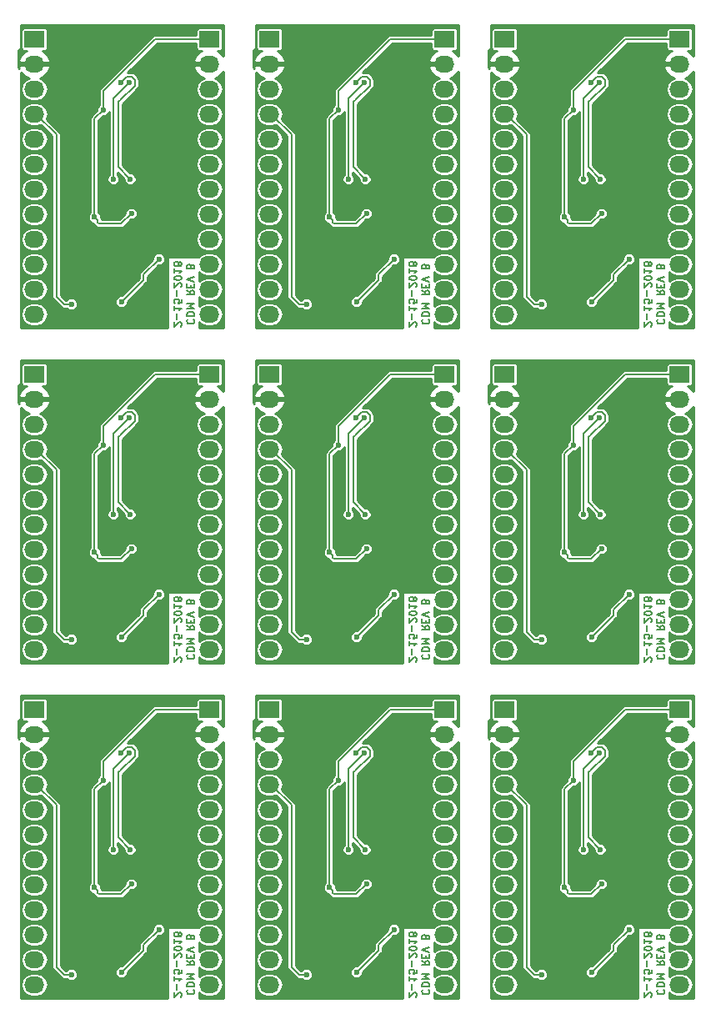
<source format=gbl>
G04 #@! TF.FileFunction,Copper,L2,Bot,Signal*
%FSLAX46Y46*%
G04 Gerber Fmt 4.6, Leading zero omitted, Abs format (unit mm)*
G04 Created by KiCad (PCBNEW 4.0.5+dfsg1-4) date Mon Jul 16 11:41:52 2018*
%MOMM*%
%LPD*%
G01*
G04 APERTURE LIST*
%ADD10C,0.100000*%
%ADD11C,0.150000*%
%ADD12R,2.032000X1.727200*%
%ADD13O,2.032000X1.727200*%
%ADD14C,0.600000*%
%ADD15C,0.203200*%
%ADD16C,0.254000*%
G04 APERTURE END LIST*
D10*
D11*
X173788143Y-81801573D02*
X173752429Y-81837287D01*
X173716714Y-81944430D01*
X173716714Y-82015859D01*
X173752429Y-82123002D01*
X173823857Y-82194430D01*
X173895286Y-82230145D01*
X174038143Y-82265859D01*
X174145286Y-82265859D01*
X174288143Y-82230145D01*
X174359571Y-82194430D01*
X174431000Y-82123002D01*
X174466714Y-82015859D01*
X174466714Y-81944430D01*
X174431000Y-81837287D01*
X174395286Y-81801573D01*
X173716714Y-81480145D02*
X174466714Y-81480145D01*
X174466714Y-81301573D01*
X174431000Y-81194430D01*
X174359571Y-81123002D01*
X174288143Y-81087287D01*
X174145286Y-81051573D01*
X174038143Y-81051573D01*
X173895286Y-81087287D01*
X173823857Y-81123002D01*
X173752429Y-81194430D01*
X173716714Y-81301573D01*
X173716714Y-81480145D01*
X173716714Y-80730145D02*
X174466714Y-80730145D01*
X173931000Y-80480145D01*
X174466714Y-80230145D01*
X173716714Y-80230145D01*
X173716714Y-78873001D02*
X174073857Y-79123001D01*
X173716714Y-79301573D02*
X174466714Y-79301573D01*
X174466714Y-79015858D01*
X174431000Y-78944430D01*
X174395286Y-78908715D01*
X174323857Y-78873001D01*
X174216714Y-78873001D01*
X174145286Y-78908715D01*
X174109571Y-78944430D01*
X174073857Y-79015858D01*
X174073857Y-79301573D01*
X174109571Y-78551573D02*
X174109571Y-78301573D01*
X173716714Y-78194430D02*
X173716714Y-78551573D01*
X174466714Y-78551573D01*
X174466714Y-78194430D01*
X174466714Y-77980144D02*
X173716714Y-77730144D01*
X174466714Y-77480144D01*
X174109571Y-76408716D02*
X174073857Y-76301573D01*
X174038143Y-76265858D01*
X173966714Y-76230144D01*
X173859571Y-76230144D01*
X173788143Y-76265858D01*
X173752429Y-76301573D01*
X173716714Y-76373001D01*
X173716714Y-76658716D01*
X174466714Y-76658716D01*
X174466714Y-76408716D01*
X174431000Y-76337287D01*
X174395286Y-76301573D01*
X174323857Y-76265858D01*
X174252429Y-76265858D01*
X174181000Y-76301573D01*
X174145286Y-76337287D01*
X174109571Y-76408716D01*
X174109571Y-76658716D01*
X173120286Y-82533717D02*
X173156000Y-82498003D01*
X173191714Y-82426574D01*
X173191714Y-82248003D01*
X173156000Y-82176574D01*
X173120286Y-82140860D01*
X173048857Y-82105145D01*
X172977429Y-82105145D01*
X172870286Y-82140860D01*
X172441714Y-82569431D01*
X172441714Y-82105145D01*
X172727429Y-81783717D02*
X172727429Y-81212288D01*
X172441714Y-80462288D02*
X172441714Y-80890860D01*
X172441714Y-80676574D02*
X173191714Y-80676574D01*
X173084571Y-80748003D01*
X173013143Y-80819431D01*
X172977429Y-80890860D01*
X173191714Y-79783717D02*
X173191714Y-80140860D01*
X172834571Y-80176574D01*
X172870286Y-80140860D01*
X172906000Y-80069431D01*
X172906000Y-79890860D01*
X172870286Y-79819431D01*
X172834571Y-79783717D01*
X172763143Y-79748002D01*
X172584571Y-79748002D01*
X172513143Y-79783717D01*
X172477429Y-79819431D01*
X172441714Y-79890860D01*
X172441714Y-80069431D01*
X172477429Y-80140860D01*
X172513143Y-80176574D01*
X172727429Y-79426574D02*
X172727429Y-78855145D01*
X173120286Y-78533717D02*
X173156000Y-78498003D01*
X173191714Y-78426574D01*
X173191714Y-78248003D01*
X173156000Y-78176574D01*
X173120286Y-78140860D01*
X173048857Y-78105145D01*
X172977429Y-78105145D01*
X172870286Y-78140860D01*
X172441714Y-78569431D01*
X172441714Y-78105145D01*
X173191714Y-77640859D02*
X173191714Y-77569431D01*
X173156000Y-77498002D01*
X173120286Y-77462288D01*
X173048857Y-77426574D01*
X172906000Y-77390859D01*
X172727429Y-77390859D01*
X172584571Y-77426574D01*
X172513143Y-77462288D01*
X172477429Y-77498002D01*
X172441714Y-77569431D01*
X172441714Y-77640859D01*
X172477429Y-77712288D01*
X172513143Y-77748002D01*
X172584571Y-77783717D01*
X172727429Y-77819431D01*
X172906000Y-77819431D01*
X173048857Y-77783717D01*
X173120286Y-77748002D01*
X173156000Y-77712288D01*
X173191714Y-77640859D01*
X172441714Y-76676573D02*
X172441714Y-77105145D01*
X172441714Y-76890859D02*
X173191714Y-76890859D01*
X173084571Y-76962288D01*
X173013143Y-77033716D01*
X172977429Y-77105145D01*
X172870286Y-76248002D02*
X172906000Y-76319430D01*
X172941714Y-76355145D01*
X173013143Y-76390859D01*
X173048857Y-76390859D01*
X173120286Y-76355145D01*
X173156000Y-76319430D01*
X173191714Y-76248002D01*
X173191714Y-76105145D01*
X173156000Y-76033716D01*
X173120286Y-75998002D01*
X173048857Y-75962287D01*
X173013143Y-75962287D01*
X172941714Y-75998002D01*
X172906000Y-76033716D01*
X172870286Y-76105145D01*
X172870286Y-76248002D01*
X172834571Y-76319430D01*
X172798857Y-76355145D01*
X172727429Y-76390859D01*
X172584571Y-76390859D01*
X172513143Y-76355145D01*
X172477429Y-76319430D01*
X172441714Y-76248002D01*
X172441714Y-76105145D01*
X172477429Y-76033716D01*
X172513143Y-75998002D01*
X172584571Y-75962287D01*
X172727429Y-75962287D01*
X172798857Y-75998002D01*
X172834571Y-76033716D01*
X172870286Y-76105145D01*
X149912143Y-81801570D02*
X149876429Y-81837284D01*
X149840714Y-81944427D01*
X149840714Y-82015856D01*
X149876429Y-82122999D01*
X149947857Y-82194427D01*
X150019286Y-82230142D01*
X150162143Y-82265856D01*
X150269286Y-82265856D01*
X150412143Y-82230142D01*
X150483571Y-82194427D01*
X150555000Y-82122999D01*
X150590714Y-82015856D01*
X150590714Y-81944427D01*
X150555000Y-81837284D01*
X150519286Y-81801570D01*
X149840714Y-81480142D02*
X150590714Y-81480142D01*
X150590714Y-81301570D01*
X150555000Y-81194427D01*
X150483571Y-81122999D01*
X150412143Y-81087284D01*
X150269286Y-81051570D01*
X150162143Y-81051570D01*
X150019286Y-81087284D01*
X149947857Y-81122999D01*
X149876429Y-81194427D01*
X149840714Y-81301570D01*
X149840714Y-81480142D01*
X149840714Y-80730142D02*
X150590714Y-80730142D01*
X150055000Y-80480142D01*
X150590714Y-80230142D01*
X149840714Y-80230142D01*
X149840714Y-78872998D02*
X150197857Y-79122998D01*
X149840714Y-79301570D02*
X150590714Y-79301570D01*
X150590714Y-79015855D01*
X150555000Y-78944427D01*
X150519286Y-78908712D01*
X150447857Y-78872998D01*
X150340714Y-78872998D01*
X150269286Y-78908712D01*
X150233571Y-78944427D01*
X150197857Y-79015855D01*
X150197857Y-79301570D01*
X150233571Y-78551570D02*
X150233571Y-78301570D01*
X149840714Y-78194427D02*
X149840714Y-78551570D01*
X150590714Y-78551570D01*
X150590714Y-78194427D01*
X150590714Y-77980141D02*
X149840714Y-77730141D01*
X150590714Y-77480141D01*
X150233571Y-76408713D02*
X150197857Y-76301570D01*
X150162143Y-76265855D01*
X150090714Y-76230141D01*
X149983571Y-76230141D01*
X149912143Y-76265855D01*
X149876429Y-76301570D01*
X149840714Y-76372998D01*
X149840714Y-76658713D01*
X150590714Y-76658713D01*
X150590714Y-76408713D01*
X150555000Y-76337284D01*
X150519286Y-76301570D01*
X150447857Y-76265855D01*
X150376429Y-76265855D01*
X150305000Y-76301570D01*
X150269286Y-76337284D01*
X150233571Y-76408713D01*
X150233571Y-76658713D01*
X149244286Y-82533714D02*
X149280000Y-82498000D01*
X149315714Y-82426571D01*
X149315714Y-82248000D01*
X149280000Y-82176571D01*
X149244286Y-82140857D01*
X149172857Y-82105142D01*
X149101429Y-82105142D01*
X148994286Y-82140857D01*
X148565714Y-82569428D01*
X148565714Y-82105142D01*
X148851429Y-81783714D02*
X148851429Y-81212285D01*
X148565714Y-80462285D02*
X148565714Y-80890857D01*
X148565714Y-80676571D02*
X149315714Y-80676571D01*
X149208571Y-80748000D01*
X149137143Y-80819428D01*
X149101429Y-80890857D01*
X149315714Y-79783714D02*
X149315714Y-80140857D01*
X148958571Y-80176571D01*
X148994286Y-80140857D01*
X149030000Y-80069428D01*
X149030000Y-79890857D01*
X148994286Y-79819428D01*
X148958571Y-79783714D01*
X148887143Y-79747999D01*
X148708571Y-79747999D01*
X148637143Y-79783714D01*
X148601429Y-79819428D01*
X148565714Y-79890857D01*
X148565714Y-80069428D01*
X148601429Y-80140857D01*
X148637143Y-80176571D01*
X148851429Y-79426571D02*
X148851429Y-78855142D01*
X149244286Y-78533714D02*
X149280000Y-78498000D01*
X149315714Y-78426571D01*
X149315714Y-78248000D01*
X149280000Y-78176571D01*
X149244286Y-78140857D01*
X149172857Y-78105142D01*
X149101429Y-78105142D01*
X148994286Y-78140857D01*
X148565714Y-78569428D01*
X148565714Y-78105142D01*
X149315714Y-77640856D02*
X149315714Y-77569428D01*
X149280000Y-77497999D01*
X149244286Y-77462285D01*
X149172857Y-77426571D01*
X149030000Y-77390856D01*
X148851429Y-77390856D01*
X148708571Y-77426571D01*
X148637143Y-77462285D01*
X148601429Y-77497999D01*
X148565714Y-77569428D01*
X148565714Y-77640856D01*
X148601429Y-77712285D01*
X148637143Y-77747999D01*
X148708571Y-77783714D01*
X148851429Y-77819428D01*
X149030000Y-77819428D01*
X149172857Y-77783714D01*
X149244286Y-77747999D01*
X149280000Y-77712285D01*
X149315714Y-77640856D01*
X148565714Y-76676570D02*
X148565714Y-77105142D01*
X148565714Y-76890856D02*
X149315714Y-76890856D01*
X149208571Y-76962285D01*
X149137143Y-77033713D01*
X149101429Y-77105142D01*
X148994286Y-76247999D02*
X149030000Y-76319427D01*
X149065714Y-76355142D01*
X149137143Y-76390856D01*
X149172857Y-76390856D01*
X149244286Y-76355142D01*
X149280000Y-76319427D01*
X149315714Y-76247999D01*
X149315714Y-76105142D01*
X149280000Y-76033713D01*
X149244286Y-75997999D01*
X149172857Y-75962284D01*
X149137143Y-75962284D01*
X149065714Y-75997999D01*
X149030000Y-76033713D01*
X148994286Y-76105142D01*
X148994286Y-76247999D01*
X148958571Y-76319427D01*
X148922857Y-76355142D01*
X148851429Y-76390856D01*
X148708571Y-76390856D01*
X148637143Y-76355142D01*
X148601429Y-76319427D01*
X148565714Y-76247999D01*
X148565714Y-76105142D01*
X148601429Y-76033713D01*
X148637143Y-75997999D01*
X148708571Y-75962284D01*
X148851429Y-75962284D01*
X148922857Y-75997999D01*
X148958571Y-76033713D01*
X148994286Y-76105142D01*
X126036143Y-81801573D02*
X126000429Y-81837287D01*
X125964714Y-81944430D01*
X125964714Y-82015859D01*
X126000429Y-82123002D01*
X126071857Y-82194430D01*
X126143286Y-82230145D01*
X126286143Y-82265859D01*
X126393286Y-82265859D01*
X126536143Y-82230145D01*
X126607571Y-82194430D01*
X126679000Y-82123002D01*
X126714714Y-82015859D01*
X126714714Y-81944430D01*
X126679000Y-81837287D01*
X126643286Y-81801573D01*
X125964714Y-81480145D02*
X126714714Y-81480145D01*
X126714714Y-81301573D01*
X126679000Y-81194430D01*
X126607571Y-81123002D01*
X126536143Y-81087287D01*
X126393286Y-81051573D01*
X126286143Y-81051573D01*
X126143286Y-81087287D01*
X126071857Y-81123002D01*
X126000429Y-81194430D01*
X125964714Y-81301573D01*
X125964714Y-81480145D01*
X125964714Y-80730145D02*
X126714714Y-80730145D01*
X126179000Y-80480145D01*
X126714714Y-80230145D01*
X125964714Y-80230145D01*
X125964714Y-78873001D02*
X126321857Y-79123001D01*
X125964714Y-79301573D02*
X126714714Y-79301573D01*
X126714714Y-79015858D01*
X126679000Y-78944430D01*
X126643286Y-78908715D01*
X126571857Y-78873001D01*
X126464714Y-78873001D01*
X126393286Y-78908715D01*
X126357571Y-78944430D01*
X126321857Y-79015858D01*
X126321857Y-79301573D01*
X126357571Y-78551573D02*
X126357571Y-78301573D01*
X125964714Y-78194430D02*
X125964714Y-78551573D01*
X126714714Y-78551573D01*
X126714714Y-78194430D01*
X126714714Y-77980144D02*
X125964714Y-77730144D01*
X126714714Y-77480144D01*
X126357571Y-76408716D02*
X126321857Y-76301573D01*
X126286143Y-76265858D01*
X126214714Y-76230144D01*
X126107571Y-76230144D01*
X126036143Y-76265858D01*
X126000429Y-76301573D01*
X125964714Y-76373001D01*
X125964714Y-76658716D01*
X126714714Y-76658716D01*
X126714714Y-76408716D01*
X126679000Y-76337287D01*
X126643286Y-76301573D01*
X126571857Y-76265858D01*
X126500429Y-76265858D01*
X126429000Y-76301573D01*
X126393286Y-76337287D01*
X126357571Y-76408716D01*
X126357571Y-76658716D01*
X125368286Y-82533717D02*
X125404000Y-82498003D01*
X125439714Y-82426574D01*
X125439714Y-82248003D01*
X125404000Y-82176574D01*
X125368286Y-82140860D01*
X125296857Y-82105145D01*
X125225429Y-82105145D01*
X125118286Y-82140860D01*
X124689714Y-82569431D01*
X124689714Y-82105145D01*
X124975429Y-81783717D02*
X124975429Y-81212288D01*
X124689714Y-80462288D02*
X124689714Y-80890860D01*
X124689714Y-80676574D02*
X125439714Y-80676574D01*
X125332571Y-80748003D01*
X125261143Y-80819431D01*
X125225429Y-80890860D01*
X125439714Y-79783717D02*
X125439714Y-80140860D01*
X125082571Y-80176574D01*
X125118286Y-80140860D01*
X125154000Y-80069431D01*
X125154000Y-79890860D01*
X125118286Y-79819431D01*
X125082571Y-79783717D01*
X125011143Y-79748002D01*
X124832571Y-79748002D01*
X124761143Y-79783717D01*
X124725429Y-79819431D01*
X124689714Y-79890860D01*
X124689714Y-80069431D01*
X124725429Y-80140860D01*
X124761143Y-80176574D01*
X124975429Y-79426574D02*
X124975429Y-78855145D01*
X125368286Y-78533717D02*
X125404000Y-78498003D01*
X125439714Y-78426574D01*
X125439714Y-78248003D01*
X125404000Y-78176574D01*
X125368286Y-78140860D01*
X125296857Y-78105145D01*
X125225429Y-78105145D01*
X125118286Y-78140860D01*
X124689714Y-78569431D01*
X124689714Y-78105145D01*
X125439714Y-77640859D02*
X125439714Y-77569431D01*
X125404000Y-77498002D01*
X125368286Y-77462288D01*
X125296857Y-77426574D01*
X125154000Y-77390859D01*
X124975429Y-77390859D01*
X124832571Y-77426574D01*
X124761143Y-77462288D01*
X124725429Y-77498002D01*
X124689714Y-77569431D01*
X124689714Y-77640859D01*
X124725429Y-77712288D01*
X124761143Y-77748002D01*
X124832571Y-77783717D01*
X124975429Y-77819431D01*
X125154000Y-77819431D01*
X125296857Y-77783717D01*
X125368286Y-77748002D01*
X125404000Y-77712288D01*
X125439714Y-77640859D01*
X124689714Y-76676573D02*
X124689714Y-77105145D01*
X124689714Y-76890859D02*
X125439714Y-76890859D01*
X125332571Y-76962288D01*
X125261143Y-77033716D01*
X125225429Y-77105145D01*
X125118286Y-76248002D02*
X125154000Y-76319430D01*
X125189714Y-76355145D01*
X125261143Y-76390859D01*
X125296857Y-76390859D01*
X125368286Y-76355145D01*
X125404000Y-76319430D01*
X125439714Y-76248002D01*
X125439714Y-76105145D01*
X125404000Y-76033716D01*
X125368286Y-75998002D01*
X125296857Y-75962287D01*
X125261143Y-75962287D01*
X125189714Y-75998002D01*
X125154000Y-76033716D01*
X125118286Y-76105145D01*
X125118286Y-76248002D01*
X125082571Y-76319430D01*
X125046857Y-76355145D01*
X124975429Y-76390859D01*
X124832571Y-76390859D01*
X124761143Y-76355145D01*
X124725429Y-76319430D01*
X124689714Y-76248002D01*
X124689714Y-76105145D01*
X124725429Y-76033716D01*
X124761143Y-75998002D01*
X124832571Y-75962287D01*
X124975429Y-75962287D01*
X125046857Y-75998002D01*
X125082571Y-76033716D01*
X125118286Y-76105145D01*
X126036143Y-149873571D02*
X126000429Y-149909285D01*
X125964714Y-150016428D01*
X125964714Y-150087857D01*
X126000429Y-150195000D01*
X126071857Y-150266428D01*
X126143286Y-150302143D01*
X126286143Y-150337857D01*
X126393286Y-150337857D01*
X126536143Y-150302143D01*
X126607571Y-150266428D01*
X126679000Y-150195000D01*
X126714714Y-150087857D01*
X126714714Y-150016428D01*
X126679000Y-149909285D01*
X126643286Y-149873571D01*
X125964714Y-149552143D02*
X126714714Y-149552143D01*
X126714714Y-149373571D01*
X126679000Y-149266428D01*
X126607571Y-149195000D01*
X126536143Y-149159285D01*
X126393286Y-149123571D01*
X126286143Y-149123571D01*
X126143286Y-149159285D01*
X126071857Y-149195000D01*
X126000429Y-149266428D01*
X125964714Y-149373571D01*
X125964714Y-149552143D01*
X125964714Y-148802143D02*
X126714714Y-148802143D01*
X126179000Y-148552143D01*
X126714714Y-148302143D01*
X125964714Y-148302143D01*
X125964714Y-146944999D02*
X126321857Y-147194999D01*
X125964714Y-147373571D02*
X126714714Y-147373571D01*
X126714714Y-147087856D01*
X126679000Y-147016428D01*
X126643286Y-146980713D01*
X126571857Y-146944999D01*
X126464714Y-146944999D01*
X126393286Y-146980713D01*
X126357571Y-147016428D01*
X126321857Y-147087856D01*
X126321857Y-147373571D01*
X126357571Y-146623571D02*
X126357571Y-146373571D01*
X125964714Y-146266428D02*
X125964714Y-146623571D01*
X126714714Y-146623571D01*
X126714714Y-146266428D01*
X126714714Y-146052142D02*
X125964714Y-145802142D01*
X126714714Y-145552142D01*
X126357571Y-144480714D02*
X126321857Y-144373571D01*
X126286143Y-144337856D01*
X126214714Y-144302142D01*
X126107571Y-144302142D01*
X126036143Y-144337856D01*
X126000429Y-144373571D01*
X125964714Y-144444999D01*
X125964714Y-144730714D01*
X126714714Y-144730714D01*
X126714714Y-144480714D01*
X126679000Y-144409285D01*
X126643286Y-144373571D01*
X126571857Y-144337856D01*
X126500429Y-144337856D01*
X126429000Y-144373571D01*
X126393286Y-144409285D01*
X126357571Y-144480714D01*
X126357571Y-144730714D01*
X125368286Y-150605715D02*
X125404000Y-150570001D01*
X125439714Y-150498572D01*
X125439714Y-150320001D01*
X125404000Y-150248572D01*
X125368286Y-150212858D01*
X125296857Y-150177143D01*
X125225429Y-150177143D01*
X125118286Y-150212858D01*
X124689714Y-150641429D01*
X124689714Y-150177143D01*
X124975429Y-149855715D02*
X124975429Y-149284286D01*
X124689714Y-148534286D02*
X124689714Y-148962858D01*
X124689714Y-148748572D02*
X125439714Y-148748572D01*
X125332571Y-148820001D01*
X125261143Y-148891429D01*
X125225429Y-148962858D01*
X125439714Y-147855715D02*
X125439714Y-148212858D01*
X125082571Y-148248572D01*
X125118286Y-148212858D01*
X125154000Y-148141429D01*
X125154000Y-147962858D01*
X125118286Y-147891429D01*
X125082571Y-147855715D01*
X125011143Y-147820000D01*
X124832571Y-147820000D01*
X124761143Y-147855715D01*
X124725429Y-147891429D01*
X124689714Y-147962858D01*
X124689714Y-148141429D01*
X124725429Y-148212858D01*
X124761143Y-148248572D01*
X124975429Y-147498572D02*
X124975429Y-146927143D01*
X125368286Y-146605715D02*
X125404000Y-146570001D01*
X125439714Y-146498572D01*
X125439714Y-146320001D01*
X125404000Y-146248572D01*
X125368286Y-146212858D01*
X125296857Y-146177143D01*
X125225429Y-146177143D01*
X125118286Y-146212858D01*
X124689714Y-146641429D01*
X124689714Y-146177143D01*
X125439714Y-145712857D02*
X125439714Y-145641429D01*
X125404000Y-145570000D01*
X125368286Y-145534286D01*
X125296857Y-145498572D01*
X125154000Y-145462857D01*
X124975429Y-145462857D01*
X124832571Y-145498572D01*
X124761143Y-145534286D01*
X124725429Y-145570000D01*
X124689714Y-145641429D01*
X124689714Y-145712857D01*
X124725429Y-145784286D01*
X124761143Y-145820000D01*
X124832571Y-145855715D01*
X124975429Y-145891429D01*
X125154000Y-145891429D01*
X125296857Y-145855715D01*
X125368286Y-145820000D01*
X125404000Y-145784286D01*
X125439714Y-145712857D01*
X124689714Y-144748571D02*
X124689714Y-145177143D01*
X124689714Y-144962857D02*
X125439714Y-144962857D01*
X125332571Y-145034286D01*
X125261143Y-145105714D01*
X125225429Y-145177143D01*
X125118286Y-144320000D02*
X125154000Y-144391428D01*
X125189714Y-144427143D01*
X125261143Y-144462857D01*
X125296857Y-144462857D01*
X125368286Y-144427143D01*
X125404000Y-144391428D01*
X125439714Y-144320000D01*
X125439714Y-144177143D01*
X125404000Y-144105714D01*
X125368286Y-144070000D01*
X125296857Y-144034285D01*
X125261143Y-144034285D01*
X125189714Y-144070000D01*
X125154000Y-144105714D01*
X125118286Y-144177143D01*
X125118286Y-144320000D01*
X125082571Y-144391428D01*
X125046857Y-144427143D01*
X124975429Y-144462857D01*
X124832571Y-144462857D01*
X124761143Y-144427143D01*
X124725429Y-144391428D01*
X124689714Y-144320000D01*
X124689714Y-144177143D01*
X124725429Y-144105714D01*
X124761143Y-144070000D01*
X124832571Y-144034285D01*
X124975429Y-144034285D01*
X125046857Y-144070000D01*
X125082571Y-144105714D01*
X125118286Y-144177143D01*
X173788143Y-149873571D02*
X173752429Y-149909285D01*
X173716714Y-150016428D01*
X173716714Y-150087857D01*
X173752429Y-150195000D01*
X173823857Y-150266428D01*
X173895286Y-150302143D01*
X174038143Y-150337857D01*
X174145286Y-150337857D01*
X174288143Y-150302143D01*
X174359571Y-150266428D01*
X174431000Y-150195000D01*
X174466714Y-150087857D01*
X174466714Y-150016428D01*
X174431000Y-149909285D01*
X174395286Y-149873571D01*
X173716714Y-149552143D02*
X174466714Y-149552143D01*
X174466714Y-149373571D01*
X174431000Y-149266428D01*
X174359571Y-149195000D01*
X174288143Y-149159285D01*
X174145286Y-149123571D01*
X174038143Y-149123571D01*
X173895286Y-149159285D01*
X173823857Y-149195000D01*
X173752429Y-149266428D01*
X173716714Y-149373571D01*
X173716714Y-149552143D01*
X173716714Y-148802143D02*
X174466714Y-148802143D01*
X173931000Y-148552143D01*
X174466714Y-148302143D01*
X173716714Y-148302143D01*
X173716714Y-146944999D02*
X174073857Y-147194999D01*
X173716714Y-147373571D02*
X174466714Y-147373571D01*
X174466714Y-147087856D01*
X174431000Y-147016428D01*
X174395286Y-146980713D01*
X174323857Y-146944999D01*
X174216714Y-146944999D01*
X174145286Y-146980713D01*
X174109571Y-147016428D01*
X174073857Y-147087856D01*
X174073857Y-147373571D01*
X174109571Y-146623571D02*
X174109571Y-146373571D01*
X173716714Y-146266428D02*
X173716714Y-146623571D01*
X174466714Y-146623571D01*
X174466714Y-146266428D01*
X174466714Y-146052142D02*
X173716714Y-145802142D01*
X174466714Y-145552142D01*
X174109571Y-144480714D02*
X174073857Y-144373571D01*
X174038143Y-144337856D01*
X173966714Y-144302142D01*
X173859571Y-144302142D01*
X173788143Y-144337856D01*
X173752429Y-144373571D01*
X173716714Y-144444999D01*
X173716714Y-144730714D01*
X174466714Y-144730714D01*
X174466714Y-144480714D01*
X174431000Y-144409285D01*
X174395286Y-144373571D01*
X174323857Y-144337856D01*
X174252429Y-144337856D01*
X174181000Y-144373571D01*
X174145286Y-144409285D01*
X174109571Y-144480714D01*
X174109571Y-144730714D01*
X173120286Y-150605715D02*
X173156000Y-150570001D01*
X173191714Y-150498572D01*
X173191714Y-150320001D01*
X173156000Y-150248572D01*
X173120286Y-150212858D01*
X173048857Y-150177143D01*
X172977429Y-150177143D01*
X172870286Y-150212858D01*
X172441714Y-150641429D01*
X172441714Y-150177143D01*
X172727429Y-149855715D02*
X172727429Y-149284286D01*
X172441714Y-148534286D02*
X172441714Y-148962858D01*
X172441714Y-148748572D02*
X173191714Y-148748572D01*
X173084571Y-148820001D01*
X173013143Y-148891429D01*
X172977429Y-148962858D01*
X173191714Y-147855715D02*
X173191714Y-148212858D01*
X172834571Y-148248572D01*
X172870286Y-148212858D01*
X172906000Y-148141429D01*
X172906000Y-147962858D01*
X172870286Y-147891429D01*
X172834571Y-147855715D01*
X172763143Y-147820000D01*
X172584571Y-147820000D01*
X172513143Y-147855715D01*
X172477429Y-147891429D01*
X172441714Y-147962858D01*
X172441714Y-148141429D01*
X172477429Y-148212858D01*
X172513143Y-148248572D01*
X172727429Y-147498572D02*
X172727429Y-146927143D01*
X173120286Y-146605715D02*
X173156000Y-146570001D01*
X173191714Y-146498572D01*
X173191714Y-146320001D01*
X173156000Y-146248572D01*
X173120286Y-146212858D01*
X173048857Y-146177143D01*
X172977429Y-146177143D01*
X172870286Y-146212858D01*
X172441714Y-146641429D01*
X172441714Y-146177143D01*
X173191714Y-145712857D02*
X173191714Y-145641429D01*
X173156000Y-145570000D01*
X173120286Y-145534286D01*
X173048857Y-145498572D01*
X172906000Y-145462857D01*
X172727429Y-145462857D01*
X172584571Y-145498572D01*
X172513143Y-145534286D01*
X172477429Y-145570000D01*
X172441714Y-145641429D01*
X172441714Y-145712857D01*
X172477429Y-145784286D01*
X172513143Y-145820000D01*
X172584571Y-145855715D01*
X172727429Y-145891429D01*
X172906000Y-145891429D01*
X173048857Y-145855715D01*
X173120286Y-145820000D01*
X173156000Y-145784286D01*
X173191714Y-145712857D01*
X172441714Y-144748571D02*
X172441714Y-145177143D01*
X172441714Y-144962857D02*
X173191714Y-144962857D01*
X173084571Y-145034286D01*
X173013143Y-145105714D01*
X172977429Y-145177143D01*
X172870286Y-144320000D02*
X172906000Y-144391428D01*
X172941714Y-144427143D01*
X173013143Y-144462857D01*
X173048857Y-144462857D01*
X173120286Y-144427143D01*
X173156000Y-144391428D01*
X173191714Y-144320000D01*
X173191714Y-144177143D01*
X173156000Y-144105714D01*
X173120286Y-144070000D01*
X173048857Y-144034285D01*
X173013143Y-144034285D01*
X172941714Y-144070000D01*
X172906000Y-144105714D01*
X172870286Y-144177143D01*
X172870286Y-144320000D01*
X172834571Y-144391428D01*
X172798857Y-144427143D01*
X172727429Y-144462857D01*
X172584571Y-144462857D01*
X172513143Y-144427143D01*
X172477429Y-144391428D01*
X172441714Y-144320000D01*
X172441714Y-144177143D01*
X172477429Y-144105714D01*
X172513143Y-144070000D01*
X172584571Y-144034285D01*
X172727429Y-144034285D01*
X172798857Y-144070000D01*
X172834571Y-144105714D01*
X172870286Y-144177143D01*
X149912143Y-149873571D02*
X149876429Y-149909285D01*
X149840714Y-150016428D01*
X149840714Y-150087857D01*
X149876429Y-150195000D01*
X149947857Y-150266428D01*
X150019286Y-150302143D01*
X150162143Y-150337857D01*
X150269286Y-150337857D01*
X150412143Y-150302143D01*
X150483571Y-150266428D01*
X150555000Y-150195000D01*
X150590714Y-150087857D01*
X150590714Y-150016428D01*
X150555000Y-149909285D01*
X150519286Y-149873571D01*
X149840714Y-149552143D02*
X150590714Y-149552143D01*
X150590714Y-149373571D01*
X150555000Y-149266428D01*
X150483571Y-149195000D01*
X150412143Y-149159285D01*
X150269286Y-149123571D01*
X150162143Y-149123571D01*
X150019286Y-149159285D01*
X149947857Y-149195000D01*
X149876429Y-149266428D01*
X149840714Y-149373571D01*
X149840714Y-149552143D01*
X149840714Y-148802143D02*
X150590714Y-148802143D01*
X150055000Y-148552143D01*
X150590714Y-148302143D01*
X149840714Y-148302143D01*
X149840714Y-146944999D02*
X150197857Y-147194999D01*
X149840714Y-147373571D02*
X150590714Y-147373571D01*
X150590714Y-147087856D01*
X150555000Y-147016428D01*
X150519286Y-146980713D01*
X150447857Y-146944999D01*
X150340714Y-146944999D01*
X150269286Y-146980713D01*
X150233571Y-147016428D01*
X150197857Y-147087856D01*
X150197857Y-147373571D01*
X150233571Y-146623571D02*
X150233571Y-146373571D01*
X149840714Y-146266428D02*
X149840714Y-146623571D01*
X150590714Y-146623571D01*
X150590714Y-146266428D01*
X150590714Y-146052142D02*
X149840714Y-145802142D01*
X150590714Y-145552142D01*
X150233571Y-144480714D02*
X150197857Y-144373571D01*
X150162143Y-144337856D01*
X150090714Y-144302142D01*
X149983571Y-144302142D01*
X149912143Y-144337856D01*
X149876429Y-144373571D01*
X149840714Y-144444999D01*
X149840714Y-144730714D01*
X150590714Y-144730714D01*
X150590714Y-144480714D01*
X150555000Y-144409285D01*
X150519286Y-144373571D01*
X150447857Y-144337856D01*
X150376429Y-144337856D01*
X150305000Y-144373571D01*
X150269286Y-144409285D01*
X150233571Y-144480714D01*
X150233571Y-144730714D01*
X149244286Y-150605715D02*
X149280000Y-150570001D01*
X149315714Y-150498572D01*
X149315714Y-150320001D01*
X149280000Y-150248572D01*
X149244286Y-150212858D01*
X149172857Y-150177143D01*
X149101429Y-150177143D01*
X148994286Y-150212858D01*
X148565714Y-150641429D01*
X148565714Y-150177143D01*
X148851429Y-149855715D02*
X148851429Y-149284286D01*
X148565714Y-148534286D02*
X148565714Y-148962858D01*
X148565714Y-148748572D02*
X149315714Y-148748572D01*
X149208571Y-148820001D01*
X149137143Y-148891429D01*
X149101429Y-148962858D01*
X149315714Y-147855715D02*
X149315714Y-148212858D01*
X148958571Y-148248572D01*
X148994286Y-148212858D01*
X149030000Y-148141429D01*
X149030000Y-147962858D01*
X148994286Y-147891429D01*
X148958571Y-147855715D01*
X148887143Y-147820000D01*
X148708571Y-147820000D01*
X148637143Y-147855715D01*
X148601429Y-147891429D01*
X148565714Y-147962858D01*
X148565714Y-148141429D01*
X148601429Y-148212858D01*
X148637143Y-148248572D01*
X148851429Y-147498572D02*
X148851429Y-146927143D01*
X149244286Y-146605715D02*
X149280000Y-146570001D01*
X149315714Y-146498572D01*
X149315714Y-146320001D01*
X149280000Y-146248572D01*
X149244286Y-146212858D01*
X149172857Y-146177143D01*
X149101429Y-146177143D01*
X148994286Y-146212858D01*
X148565714Y-146641429D01*
X148565714Y-146177143D01*
X149315714Y-145712857D02*
X149315714Y-145641429D01*
X149280000Y-145570000D01*
X149244286Y-145534286D01*
X149172857Y-145498572D01*
X149030000Y-145462857D01*
X148851429Y-145462857D01*
X148708571Y-145498572D01*
X148637143Y-145534286D01*
X148601429Y-145570000D01*
X148565714Y-145641429D01*
X148565714Y-145712857D01*
X148601429Y-145784286D01*
X148637143Y-145820000D01*
X148708571Y-145855715D01*
X148851429Y-145891429D01*
X149030000Y-145891429D01*
X149172857Y-145855715D01*
X149244286Y-145820000D01*
X149280000Y-145784286D01*
X149315714Y-145712857D01*
X148565714Y-144748571D02*
X148565714Y-145177143D01*
X148565714Y-144962857D02*
X149315714Y-144962857D01*
X149208571Y-145034286D01*
X149137143Y-145105714D01*
X149101429Y-145177143D01*
X148994286Y-144320000D02*
X149030000Y-144391428D01*
X149065714Y-144427143D01*
X149137143Y-144462857D01*
X149172857Y-144462857D01*
X149244286Y-144427143D01*
X149280000Y-144391428D01*
X149315714Y-144320000D01*
X149315714Y-144177143D01*
X149280000Y-144105714D01*
X149244286Y-144070000D01*
X149172857Y-144034285D01*
X149137143Y-144034285D01*
X149065714Y-144070000D01*
X149030000Y-144105714D01*
X148994286Y-144177143D01*
X148994286Y-144320000D01*
X148958571Y-144391428D01*
X148922857Y-144427143D01*
X148851429Y-144462857D01*
X148708571Y-144462857D01*
X148637143Y-144427143D01*
X148601429Y-144391428D01*
X148565714Y-144320000D01*
X148565714Y-144177143D01*
X148601429Y-144105714D01*
X148637143Y-144070000D01*
X148708571Y-144034285D01*
X148851429Y-144034285D01*
X148922857Y-144070000D01*
X148958571Y-144105714D01*
X148994286Y-144177143D01*
X173788143Y-115837573D02*
X173752429Y-115873287D01*
X173716714Y-115980430D01*
X173716714Y-116051859D01*
X173752429Y-116159002D01*
X173823857Y-116230430D01*
X173895286Y-116266145D01*
X174038143Y-116301859D01*
X174145286Y-116301859D01*
X174288143Y-116266145D01*
X174359571Y-116230430D01*
X174431000Y-116159002D01*
X174466714Y-116051859D01*
X174466714Y-115980430D01*
X174431000Y-115873287D01*
X174395286Y-115837573D01*
X173716714Y-115516145D02*
X174466714Y-115516145D01*
X174466714Y-115337573D01*
X174431000Y-115230430D01*
X174359571Y-115159002D01*
X174288143Y-115123287D01*
X174145286Y-115087573D01*
X174038143Y-115087573D01*
X173895286Y-115123287D01*
X173823857Y-115159002D01*
X173752429Y-115230430D01*
X173716714Y-115337573D01*
X173716714Y-115516145D01*
X173716714Y-114766145D02*
X174466714Y-114766145D01*
X173931000Y-114516145D01*
X174466714Y-114266145D01*
X173716714Y-114266145D01*
X173716714Y-112909001D02*
X174073857Y-113159001D01*
X173716714Y-113337573D02*
X174466714Y-113337573D01*
X174466714Y-113051858D01*
X174431000Y-112980430D01*
X174395286Y-112944715D01*
X174323857Y-112909001D01*
X174216714Y-112909001D01*
X174145286Y-112944715D01*
X174109571Y-112980430D01*
X174073857Y-113051858D01*
X174073857Y-113337573D01*
X174109571Y-112587573D02*
X174109571Y-112337573D01*
X173716714Y-112230430D02*
X173716714Y-112587573D01*
X174466714Y-112587573D01*
X174466714Y-112230430D01*
X174466714Y-112016144D02*
X173716714Y-111766144D01*
X174466714Y-111516144D01*
X174109571Y-110444716D02*
X174073857Y-110337573D01*
X174038143Y-110301858D01*
X173966714Y-110266144D01*
X173859571Y-110266144D01*
X173788143Y-110301858D01*
X173752429Y-110337573D01*
X173716714Y-110409001D01*
X173716714Y-110694716D01*
X174466714Y-110694716D01*
X174466714Y-110444716D01*
X174431000Y-110373287D01*
X174395286Y-110337573D01*
X174323857Y-110301858D01*
X174252429Y-110301858D01*
X174181000Y-110337573D01*
X174145286Y-110373287D01*
X174109571Y-110444716D01*
X174109571Y-110694716D01*
X173120286Y-116569717D02*
X173156000Y-116534003D01*
X173191714Y-116462574D01*
X173191714Y-116284003D01*
X173156000Y-116212574D01*
X173120286Y-116176860D01*
X173048857Y-116141145D01*
X172977429Y-116141145D01*
X172870286Y-116176860D01*
X172441714Y-116605431D01*
X172441714Y-116141145D01*
X172727429Y-115819717D02*
X172727429Y-115248288D01*
X172441714Y-114498288D02*
X172441714Y-114926860D01*
X172441714Y-114712574D02*
X173191714Y-114712574D01*
X173084571Y-114784003D01*
X173013143Y-114855431D01*
X172977429Y-114926860D01*
X173191714Y-113819717D02*
X173191714Y-114176860D01*
X172834571Y-114212574D01*
X172870286Y-114176860D01*
X172906000Y-114105431D01*
X172906000Y-113926860D01*
X172870286Y-113855431D01*
X172834571Y-113819717D01*
X172763143Y-113784002D01*
X172584571Y-113784002D01*
X172513143Y-113819717D01*
X172477429Y-113855431D01*
X172441714Y-113926860D01*
X172441714Y-114105431D01*
X172477429Y-114176860D01*
X172513143Y-114212574D01*
X172727429Y-113462574D02*
X172727429Y-112891145D01*
X173120286Y-112569717D02*
X173156000Y-112534003D01*
X173191714Y-112462574D01*
X173191714Y-112284003D01*
X173156000Y-112212574D01*
X173120286Y-112176860D01*
X173048857Y-112141145D01*
X172977429Y-112141145D01*
X172870286Y-112176860D01*
X172441714Y-112605431D01*
X172441714Y-112141145D01*
X173191714Y-111676859D02*
X173191714Y-111605431D01*
X173156000Y-111534002D01*
X173120286Y-111498288D01*
X173048857Y-111462574D01*
X172906000Y-111426859D01*
X172727429Y-111426859D01*
X172584571Y-111462574D01*
X172513143Y-111498288D01*
X172477429Y-111534002D01*
X172441714Y-111605431D01*
X172441714Y-111676859D01*
X172477429Y-111748288D01*
X172513143Y-111784002D01*
X172584571Y-111819717D01*
X172727429Y-111855431D01*
X172906000Y-111855431D01*
X173048857Y-111819717D01*
X173120286Y-111784002D01*
X173156000Y-111748288D01*
X173191714Y-111676859D01*
X172441714Y-110712573D02*
X172441714Y-111141145D01*
X172441714Y-110926859D02*
X173191714Y-110926859D01*
X173084571Y-110998288D01*
X173013143Y-111069716D01*
X172977429Y-111141145D01*
X172870286Y-110284002D02*
X172906000Y-110355430D01*
X172941714Y-110391145D01*
X173013143Y-110426859D01*
X173048857Y-110426859D01*
X173120286Y-110391145D01*
X173156000Y-110355430D01*
X173191714Y-110284002D01*
X173191714Y-110141145D01*
X173156000Y-110069716D01*
X173120286Y-110034002D01*
X173048857Y-109998287D01*
X173013143Y-109998287D01*
X172941714Y-110034002D01*
X172906000Y-110069716D01*
X172870286Y-110141145D01*
X172870286Y-110284002D01*
X172834571Y-110355430D01*
X172798857Y-110391145D01*
X172727429Y-110426859D01*
X172584571Y-110426859D01*
X172513143Y-110391145D01*
X172477429Y-110355430D01*
X172441714Y-110284002D01*
X172441714Y-110141145D01*
X172477429Y-110069716D01*
X172513143Y-110034002D01*
X172584571Y-109998287D01*
X172727429Y-109998287D01*
X172798857Y-110034002D01*
X172834571Y-110069716D01*
X172870286Y-110141145D01*
X149912143Y-115837570D02*
X149876429Y-115873284D01*
X149840714Y-115980427D01*
X149840714Y-116051856D01*
X149876429Y-116158999D01*
X149947857Y-116230427D01*
X150019286Y-116266142D01*
X150162143Y-116301856D01*
X150269286Y-116301856D01*
X150412143Y-116266142D01*
X150483571Y-116230427D01*
X150555000Y-116158999D01*
X150590714Y-116051856D01*
X150590714Y-115980427D01*
X150555000Y-115873284D01*
X150519286Y-115837570D01*
X149840714Y-115516142D02*
X150590714Y-115516142D01*
X150590714Y-115337570D01*
X150555000Y-115230427D01*
X150483571Y-115158999D01*
X150412143Y-115123284D01*
X150269286Y-115087570D01*
X150162143Y-115087570D01*
X150019286Y-115123284D01*
X149947857Y-115158999D01*
X149876429Y-115230427D01*
X149840714Y-115337570D01*
X149840714Y-115516142D01*
X149840714Y-114766142D02*
X150590714Y-114766142D01*
X150055000Y-114516142D01*
X150590714Y-114266142D01*
X149840714Y-114266142D01*
X149840714Y-112908998D02*
X150197857Y-113158998D01*
X149840714Y-113337570D02*
X150590714Y-113337570D01*
X150590714Y-113051855D01*
X150555000Y-112980427D01*
X150519286Y-112944712D01*
X150447857Y-112908998D01*
X150340714Y-112908998D01*
X150269286Y-112944712D01*
X150233571Y-112980427D01*
X150197857Y-113051855D01*
X150197857Y-113337570D01*
X150233571Y-112587570D02*
X150233571Y-112337570D01*
X149840714Y-112230427D02*
X149840714Y-112587570D01*
X150590714Y-112587570D01*
X150590714Y-112230427D01*
X150590714Y-112016141D02*
X149840714Y-111766141D01*
X150590714Y-111516141D01*
X150233571Y-110444713D02*
X150197857Y-110337570D01*
X150162143Y-110301855D01*
X150090714Y-110266141D01*
X149983571Y-110266141D01*
X149912143Y-110301855D01*
X149876429Y-110337570D01*
X149840714Y-110408998D01*
X149840714Y-110694713D01*
X150590714Y-110694713D01*
X150590714Y-110444713D01*
X150555000Y-110373284D01*
X150519286Y-110337570D01*
X150447857Y-110301855D01*
X150376429Y-110301855D01*
X150305000Y-110337570D01*
X150269286Y-110373284D01*
X150233571Y-110444713D01*
X150233571Y-110694713D01*
X149244286Y-116569714D02*
X149280000Y-116534000D01*
X149315714Y-116462571D01*
X149315714Y-116284000D01*
X149280000Y-116212571D01*
X149244286Y-116176857D01*
X149172857Y-116141142D01*
X149101429Y-116141142D01*
X148994286Y-116176857D01*
X148565714Y-116605428D01*
X148565714Y-116141142D01*
X148851429Y-115819714D02*
X148851429Y-115248285D01*
X148565714Y-114498285D02*
X148565714Y-114926857D01*
X148565714Y-114712571D02*
X149315714Y-114712571D01*
X149208571Y-114784000D01*
X149137143Y-114855428D01*
X149101429Y-114926857D01*
X149315714Y-113819714D02*
X149315714Y-114176857D01*
X148958571Y-114212571D01*
X148994286Y-114176857D01*
X149030000Y-114105428D01*
X149030000Y-113926857D01*
X148994286Y-113855428D01*
X148958571Y-113819714D01*
X148887143Y-113783999D01*
X148708571Y-113783999D01*
X148637143Y-113819714D01*
X148601429Y-113855428D01*
X148565714Y-113926857D01*
X148565714Y-114105428D01*
X148601429Y-114176857D01*
X148637143Y-114212571D01*
X148851429Y-113462571D02*
X148851429Y-112891142D01*
X149244286Y-112569714D02*
X149280000Y-112534000D01*
X149315714Y-112462571D01*
X149315714Y-112284000D01*
X149280000Y-112212571D01*
X149244286Y-112176857D01*
X149172857Y-112141142D01*
X149101429Y-112141142D01*
X148994286Y-112176857D01*
X148565714Y-112605428D01*
X148565714Y-112141142D01*
X149315714Y-111676856D02*
X149315714Y-111605428D01*
X149280000Y-111533999D01*
X149244286Y-111498285D01*
X149172857Y-111462571D01*
X149030000Y-111426856D01*
X148851429Y-111426856D01*
X148708571Y-111462571D01*
X148637143Y-111498285D01*
X148601429Y-111533999D01*
X148565714Y-111605428D01*
X148565714Y-111676856D01*
X148601429Y-111748285D01*
X148637143Y-111783999D01*
X148708571Y-111819714D01*
X148851429Y-111855428D01*
X149030000Y-111855428D01*
X149172857Y-111819714D01*
X149244286Y-111783999D01*
X149280000Y-111748285D01*
X149315714Y-111676856D01*
X148565714Y-110712570D02*
X148565714Y-111141142D01*
X148565714Y-110926856D02*
X149315714Y-110926856D01*
X149208571Y-110998285D01*
X149137143Y-111069713D01*
X149101429Y-111141142D01*
X148994286Y-110283999D02*
X149030000Y-110355427D01*
X149065714Y-110391142D01*
X149137143Y-110426856D01*
X149172857Y-110426856D01*
X149244286Y-110391142D01*
X149280000Y-110355427D01*
X149315714Y-110283999D01*
X149315714Y-110141142D01*
X149280000Y-110069713D01*
X149244286Y-110033999D01*
X149172857Y-109998284D01*
X149137143Y-109998284D01*
X149065714Y-110033999D01*
X149030000Y-110069713D01*
X148994286Y-110141142D01*
X148994286Y-110283999D01*
X148958571Y-110355427D01*
X148922857Y-110391142D01*
X148851429Y-110426856D01*
X148708571Y-110426856D01*
X148637143Y-110391142D01*
X148601429Y-110355427D01*
X148565714Y-110283999D01*
X148565714Y-110141142D01*
X148601429Y-110069713D01*
X148637143Y-110033999D01*
X148708571Y-109998284D01*
X148851429Y-109998284D01*
X148922857Y-110033999D01*
X148958571Y-110069713D01*
X148994286Y-110141142D01*
X126036143Y-115837573D02*
X126000429Y-115873287D01*
X125964714Y-115980430D01*
X125964714Y-116051859D01*
X126000429Y-116159002D01*
X126071857Y-116230430D01*
X126143286Y-116266145D01*
X126286143Y-116301859D01*
X126393286Y-116301859D01*
X126536143Y-116266145D01*
X126607571Y-116230430D01*
X126679000Y-116159002D01*
X126714714Y-116051859D01*
X126714714Y-115980430D01*
X126679000Y-115873287D01*
X126643286Y-115837573D01*
X125964714Y-115516145D02*
X126714714Y-115516145D01*
X126714714Y-115337573D01*
X126679000Y-115230430D01*
X126607571Y-115159002D01*
X126536143Y-115123287D01*
X126393286Y-115087573D01*
X126286143Y-115087573D01*
X126143286Y-115123287D01*
X126071857Y-115159002D01*
X126000429Y-115230430D01*
X125964714Y-115337573D01*
X125964714Y-115516145D01*
X125964714Y-114766145D02*
X126714714Y-114766145D01*
X126179000Y-114516145D01*
X126714714Y-114266145D01*
X125964714Y-114266145D01*
X125964714Y-112909001D02*
X126321857Y-113159001D01*
X125964714Y-113337573D02*
X126714714Y-113337573D01*
X126714714Y-113051858D01*
X126679000Y-112980430D01*
X126643286Y-112944715D01*
X126571857Y-112909001D01*
X126464714Y-112909001D01*
X126393286Y-112944715D01*
X126357571Y-112980430D01*
X126321857Y-113051858D01*
X126321857Y-113337573D01*
X126357571Y-112587573D02*
X126357571Y-112337573D01*
X125964714Y-112230430D02*
X125964714Y-112587573D01*
X126714714Y-112587573D01*
X126714714Y-112230430D01*
X126714714Y-112016144D02*
X125964714Y-111766144D01*
X126714714Y-111516144D01*
X126357571Y-110444716D02*
X126321857Y-110337573D01*
X126286143Y-110301858D01*
X126214714Y-110266144D01*
X126107571Y-110266144D01*
X126036143Y-110301858D01*
X126000429Y-110337573D01*
X125964714Y-110409001D01*
X125964714Y-110694716D01*
X126714714Y-110694716D01*
X126714714Y-110444716D01*
X126679000Y-110373287D01*
X126643286Y-110337573D01*
X126571857Y-110301858D01*
X126500429Y-110301858D01*
X126429000Y-110337573D01*
X126393286Y-110373287D01*
X126357571Y-110444716D01*
X126357571Y-110694716D01*
X125368286Y-116569717D02*
X125404000Y-116534003D01*
X125439714Y-116462574D01*
X125439714Y-116284003D01*
X125404000Y-116212574D01*
X125368286Y-116176860D01*
X125296857Y-116141145D01*
X125225429Y-116141145D01*
X125118286Y-116176860D01*
X124689714Y-116605431D01*
X124689714Y-116141145D01*
X124975429Y-115819717D02*
X124975429Y-115248288D01*
X124689714Y-114498288D02*
X124689714Y-114926860D01*
X124689714Y-114712574D02*
X125439714Y-114712574D01*
X125332571Y-114784003D01*
X125261143Y-114855431D01*
X125225429Y-114926860D01*
X125439714Y-113819717D02*
X125439714Y-114176860D01*
X125082571Y-114212574D01*
X125118286Y-114176860D01*
X125154000Y-114105431D01*
X125154000Y-113926860D01*
X125118286Y-113855431D01*
X125082571Y-113819717D01*
X125011143Y-113784002D01*
X124832571Y-113784002D01*
X124761143Y-113819717D01*
X124725429Y-113855431D01*
X124689714Y-113926860D01*
X124689714Y-114105431D01*
X124725429Y-114176860D01*
X124761143Y-114212574D01*
X124975429Y-113462574D02*
X124975429Y-112891145D01*
X125368286Y-112569717D02*
X125404000Y-112534003D01*
X125439714Y-112462574D01*
X125439714Y-112284003D01*
X125404000Y-112212574D01*
X125368286Y-112176860D01*
X125296857Y-112141145D01*
X125225429Y-112141145D01*
X125118286Y-112176860D01*
X124689714Y-112605431D01*
X124689714Y-112141145D01*
X125439714Y-111676859D02*
X125439714Y-111605431D01*
X125404000Y-111534002D01*
X125368286Y-111498288D01*
X125296857Y-111462574D01*
X125154000Y-111426859D01*
X124975429Y-111426859D01*
X124832571Y-111462574D01*
X124761143Y-111498288D01*
X124725429Y-111534002D01*
X124689714Y-111605431D01*
X124689714Y-111676859D01*
X124725429Y-111748288D01*
X124761143Y-111784002D01*
X124832571Y-111819717D01*
X124975429Y-111855431D01*
X125154000Y-111855431D01*
X125296857Y-111819717D01*
X125368286Y-111784002D01*
X125404000Y-111748288D01*
X125439714Y-111676859D01*
X124689714Y-110712573D02*
X124689714Y-111141145D01*
X124689714Y-110926859D02*
X125439714Y-110926859D01*
X125332571Y-110998288D01*
X125261143Y-111069716D01*
X125225429Y-111141145D01*
X125118286Y-110284002D02*
X125154000Y-110355430D01*
X125189714Y-110391145D01*
X125261143Y-110426859D01*
X125296857Y-110426859D01*
X125368286Y-110391145D01*
X125404000Y-110355430D01*
X125439714Y-110284002D01*
X125439714Y-110141145D01*
X125404000Y-110069716D01*
X125368286Y-110034002D01*
X125296857Y-109998287D01*
X125261143Y-109998287D01*
X125189714Y-110034002D01*
X125154000Y-110069716D01*
X125118286Y-110141145D01*
X125118286Y-110284002D01*
X125082571Y-110355430D01*
X125046857Y-110391145D01*
X124975429Y-110426859D01*
X124832571Y-110426859D01*
X124761143Y-110391145D01*
X124725429Y-110355430D01*
X124689714Y-110284002D01*
X124689714Y-110141145D01*
X124725429Y-110069716D01*
X124761143Y-110034002D01*
X124832571Y-109998287D01*
X124975429Y-109998287D01*
X125046857Y-110034002D01*
X125082571Y-110069716D01*
X125118286Y-110141145D01*
D12*
X128270000Y-53340002D03*
D13*
X128270000Y-55880002D03*
X128270000Y-58420002D03*
X128270000Y-60960002D03*
X128270000Y-63500002D03*
X128270000Y-66040002D03*
X128270000Y-68580002D03*
X128270000Y-71120002D03*
X128270000Y-73660002D03*
X128270000Y-76200002D03*
X128270000Y-78740002D03*
X128270000Y-81280002D03*
D12*
X110490000Y-53340000D03*
D13*
X110490000Y-55880000D03*
X110490000Y-58420000D03*
X110490000Y-60960000D03*
X110490000Y-63500000D03*
X110490000Y-66040000D03*
X110490000Y-68580000D03*
X110490000Y-71120000D03*
X110490000Y-73660000D03*
X110490000Y-76200000D03*
X110490000Y-78740000D03*
X110490000Y-81280000D03*
D12*
X158242000Y-53340000D03*
D13*
X158242000Y-55880000D03*
X158242000Y-58420000D03*
X158242000Y-60960000D03*
X158242000Y-63500000D03*
X158242000Y-66040000D03*
X158242000Y-68580000D03*
X158242000Y-71120000D03*
X158242000Y-73660000D03*
X158242000Y-76200000D03*
X158242000Y-78740000D03*
X158242000Y-81280000D03*
D12*
X152146000Y-53339999D03*
D13*
X152146000Y-55879999D03*
X152146000Y-58419999D03*
X152146000Y-60959999D03*
X152146000Y-63499999D03*
X152146000Y-66039999D03*
X152146000Y-68579999D03*
X152146000Y-71119999D03*
X152146000Y-73659999D03*
X152146000Y-76199999D03*
X152146000Y-78739999D03*
X152146000Y-81279999D03*
D12*
X134366000Y-53340001D03*
D13*
X134366000Y-55880001D03*
X134366000Y-58420001D03*
X134366000Y-60960001D03*
X134366000Y-63500001D03*
X134366000Y-66040001D03*
X134366000Y-68580001D03*
X134366000Y-71120001D03*
X134366000Y-73660001D03*
X134366000Y-76200001D03*
X134366000Y-78740001D03*
X134366000Y-81280001D03*
D12*
X176022000Y-53340002D03*
D13*
X176022000Y-55880002D03*
X176022000Y-58420002D03*
X176022000Y-60960002D03*
X176022000Y-63500002D03*
X176022000Y-66040002D03*
X176022000Y-68580002D03*
X176022000Y-71120002D03*
X176022000Y-73660002D03*
X176022000Y-76200002D03*
X176022000Y-78740002D03*
X176022000Y-81280002D03*
D12*
X110490000Y-121412000D03*
D13*
X110490000Y-123952000D03*
X110490000Y-126492000D03*
X110490000Y-129032000D03*
X110490000Y-131572000D03*
X110490000Y-134112000D03*
X110490000Y-136652000D03*
X110490000Y-139192000D03*
X110490000Y-141732000D03*
X110490000Y-144272000D03*
X110490000Y-146812000D03*
X110490000Y-149352000D03*
D12*
X128270000Y-121412000D03*
D13*
X128270000Y-123952000D03*
X128270000Y-126492000D03*
X128270000Y-129032000D03*
X128270000Y-131572000D03*
X128270000Y-134112000D03*
X128270000Y-136652000D03*
X128270000Y-139192000D03*
X128270000Y-141732000D03*
X128270000Y-144272000D03*
X128270000Y-146812000D03*
X128270000Y-149352000D03*
D12*
X134366000Y-121412000D03*
D13*
X134366000Y-123952000D03*
X134366000Y-126492000D03*
X134366000Y-129032000D03*
X134366000Y-131572000D03*
X134366000Y-134112000D03*
X134366000Y-136652000D03*
X134366000Y-139192000D03*
X134366000Y-141732000D03*
X134366000Y-144272000D03*
X134366000Y-146812000D03*
X134366000Y-149352000D03*
D12*
X152146000Y-121412000D03*
D13*
X152146000Y-123952000D03*
X152146000Y-126492000D03*
X152146000Y-129032000D03*
X152146000Y-131572000D03*
X152146000Y-134112000D03*
X152146000Y-136652000D03*
X152146000Y-139192000D03*
X152146000Y-141732000D03*
X152146000Y-144272000D03*
X152146000Y-146812000D03*
X152146000Y-149352000D03*
D12*
X158242000Y-121412000D03*
D13*
X158242000Y-123952000D03*
X158242000Y-126492000D03*
X158242000Y-129032000D03*
X158242000Y-131572000D03*
X158242000Y-134112000D03*
X158242000Y-136652000D03*
X158242000Y-139192000D03*
X158242000Y-141732000D03*
X158242000Y-144272000D03*
X158242000Y-146812000D03*
X158242000Y-149352000D03*
D12*
X176022000Y-121412000D03*
D13*
X176022000Y-123952000D03*
X176022000Y-126492000D03*
X176022000Y-129032000D03*
X176022000Y-131572000D03*
X176022000Y-134112000D03*
X176022000Y-136652000D03*
X176022000Y-139192000D03*
X176022000Y-141732000D03*
X176022000Y-144272000D03*
X176022000Y-146812000D03*
X176022000Y-149352000D03*
D12*
X176022000Y-87376002D03*
D13*
X176022000Y-89916002D03*
X176022000Y-92456002D03*
X176022000Y-94996002D03*
X176022000Y-97536002D03*
X176022000Y-100076002D03*
X176022000Y-102616002D03*
X176022000Y-105156002D03*
X176022000Y-107696002D03*
X176022000Y-110236002D03*
X176022000Y-112776002D03*
X176022000Y-115316002D03*
D12*
X152146000Y-87375999D03*
D13*
X152146000Y-89915999D03*
X152146000Y-92455999D03*
X152146000Y-94995999D03*
X152146000Y-97535999D03*
X152146000Y-100075999D03*
X152146000Y-102615999D03*
X152146000Y-105155999D03*
X152146000Y-107695999D03*
X152146000Y-110235999D03*
X152146000Y-112775999D03*
X152146000Y-115315999D03*
D12*
X134366000Y-87376001D03*
D13*
X134366000Y-89916001D03*
X134366000Y-92456001D03*
X134366000Y-94996001D03*
X134366000Y-97536001D03*
X134366000Y-100076001D03*
X134366000Y-102616001D03*
X134366000Y-105156001D03*
X134366000Y-107696001D03*
X134366000Y-110236001D03*
X134366000Y-112776001D03*
X134366000Y-115316001D03*
D12*
X158242000Y-87376000D03*
D13*
X158242000Y-89916000D03*
X158242000Y-92456000D03*
X158242000Y-94996000D03*
X158242000Y-97536000D03*
X158242000Y-100076000D03*
X158242000Y-102616000D03*
X158242000Y-105156000D03*
X158242000Y-107696000D03*
X158242000Y-110236000D03*
X158242000Y-112776000D03*
X158242000Y-115316000D03*
D12*
X128270000Y-87376002D03*
D13*
X128270000Y-89916002D03*
X128270000Y-92456002D03*
X128270000Y-94996002D03*
X128270000Y-97536002D03*
X128270000Y-100076002D03*
X128270000Y-102616002D03*
X128270000Y-105156002D03*
X128270000Y-107696002D03*
X128270000Y-110236002D03*
X128270000Y-112776002D03*
X128270000Y-115316002D03*
D12*
X110490000Y-87376000D03*
D13*
X110490000Y-89916000D03*
X110490000Y-92456000D03*
X110490000Y-94996000D03*
X110490000Y-97536000D03*
X110490000Y-100076000D03*
X110490000Y-102616000D03*
X110490000Y-105156000D03*
X110490000Y-107696000D03*
X110490000Y-110236000D03*
X110490000Y-112776000D03*
X110490000Y-115316000D03*
D14*
X168294027Y-74527320D03*
X167074267Y-75747079D03*
X167074267Y-73307561D03*
X165854508Y-74527320D03*
X163068000Y-70167500D03*
X166052500Y-82041999D03*
X168084500Y-82041999D03*
X144208500Y-82042000D03*
X142176500Y-82042000D03*
X143198267Y-75747079D03*
X144418026Y-74527320D03*
X139192000Y-70167500D03*
X143198267Y-73307561D03*
X141978507Y-74527320D03*
X118300500Y-82041999D03*
X120332499Y-82042000D03*
X119322267Y-73307561D03*
X119322267Y-75747079D03*
X118102508Y-74527320D03*
X120542027Y-74527320D03*
X115316000Y-70167500D03*
X115316000Y-138239500D03*
X118102508Y-142599320D03*
X119322267Y-141379561D03*
X119322267Y-143819079D03*
X120542026Y-142599320D03*
X118300500Y-150114001D03*
X120332500Y-150114001D03*
X144208500Y-150114000D03*
X143198267Y-143819079D03*
X142176500Y-150114000D03*
X144418026Y-142599320D03*
X141978509Y-142599320D03*
X139192000Y-138239500D03*
X143198267Y-141379562D03*
X168084500Y-150114001D03*
X166052500Y-150114001D03*
X163068000Y-138239500D03*
X167074267Y-141379561D03*
X168294026Y-142599320D03*
X167074267Y-143819079D03*
X165854508Y-142599320D03*
X166052500Y-116077999D03*
X168084500Y-116077999D03*
X139192000Y-104203500D03*
X141978507Y-108563320D03*
X143198267Y-107343561D03*
X144418026Y-108563320D03*
X143198267Y-109783079D03*
X142176500Y-116078000D03*
X144208500Y-116078000D03*
X163068000Y-104203500D03*
X167074267Y-109783079D03*
X168294027Y-108563320D03*
X167074267Y-107343561D03*
X165854508Y-108563320D03*
X120332499Y-116078000D03*
X118300500Y-116077999D03*
X115316000Y-104203500D03*
X118102508Y-108563320D03*
X120542027Y-108563320D03*
X119322267Y-109783079D03*
X119322267Y-107343561D03*
X141351000Y-60527500D03*
X168084500Y-71056500D03*
X164338000Y-71437500D03*
X165227000Y-60527500D03*
X144208500Y-71056499D03*
X140461999Y-71437500D03*
X117475000Y-60527500D03*
X120332500Y-71056500D03*
X116586000Y-71437500D03*
X117475000Y-128599500D03*
X116586000Y-139509500D03*
X120332500Y-139128500D03*
X141351000Y-128599500D03*
X144208500Y-139128501D03*
X140462000Y-139509500D03*
X165227000Y-128599500D03*
X168084500Y-139128500D03*
X164338000Y-139509500D03*
X140461999Y-105473500D03*
X144208500Y-105092499D03*
X141351000Y-94563500D03*
X164338000Y-105473500D03*
X165227000Y-94563500D03*
X168084500Y-105092500D03*
X116586000Y-105473500D03*
X117475000Y-94563500D03*
X120332500Y-105092500D03*
X142367000Y-67564000D03*
X143954500Y-57785000D03*
X167830500Y-57785000D03*
X166243000Y-67564000D03*
X120078500Y-57785000D03*
X118491000Y-67564000D03*
X120078500Y-125856999D03*
X118491000Y-135636000D03*
X143954500Y-125857000D03*
X142367000Y-135636000D03*
X166243000Y-135636000D03*
X167830500Y-125856999D03*
X143954500Y-91821000D03*
X142367000Y-101600000D03*
X166243000Y-101600000D03*
X167830500Y-91821000D03*
X120078500Y-91821000D03*
X118491000Y-101600000D03*
X144081499Y-67564000D03*
X143125240Y-57758943D03*
X167957500Y-67564000D03*
X167001240Y-57758943D03*
X120205500Y-67564000D03*
X119249240Y-57758943D03*
X119249240Y-125830943D03*
X120205500Y-135636000D03*
X144081500Y-135636000D03*
X143125240Y-125830942D03*
X167957500Y-135636000D03*
X167001240Y-125830943D03*
X143125240Y-91794943D03*
X144081499Y-101600000D03*
X167957500Y-101600000D03*
X167001240Y-91794943D03*
X119249240Y-91794943D03*
X120205500Y-101600000D03*
X161988499Y-80264001D03*
X138112500Y-80263999D03*
X114236499Y-80264001D03*
X114236500Y-148336000D03*
X138112500Y-148336000D03*
X161988500Y-148336000D03*
X161988499Y-114300001D03*
X138112500Y-114299999D03*
X114236499Y-114300001D03*
X170878500Y-75692000D03*
X167068500Y-80026000D03*
X143192500Y-80026000D03*
X147002500Y-75692000D03*
X119316500Y-80026000D03*
X123126500Y-75692000D03*
X123126500Y-143764000D03*
X119316500Y-148098000D03*
X147002500Y-143764001D03*
X143192500Y-148097999D03*
X167068500Y-148098000D03*
X170878500Y-143764000D03*
X167068500Y-114062000D03*
X147002500Y-109728000D03*
X143192500Y-114062000D03*
X170878500Y-109728000D03*
X119316500Y-114062000D03*
X123126500Y-109728000D03*
D15*
X170525076Y-53340000D02*
X165227000Y-58638077D01*
X176022000Y-53340002D02*
X170525076Y-53340000D01*
X165227000Y-58638077D02*
X165227000Y-60527500D01*
X164338000Y-61416500D02*
X165227000Y-60527500D01*
X164782500Y-72094830D02*
X167046170Y-72094830D01*
X164637999Y-71950329D02*
X164782500Y-72094830D01*
X164338000Y-71437500D02*
X164637999Y-71737499D01*
X164637999Y-71737499D02*
X164637999Y-71950329D01*
X164338000Y-71437500D02*
X164338000Y-61416500D01*
X167046170Y-72094830D02*
X168084500Y-71056500D01*
X140461999Y-71437500D02*
X140461999Y-61416500D01*
X152146000Y-53339999D02*
X146649076Y-53340001D01*
X143170170Y-72094830D02*
X144208500Y-71056499D01*
X146649076Y-53340001D02*
X141351000Y-58638077D01*
X140906500Y-72094830D02*
X143170170Y-72094830D01*
X140761999Y-71950329D02*
X140906500Y-72094830D01*
X140461999Y-71437500D02*
X140761999Y-71737499D01*
X140761999Y-71737499D02*
X140761999Y-71950329D01*
X140461999Y-61416500D02*
X141351000Y-60527500D01*
X141351000Y-58638077D02*
X141351000Y-60527500D01*
X119294170Y-72094830D02*
X120332500Y-71056500D01*
X122773076Y-53340000D02*
X117475000Y-58638077D01*
X128270000Y-53340002D02*
X122773076Y-53340000D01*
X117030500Y-72094830D02*
X119294170Y-72094830D01*
X116885999Y-71737499D02*
X116885999Y-71950329D01*
X116586000Y-71437500D02*
X116586000Y-61416500D01*
X116586000Y-61416500D02*
X117475000Y-60527500D01*
X116586000Y-71437500D02*
X116885999Y-71737499D01*
X116885999Y-71950329D02*
X117030500Y-72094830D01*
X117475000Y-58638077D02*
X117475000Y-60527500D01*
X116586000Y-139509500D02*
X116885999Y-139809499D01*
X116586000Y-139509500D02*
X116586000Y-129488500D01*
X117030500Y-140166830D02*
X119294170Y-140166830D01*
X119294170Y-140166830D02*
X120332500Y-139128500D01*
X116885999Y-140022329D02*
X117030500Y-140166830D01*
X116885999Y-139809499D02*
X116885999Y-140022329D01*
X116586000Y-129488500D02*
X117475000Y-128599500D01*
X117474999Y-126710077D02*
X117475000Y-128599500D01*
X122773077Y-121412000D02*
X117474999Y-126710077D01*
X128270000Y-121412000D02*
X122773077Y-121412000D01*
X176022000Y-121412000D02*
X170525077Y-121412000D01*
X170525077Y-121412000D02*
X165226999Y-126710077D01*
X164338000Y-139509500D02*
X164338000Y-129488500D01*
X167046170Y-140166830D02*
X168084500Y-139128500D01*
X164338000Y-139509500D02*
X164637999Y-139809499D01*
X164637999Y-139809499D02*
X164637999Y-140022330D01*
X164637999Y-140022330D02*
X164782500Y-140166830D01*
X164338000Y-129488500D02*
X165227000Y-128599500D01*
X165226999Y-126710077D02*
X165227000Y-128599500D01*
X164782500Y-140166830D02*
X167046170Y-140166830D01*
X140462000Y-129488500D02*
X141351000Y-128599500D01*
X141351000Y-126710077D02*
X141351000Y-128599500D01*
X146649077Y-121412000D02*
X141351000Y-126710077D01*
X152146000Y-121412000D02*
X146649077Y-121412000D01*
X140906500Y-140166830D02*
X143170170Y-140166830D01*
X140761999Y-140022329D02*
X140906500Y-140166830D01*
X140761998Y-139809499D02*
X140761999Y-140022329D01*
X140462000Y-139509500D02*
X140761998Y-139809499D01*
X140462000Y-139509500D02*
X140462000Y-129488500D01*
X143170170Y-140166830D02*
X144208500Y-139128501D01*
X164338000Y-95452500D02*
X165227000Y-94563500D01*
X164637999Y-105773499D02*
X164637999Y-105986329D01*
X164338000Y-105473500D02*
X164637999Y-105773499D01*
X164637999Y-105986329D02*
X164782500Y-106130830D01*
X164782500Y-106130830D02*
X167046170Y-106130830D01*
X167046170Y-106130830D02*
X168084500Y-105092500D01*
X164338000Y-105473500D02*
X164338000Y-95452500D01*
X165227000Y-92674077D02*
X165227000Y-94563500D01*
X170525076Y-87376000D02*
X165227000Y-92674077D01*
X176022000Y-87376002D02*
X170525076Y-87376000D01*
X152146000Y-87375999D02*
X146649076Y-87376001D01*
X143170170Y-106130830D02*
X144208500Y-105092499D01*
X140761999Y-105986329D02*
X140906500Y-106130830D01*
X140461999Y-105473500D02*
X140761999Y-105773499D01*
X140906500Y-106130830D02*
X143170170Y-106130830D01*
X140761999Y-105773499D02*
X140761999Y-105986329D01*
X146649076Y-87376001D02*
X141351000Y-92674077D01*
X140461999Y-95452500D02*
X141351000Y-94563500D01*
X140461999Y-105473500D02*
X140461999Y-95452500D01*
X141351000Y-92674077D02*
X141351000Y-94563500D01*
X119294170Y-106130830D02*
X120332500Y-105092500D01*
X128270000Y-87376002D02*
X122773076Y-87376000D01*
X116586000Y-105473500D02*
X116586000Y-95452500D01*
X116586000Y-95452500D02*
X117475000Y-94563500D01*
X117475000Y-92674077D02*
X117475000Y-94563500D01*
X122773076Y-87376000D02*
X117475000Y-92674077D01*
X116885999Y-105773499D02*
X116885999Y-105986329D01*
X116885999Y-105986329D02*
X117030500Y-106130830D01*
X116586000Y-105473500D02*
X116885999Y-105773499D01*
X117030500Y-106130830D02*
X119294170Y-106130830D01*
X167830500Y-57785000D02*
X166243000Y-59372500D01*
X166243000Y-59372500D02*
X166243000Y-67564000D01*
X142367000Y-59372500D02*
X142367000Y-67564000D01*
X143954500Y-57785000D02*
X142367000Y-59372500D01*
X118491000Y-59372500D02*
X118491000Y-67564000D01*
X120078500Y-57785000D02*
X118491000Y-59372500D01*
X118490999Y-127444500D02*
X118491000Y-135636000D01*
X120078500Y-125856999D02*
X118490999Y-127444500D01*
X167830500Y-125856999D02*
X166242999Y-127444500D01*
X166242999Y-127444500D02*
X166243000Y-135636000D01*
X142367000Y-127444500D02*
X142367000Y-135636000D01*
X143954500Y-125857000D02*
X142367000Y-127444500D01*
X167830500Y-91821000D02*
X166243000Y-93408500D01*
X166243000Y-93408500D02*
X166243000Y-101600000D01*
X142367000Y-93408500D02*
X142367000Y-101600000D01*
X143954500Y-91821000D02*
X142367000Y-93408500D01*
X118491000Y-93408500D02*
X118491000Y-101600000D01*
X120078500Y-91821000D02*
X118491000Y-93408500D01*
X167579984Y-57180199D02*
X168120805Y-57180199D01*
X168120805Y-57180199D02*
X168435302Y-57494695D01*
X168435302Y-57494695D02*
X168435301Y-58075305D01*
X167001240Y-57758943D02*
X167579984Y-57180199D01*
X168435301Y-58075305D02*
X166947606Y-59563002D01*
X166947606Y-59563002D02*
X166941500Y-59563000D01*
X166751000Y-59753500D02*
X166751000Y-66357499D01*
X166941500Y-59563000D02*
X166751000Y-59753500D01*
X166751000Y-66357499D02*
X167957500Y-67564000D01*
X142875000Y-59753499D02*
X142875000Y-66357502D01*
X143065499Y-59563000D02*
X142875000Y-59753499D01*
X144559301Y-57494695D02*
X144559301Y-58075305D01*
X143125240Y-57758943D02*
X143703984Y-57180199D01*
X143703984Y-57180199D02*
X144244805Y-57180198D01*
X143071605Y-59563000D02*
X143065499Y-59563000D01*
X144559301Y-58075305D02*
X143071605Y-59563000D01*
X144244805Y-57180198D02*
X144559301Y-57494695D01*
X142875000Y-66357502D02*
X144081499Y-67564000D01*
X119249240Y-57758943D02*
X119827984Y-57180199D01*
X119827984Y-57180199D02*
X120368805Y-57180199D01*
X120683302Y-57494695D02*
X120683301Y-58075305D01*
X120368805Y-57180199D02*
X120683302Y-57494695D01*
X118999000Y-59753500D02*
X118999000Y-66357499D01*
X119195605Y-59563001D02*
X119189500Y-59563000D01*
X118999000Y-66357499D02*
X120205500Y-67564000D01*
X119189500Y-59563000D02*
X118999000Y-59753500D01*
X120683301Y-58075305D02*
X119195605Y-59563001D01*
X118999000Y-134429500D02*
X120205500Y-135636000D01*
X120368805Y-125252199D02*
X120683301Y-125566695D01*
X119249240Y-125830943D02*
X119827984Y-125252199D01*
X119827984Y-125252199D02*
X120368805Y-125252199D01*
X120683301Y-125566695D02*
X120683301Y-126147305D01*
X118999000Y-127825500D02*
X118999000Y-134429500D01*
X119189500Y-127635000D02*
X118999000Y-127825500D01*
X119195606Y-127635000D02*
X119189500Y-127635000D01*
X120683301Y-126147305D02*
X119195606Y-127635000D01*
X166751000Y-134429500D02*
X167957500Y-135636000D01*
X168435301Y-125566695D02*
X168435301Y-126147305D01*
X167001240Y-125830943D02*
X167579984Y-125252199D01*
X167579984Y-125252199D02*
X168120805Y-125252199D01*
X166947606Y-127635000D02*
X166941500Y-127635000D01*
X168435301Y-126147305D02*
X166947606Y-127635000D01*
X168120805Y-125252199D02*
X168435301Y-125566695D01*
X166941500Y-127635000D02*
X166751000Y-127825500D01*
X166751000Y-127825500D02*
X166751000Y-134429500D01*
X143065500Y-127635000D02*
X142875000Y-127825500D01*
X142875000Y-134429500D02*
X144081500Y-135636000D01*
X142875000Y-127825500D02*
X142875000Y-134429500D01*
X143071606Y-127635000D02*
X143065500Y-127635000D01*
X144559301Y-126147305D02*
X143071606Y-127635000D01*
X143703983Y-125252199D02*
X144244806Y-125252199D01*
X143125240Y-125830942D02*
X143703983Y-125252199D01*
X144559301Y-125566695D02*
X144559301Y-126147305D01*
X144244806Y-125252199D02*
X144559301Y-125566695D01*
X166941500Y-93599000D02*
X166751000Y-93789500D01*
X166751000Y-93789500D02*
X166751000Y-100393499D01*
X166947606Y-93599002D02*
X166941500Y-93599000D01*
X168120805Y-91216199D02*
X168435302Y-91530695D01*
X167579984Y-91216199D02*
X168120805Y-91216199D01*
X168435302Y-91530695D02*
X168435301Y-92111305D01*
X167001240Y-91794943D02*
X167579984Y-91216199D01*
X166751000Y-100393499D02*
X167957500Y-101600000D01*
X168435301Y-92111305D02*
X166947606Y-93599002D01*
X144244805Y-91216198D02*
X144559301Y-91530695D01*
X143703984Y-91216199D02*
X144244805Y-91216198D01*
X144559301Y-91530695D02*
X144559301Y-92111305D01*
X142875000Y-100393502D02*
X144081499Y-101600000D01*
X143065499Y-93599000D02*
X142875000Y-93789499D01*
X142875000Y-93789499D02*
X142875000Y-100393502D01*
X144559301Y-92111305D02*
X143071605Y-93599000D01*
X143125240Y-91794943D02*
X143703984Y-91216199D01*
X143071605Y-93599000D02*
X143065499Y-93599000D01*
X118999000Y-100393499D02*
X120205500Y-101600000D01*
X120683301Y-92111305D02*
X119195605Y-93599001D01*
X119195605Y-93599001D02*
X119189500Y-93599000D01*
X119189500Y-93599000D02*
X118999000Y-93789500D01*
X118999000Y-93789500D02*
X118999000Y-100393499D01*
X120683302Y-91530695D02*
X120683301Y-92111305D01*
X120368805Y-91216199D02*
X120683302Y-91530695D01*
X119827984Y-91216199D02*
X120368805Y-91216199D01*
X119249240Y-91794943D02*
X119827984Y-91216199D01*
X158242000Y-60960000D02*
X158394400Y-60960000D01*
X161226500Y-80263999D02*
X161988499Y-80264001D01*
X160464500Y-79502000D02*
X161226500Y-80263999D01*
X158394400Y-60960000D02*
X160464500Y-63030100D01*
X160464500Y-63030100D02*
X160464500Y-79502000D01*
X136588500Y-63030100D02*
X136588500Y-79502000D01*
X137350501Y-80264000D02*
X138112500Y-80263999D01*
X136588500Y-79502000D02*
X137350501Y-80264000D01*
X134366000Y-60960000D02*
X134518399Y-60960000D01*
X134518399Y-60960000D02*
X136588500Y-63030100D01*
X112712500Y-79502000D02*
X113474500Y-80263999D01*
X113474500Y-80263999D02*
X114236499Y-80264001D01*
X112712500Y-63030100D02*
X112712500Y-79502000D01*
X110490000Y-60960000D02*
X110642400Y-60960000D01*
X110642400Y-60960000D02*
X112712500Y-63030100D01*
X112712500Y-131102100D02*
X112712500Y-147574000D01*
X113474500Y-148336000D02*
X114236500Y-148336000D01*
X112712500Y-147574000D02*
X113474500Y-148336000D01*
X110642400Y-129032000D02*
X112712500Y-131102100D01*
X110490000Y-129032000D02*
X110642400Y-129032000D01*
X158242000Y-129032000D02*
X158394400Y-129032000D01*
X160464500Y-147574000D02*
X161226500Y-148336000D01*
X158394400Y-129032000D02*
X160464500Y-131102100D01*
X160464500Y-131102100D02*
X160464500Y-147574000D01*
X161226500Y-148336000D02*
X161988500Y-148336000D01*
X136588500Y-131102100D02*
X136588499Y-147574000D01*
X136588499Y-147574000D02*
X137350500Y-148336000D01*
X134366001Y-129032000D02*
X134518400Y-129032000D01*
X137350500Y-148336000D02*
X138112500Y-148336000D01*
X134518400Y-129032000D02*
X136588500Y-131102100D01*
X158242000Y-94996000D02*
X158394400Y-94996000D01*
X158394400Y-94996000D02*
X160464500Y-97066100D01*
X160464500Y-97066100D02*
X160464500Y-113538000D01*
X160464500Y-113538000D02*
X161226500Y-114299999D01*
X161226500Y-114299999D02*
X161988499Y-114300001D01*
X136588500Y-97066100D02*
X136588500Y-113538000D01*
X136588500Y-113538000D02*
X137350501Y-114300000D01*
X137350501Y-114300000D02*
X138112500Y-114299999D01*
X134366000Y-94996000D02*
X134518399Y-94996000D01*
X134518399Y-94996000D02*
X136588500Y-97066100D01*
X113474500Y-114299999D02*
X114236499Y-114300001D01*
X112712500Y-113538000D02*
X113474500Y-114299999D01*
X112712500Y-97066100D02*
X112712500Y-113538000D01*
X110490000Y-94996000D02*
X110642400Y-94996000D01*
X110642400Y-94996000D02*
X112712500Y-97066100D01*
X169291000Y-77803500D02*
X167068500Y-80026000D01*
X169291000Y-77279500D02*
X169291000Y-77803500D01*
X170878500Y-75692000D02*
X169291000Y-77279500D01*
X145415000Y-77803500D02*
X143192500Y-80026000D01*
X147002500Y-75692000D02*
X145415000Y-77279500D01*
X145415000Y-77279500D02*
X145415000Y-77803500D01*
X123126500Y-75692000D02*
X121539000Y-77279500D01*
X121539000Y-77803500D02*
X119316500Y-80026000D01*
X121539000Y-77279500D02*
X121539000Y-77803500D01*
X121539000Y-145351500D02*
X121539000Y-145875500D01*
X123126500Y-143764000D02*
X121539000Y-145351500D01*
X121539000Y-145875500D02*
X119316500Y-148098000D01*
X170878500Y-143764000D02*
X169291000Y-145351500D01*
X169291000Y-145351500D02*
X169291000Y-145875500D01*
X169291000Y-145875500D02*
X167068500Y-148098000D01*
X145415000Y-145351501D02*
X145414999Y-145875500D01*
X145414999Y-145875500D02*
X143192500Y-148097999D01*
X147002500Y-143764001D02*
X145415000Y-145351501D01*
X169291000Y-111315500D02*
X169291000Y-111839500D01*
X169291000Y-111839500D02*
X167068500Y-114062000D01*
X170878500Y-109728000D02*
X169291000Y-111315500D01*
X145415000Y-111839500D02*
X143192500Y-114062000D01*
X147002500Y-109728000D02*
X145415000Y-111315500D01*
X145415000Y-111315500D02*
X145415000Y-111839500D01*
X121539000Y-111315500D02*
X121539000Y-111839500D01*
X121539000Y-111839500D02*
X119316500Y-114062000D01*
X123126500Y-109728000D02*
X121539000Y-111315500D01*
D16*
G36*
X129620732Y-89013964D02*
X129184319Y-88624046D01*
X129047735Y-88576269D01*
X129286000Y-88576268D01*
X129408365Y-88553245D01*
X129520749Y-88480927D01*
X129596143Y-88370583D01*
X129622668Y-88239600D01*
X129622669Y-86512400D01*
X129599644Y-86390035D01*
X129527327Y-86277651D01*
X129416983Y-86202256D01*
X129286000Y-86175731D01*
X127254000Y-86175731D01*
X127131635Y-86198756D01*
X127019251Y-86271073D01*
X126943856Y-86381417D01*
X126917331Y-86512400D01*
X126917331Y-86944199D01*
X122773077Y-86944199D01*
X122607834Y-86977069D01*
X122496410Y-87051520D01*
X122467748Y-87070671D01*
X117169675Y-92368746D01*
X117169672Y-92368748D01*
X117076069Y-92508834D01*
X117043200Y-92674078D01*
X117043200Y-94104087D01*
X116941053Y-94206055D01*
X116844909Y-94437596D01*
X116844783Y-94583058D01*
X116280671Y-95147172D01*
X116187069Y-95287259D01*
X116181614Y-95314673D01*
X116154198Y-95452500D01*
X116154200Y-95452505D01*
X116154200Y-105014087D01*
X116052054Y-105116056D01*
X115955909Y-105347596D01*
X115955692Y-105598305D01*
X116051431Y-105830014D01*
X116228553Y-106007446D01*
X116460096Y-106103590D01*
X116477526Y-106103605D01*
X116487068Y-106151572D01*
X116580669Y-106291658D01*
X116725171Y-106436160D01*
X116865257Y-106529761D01*
X117030500Y-106562630D01*
X119294171Y-106562630D01*
X119459413Y-106529761D01*
X119599499Y-106436159D01*
X119599501Y-106436156D01*
X120312975Y-105722682D01*
X120457305Y-105722809D01*
X120689013Y-105627069D01*
X120866446Y-105449946D01*
X120962590Y-105218404D01*
X120962809Y-104967695D01*
X120867069Y-104735987D01*
X120689945Y-104558554D01*
X120458404Y-104462409D01*
X120207695Y-104462193D01*
X119975987Y-104557931D01*
X119798554Y-104735053D01*
X119702410Y-104966597D01*
X119702284Y-105112059D01*
X119115313Y-105699030D01*
X117302987Y-105699030D01*
X117284932Y-105608257D01*
X117284929Y-105608255D01*
X117284930Y-105608256D01*
X117216172Y-105505352D01*
X117216309Y-105348694D01*
X117120570Y-105116987D01*
X117017800Y-105014038D01*
X117017800Y-95631359D01*
X117455475Y-95193684D01*
X117599805Y-95193809D01*
X117831513Y-95098069D01*
X118008946Y-94920945D01*
X118059200Y-94799920D01*
X118059200Y-101140586D01*
X117957054Y-101242554D01*
X117860910Y-101474096D01*
X117860691Y-101724805D01*
X117956431Y-101956513D01*
X118133554Y-102133946D01*
X118365096Y-102230090D01*
X118615805Y-102230309D01*
X118847513Y-102134570D01*
X119024947Y-101957446D01*
X119121090Y-101725904D01*
X119121310Y-101475195D01*
X119025569Y-101243487D01*
X118922799Y-101140538D01*
X118922799Y-100927958D01*
X119575317Y-101580474D01*
X119575192Y-101724805D01*
X119670930Y-101956513D01*
X119848054Y-102133946D01*
X120079596Y-102230090D01*
X120330305Y-102230309D01*
X120562013Y-102134569D01*
X120739446Y-101957446D01*
X120835590Y-101725904D01*
X120835809Y-101475195D01*
X120740070Y-101243487D01*
X120562946Y-101066054D01*
X120331403Y-100969910D01*
X120185940Y-100969783D01*
X119430800Y-100214642D01*
X119430801Y-93968358D01*
X119482535Y-93916624D01*
X119500935Y-93904329D01*
X119500937Y-93904325D01*
X120988630Y-92416634D01*
X121082232Y-92276548D01*
X121115101Y-92111304D01*
X121115101Y-91530701D01*
X121115102Y-91530697D01*
X121082233Y-91365453D01*
X121082232Y-91365451D01*
X121082232Y-91365452D01*
X120988629Y-91225366D01*
X120988627Y-91225364D01*
X120674134Y-90910870D01*
X120534047Y-90817268D01*
X120368805Y-90784399D01*
X119975335Y-90784400D01*
X122951935Y-87807801D01*
X123001695Y-87807800D01*
X123001695Y-109097691D01*
X122769988Y-109193431D01*
X122592554Y-109370553D01*
X122496410Y-109602096D01*
X122496282Y-109747559D01*
X121233670Y-111010171D01*
X121140068Y-111150257D01*
X121107200Y-111315500D01*
X121107200Y-111660641D01*
X119336026Y-113431817D01*
X119191695Y-113431690D01*
X118959987Y-113527432D01*
X118782554Y-113704553D01*
X118686410Y-113936095D01*
X118686192Y-114186805D01*
X118781931Y-114418513D01*
X118959054Y-114595946D01*
X119190596Y-114692090D01*
X119441305Y-114692309D01*
X119673013Y-114596569D01*
X119850446Y-114419446D01*
X119946590Y-114187904D01*
X119946718Y-114042440D01*
X121844329Y-112144828D01*
X121937931Y-112004743D01*
X121970800Y-111839500D01*
X121970799Y-111494358D01*
X123106975Y-110358183D01*
X123251305Y-110358309D01*
X123483013Y-110262569D01*
X123660446Y-110085446D01*
X123756590Y-109853904D01*
X123756809Y-109603195D01*
X123661069Y-109371486D01*
X123483946Y-109194054D01*
X123252404Y-109097910D01*
X123001695Y-109097691D01*
X123001695Y-87807800D01*
X126917331Y-87807800D01*
X126917332Y-88239600D01*
X126940356Y-88361965D01*
X127012673Y-88474348D01*
X127123017Y-88549743D01*
X127254000Y-88576268D01*
X127492265Y-88576269D01*
X127355681Y-88624046D01*
X126919268Y-89013964D01*
X126665291Y-89541209D01*
X126662642Y-89556974D01*
X126783783Y-89789000D01*
X128143000Y-89789000D01*
X128143000Y-89769001D01*
X128397000Y-89769002D01*
X128397000Y-89789000D01*
X128417000Y-89789000D01*
X128417000Y-90043000D01*
X128397000Y-90043000D01*
X128397000Y-90063000D01*
X128143000Y-90063000D01*
X128143000Y-90043000D01*
X126783782Y-90043000D01*
X126662642Y-90275026D01*
X126665290Y-90290791D01*
X126919268Y-90818036D01*
X127355680Y-91207955D01*
X127721186Y-91335806D01*
X127634379Y-91353073D01*
X127247082Y-91611856D01*
X126988299Y-91999153D01*
X126897427Y-92456000D01*
X126988298Y-92912847D01*
X127247082Y-93300144D01*
X127634379Y-93558928D01*
X128091226Y-93649800D01*
X128448774Y-93649800D01*
X128448774Y-93802200D01*
X128091226Y-93802200D01*
X127634379Y-93893072D01*
X127247082Y-94151856D01*
X126988298Y-94539153D01*
X126897426Y-94996000D01*
X126988299Y-95452846D01*
X127247082Y-95840144D01*
X127634380Y-96098927D01*
X128091226Y-96189800D01*
X128448774Y-96189800D01*
X128448774Y-96342200D01*
X128091226Y-96342200D01*
X127634379Y-96433074D01*
X127247082Y-96691856D01*
X126988299Y-97079152D01*
X126897426Y-97536000D01*
X126988299Y-97992849D01*
X127247082Y-98380144D01*
X127634379Y-98638927D01*
X128091226Y-98729799D01*
X128448774Y-98729800D01*
X128448774Y-98882200D01*
X128091227Y-98882200D01*
X127634380Y-98973073D01*
X127247082Y-99231856D01*
X126988299Y-99619155D01*
X126897426Y-100076001D01*
X126988299Y-100532847D01*
X127247082Y-100920144D01*
X127634379Y-101178927D01*
X128091226Y-101269801D01*
X128448774Y-101269800D01*
X128448774Y-101422200D01*
X128091226Y-101422200D01*
X127634379Y-101513073D01*
X127247082Y-101771856D01*
X126988299Y-102159153D01*
X126897427Y-102616000D01*
X126988299Y-103072846D01*
X127247082Y-103460144D01*
X127634379Y-103718926D01*
X128091226Y-103809800D01*
X128448774Y-103809800D01*
X128448774Y-103962200D01*
X128091226Y-103962200D01*
X127634379Y-104053073D01*
X127247082Y-104311856D01*
X126988299Y-104699152D01*
X126897426Y-105156000D01*
X126988299Y-105612848D01*
X127247082Y-106000144D01*
X127634379Y-106258928D01*
X128091226Y-106349800D01*
X128448774Y-106349800D01*
X128448774Y-106502200D01*
X128091226Y-106502200D01*
X127634379Y-106593074D01*
X127247082Y-106851856D01*
X126988299Y-107239154D01*
X126897426Y-107696000D01*
X126988300Y-108152847D01*
X127247082Y-108540144D01*
X127634380Y-108798927D01*
X128091226Y-108889800D01*
X128448774Y-108889800D01*
X128905620Y-108798927D01*
X129292918Y-108540144D01*
X129551700Y-108152847D01*
X129642574Y-107696000D01*
X129551700Y-107239153D01*
X129292918Y-106851856D01*
X128905621Y-106593073D01*
X128448774Y-106502200D01*
X128448774Y-106349800D01*
X128905621Y-106258927D01*
X129292918Y-106000144D01*
X129551700Y-105612847D01*
X129642574Y-105156000D01*
X129551701Y-104699152D01*
X129292918Y-104311856D01*
X128905621Y-104053073D01*
X128448774Y-103962200D01*
X128448774Y-103809800D01*
X128905621Y-103718927D01*
X129292918Y-103460144D01*
X129551701Y-103072846D01*
X129642573Y-102616000D01*
X129551701Y-102159153D01*
X129292918Y-101771856D01*
X128905621Y-101513073D01*
X128448774Y-101422200D01*
X128448774Y-101269800D01*
X128905621Y-101178927D01*
X129292918Y-100920144D01*
X129551701Y-100532847D01*
X129642574Y-100076000D01*
X129551700Y-99619154D01*
X129292918Y-99231856D01*
X128905620Y-98973073D01*
X128448774Y-98882200D01*
X128448774Y-98729800D01*
X128905621Y-98638927D01*
X129292918Y-98380144D01*
X129551700Y-97992848D01*
X129642574Y-97536000D01*
X129551701Y-97079152D01*
X129292918Y-96691856D01*
X128905621Y-96433073D01*
X128448774Y-96342200D01*
X128448774Y-96189800D01*
X128905620Y-96098927D01*
X129292918Y-95840144D01*
X129551701Y-95452846D01*
X129642574Y-94996000D01*
X129551700Y-94539153D01*
X129292918Y-94151856D01*
X128905621Y-93893073D01*
X128448774Y-93802200D01*
X128448774Y-93649800D01*
X128905621Y-93558927D01*
X129292918Y-93300144D01*
X129551700Y-92912847D01*
X129642573Y-92456000D01*
X129551701Y-91999153D01*
X129292918Y-91611856D01*
X128905621Y-91353073D01*
X128818815Y-91335806D01*
X129184320Y-91207954D01*
X129620732Y-90818036D01*
X129667799Y-90720325D01*
X129667800Y-116713800D01*
X127234200Y-116713800D01*
X127234200Y-116140865D01*
X127247082Y-116160144D01*
X127634379Y-116418928D01*
X128091226Y-116509800D01*
X128448774Y-116509800D01*
X128905621Y-116418927D01*
X129292918Y-116160144D01*
X129551700Y-115772847D01*
X129642573Y-115316000D01*
X129551701Y-114859153D01*
X129292918Y-114471856D01*
X128905621Y-114213073D01*
X128448774Y-114122200D01*
X128091226Y-114122200D01*
X127634379Y-114213073D01*
X127247082Y-114471856D01*
X127234200Y-114491135D01*
X127234200Y-113600865D01*
X127247082Y-113620144D01*
X127634379Y-113878927D01*
X128091226Y-113969800D01*
X128448774Y-113969800D01*
X128905621Y-113878927D01*
X129292918Y-113620144D01*
X129551701Y-113232847D01*
X129642574Y-112776000D01*
X129551701Y-112319153D01*
X129292918Y-111931856D01*
X128905621Y-111673073D01*
X128448774Y-111582200D01*
X128091227Y-111582200D01*
X127634379Y-111673073D01*
X127247082Y-111931856D01*
X127234200Y-111951135D01*
X127234200Y-111060865D01*
X127247082Y-111080144D01*
X127634379Y-111338927D01*
X128091227Y-111429800D01*
X128448774Y-111429800D01*
X128905621Y-111338927D01*
X129292918Y-111080144D01*
X129551701Y-110692847D01*
X129642574Y-110236000D01*
X129551700Y-109779153D01*
X129292918Y-109391856D01*
X128905620Y-109133073D01*
X128448774Y-109042200D01*
X128091226Y-109042200D01*
X127634380Y-109133073D01*
X127247082Y-109391856D01*
X127157966Y-109525228D01*
X124023800Y-109525228D01*
X124023800Y-116713800D01*
X109092200Y-116713799D01*
X109092200Y-90803683D01*
X109103934Y-90744687D01*
X109139268Y-90818035D01*
X109575680Y-91207954D01*
X109941185Y-91335806D01*
X109854379Y-91353072D01*
X109467082Y-91611855D01*
X109208299Y-91999152D01*
X109117426Y-92455999D01*
X109208299Y-92912847D01*
X109467082Y-93300144D01*
X109854379Y-93558927D01*
X110311226Y-93649799D01*
X110668774Y-93649800D01*
X110668774Y-93802200D01*
X110311227Y-93802200D01*
X109854379Y-93893075D01*
X109467082Y-94151857D01*
X109208299Y-94539153D01*
X109117426Y-94996001D01*
X109208299Y-95452847D01*
X109467083Y-95840144D01*
X109854379Y-96098927D01*
X110311226Y-96189800D01*
X110668774Y-96189800D01*
X110668774Y-96342200D01*
X110311227Y-96342200D01*
X109854379Y-96433073D01*
X109467082Y-96691856D01*
X109208299Y-97079153D01*
X109117427Y-97536000D01*
X109208298Y-97992847D01*
X109467082Y-98380144D01*
X109854378Y-98638927D01*
X110311227Y-98729800D01*
X110668775Y-98729800D01*
X110668775Y-98882200D01*
X110311226Y-98882201D01*
X109854379Y-98973072D01*
X109467082Y-99231856D01*
X109208298Y-99619153D01*
X109117426Y-100076000D01*
X109208299Y-100532848D01*
X109467082Y-100920144D01*
X109854379Y-101178926D01*
X110311226Y-101269800D01*
X110668775Y-101269800D01*
X110668774Y-101422200D01*
X110311226Y-101422200D01*
X109854379Y-101513074D01*
X109467082Y-101771856D01*
X109208299Y-102159154D01*
X109117426Y-102616000D01*
X109208298Y-103072848D01*
X109467082Y-103460144D01*
X109854379Y-103718929D01*
X110311226Y-103809800D01*
X110668774Y-103809800D01*
X110668774Y-103962200D01*
X110311226Y-103962199D01*
X109854380Y-104053073D01*
X109467083Y-104311856D01*
X109208298Y-104699154D01*
X109117425Y-105156000D01*
X109208299Y-105612847D01*
X109467083Y-106000144D01*
X109854379Y-106258927D01*
X110311226Y-106349801D01*
X110668774Y-106349800D01*
X110668774Y-106502200D01*
X110311226Y-106502201D01*
X109854379Y-106593073D01*
X109467082Y-106851856D01*
X109208299Y-107239153D01*
X109117426Y-107695999D01*
X109208299Y-108152847D01*
X109467082Y-108540144D01*
X109854379Y-108798926D01*
X110311227Y-108889800D01*
X110668774Y-108889800D01*
X110668774Y-109042200D01*
X110311227Y-109042200D01*
X109854379Y-109133073D01*
X109467082Y-109391856D01*
X109208299Y-109779153D01*
X109117426Y-110236002D01*
X109208298Y-110692847D01*
X109467082Y-111080144D01*
X109854379Y-111338928D01*
X110311226Y-111429800D01*
X110668775Y-111429800D01*
X110668775Y-111582200D01*
X110311226Y-111582200D01*
X109854378Y-111673073D01*
X109467082Y-111931856D01*
X109208298Y-112319153D01*
X109117426Y-112776000D01*
X109208299Y-113232846D01*
X109467082Y-113620144D01*
X109854380Y-113878927D01*
X110311226Y-113969800D01*
X110668774Y-113969800D01*
X110668774Y-114122200D01*
X110311226Y-114122200D01*
X109854379Y-114213072D01*
X109467083Y-114471856D01*
X109208299Y-114859152D01*
X109117426Y-115315999D01*
X109208299Y-115772847D01*
X109467082Y-116160144D01*
X109854379Y-116418927D01*
X110311226Y-116509799D01*
X110668774Y-116509800D01*
X111125621Y-116418927D01*
X111512918Y-116160144D01*
X111771701Y-115772847D01*
X111862574Y-115316000D01*
X111771700Y-114859153D01*
X111512918Y-114471856D01*
X111125621Y-114213073D01*
X110668774Y-114122200D01*
X110668774Y-113969800D01*
X111125621Y-113878927D01*
X111512918Y-113620145D01*
X111771700Y-113232847D01*
X111862574Y-112776000D01*
X111771701Y-112319153D01*
X111512918Y-111931856D01*
X111125621Y-111673073D01*
X110668775Y-111582200D01*
X110668775Y-111429800D01*
X111125621Y-111338927D01*
X111512918Y-111080143D01*
X111771701Y-110692847D01*
X111862574Y-110236000D01*
X111771701Y-109779153D01*
X111512919Y-109391856D01*
X111125621Y-109133073D01*
X110668774Y-109042200D01*
X110668774Y-108889800D01*
X111125621Y-108798927D01*
X111512918Y-108540144D01*
X111771701Y-108152847D01*
X111862574Y-107696000D01*
X111771701Y-107239153D01*
X111512918Y-106851856D01*
X111125621Y-106593073D01*
X110668774Y-106502200D01*
X110668774Y-106349800D01*
X111125621Y-106258927D01*
X111512918Y-106000144D01*
X111771701Y-105612847D01*
X111862574Y-105156000D01*
X111771700Y-104699153D01*
X111512918Y-104311856D01*
X111125621Y-104053073D01*
X110668774Y-103962200D01*
X110668774Y-103809800D01*
X111125621Y-103718927D01*
X111512918Y-103460144D01*
X111771700Y-103072847D01*
X111862574Y-102616000D01*
X111771701Y-102159153D01*
X111512918Y-101771856D01*
X111125621Y-101513073D01*
X110668774Y-101422200D01*
X110668775Y-101269800D01*
X111125621Y-101178927D01*
X111512919Y-100920144D01*
X111771701Y-100532847D01*
X111862574Y-100076000D01*
X111771701Y-99619153D01*
X111512919Y-99231856D01*
X111125621Y-98973073D01*
X110668775Y-98882200D01*
X110668775Y-98729800D01*
X111125621Y-98638927D01*
X111512918Y-98380144D01*
X111771701Y-97992847D01*
X111862574Y-97536000D01*
X111771701Y-97079153D01*
X111512918Y-96691855D01*
X111125621Y-96433073D01*
X110668774Y-96342200D01*
X110668774Y-96189800D01*
X111125621Y-96098927D01*
X111131045Y-96095303D01*
X112280701Y-97244957D01*
X112280700Y-113538000D01*
X112313569Y-113703243D01*
X112407171Y-113843328D01*
X113169171Y-114605329D01*
X113309257Y-114698931D01*
X113336674Y-114704385D01*
X113474501Y-114731801D01*
X113474505Y-114731801D01*
X113777087Y-114731800D01*
X113879054Y-114833946D01*
X114110596Y-114930090D01*
X114361305Y-114930309D01*
X114593013Y-114834569D01*
X114770446Y-114657446D01*
X114866590Y-114425904D01*
X114866809Y-114175195D01*
X114771069Y-113943487D01*
X114593945Y-113766054D01*
X114362403Y-113669910D01*
X114111695Y-113669692D01*
X113879988Y-113765431D01*
X113777038Y-113868200D01*
X113653358Y-113868200D01*
X113144299Y-113359142D01*
X113144300Y-97066100D01*
X113111431Y-96900859D01*
X113017828Y-96760771D01*
X113017826Y-96760769D01*
X111746950Y-95489891D01*
X111771701Y-95452847D01*
X111862574Y-94996000D01*
X111771701Y-94539153D01*
X111512918Y-94151856D01*
X111125621Y-93893073D01*
X110668774Y-93802200D01*
X110668774Y-93649800D01*
X111125621Y-93558927D01*
X111512918Y-93300144D01*
X111771701Y-92912847D01*
X111862574Y-92456000D01*
X111771700Y-91999153D01*
X111512918Y-91611856D01*
X111125621Y-91353073D01*
X111038816Y-91335806D01*
X111404320Y-91207954D01*
X111840732Y-90818036D01*
X112094709Y-90290790D01*
X112097358Y-90275026D01*
X111976217Y-90043000D01*
X110617000Y-90042999D01*
X110616999Y-90063001D01*
X110362999Y-90063000D01*
X110362999Y-90043000D01*
X109003783Y-90043000D01*
X108882642Y-90275026D01*
X108885291Y-90290791D01*
X108903072Y-90327705D01*
X108867063Y-90303644D01*
X108851140Y-90300478D01*
X108851587Y-90299401D01*
X108851812Y-90041730D01*
X108839000Y-90010722D01*
X108839001Y-89567714D01*
X108851587Y-89537400D01*
X108851813Y-89279730D01*
X108839000Y-89248723D01*
X108839000Y-88805713D01*
X108851587Y-88775401D01*
X108851812Y-88517729D01*
X108850918Y-88515567D01*
X108867064Y-88512356D01*
X108998520Y-88424520D01*
X109086357Y-88293063D01*
X109117200Y-88138000D01*
X109092200Y-88012316D01*
X109092200Y-85978201D01*
X111506000Y-85978200D01*
X111506000Y-86175731D01*
X109474000Y-86175731D01*
X109351635Y-86198756D01*
X109239251Y-86271073D01*
X109163855Y-86381417D01*
X109137330Y-86512400D01*
X109137331Y-88239600D01*
X109160356Y-88361964D01*
X109232673Y-88474351D01*
X109343017Y-88549744D01*
X109474000Y-88576269D01*
X109712265Y-88576269D01*
X109575680Y-88624046D01*
X109139268Y-89013964D01*
X108885291Y-89541209D01*
X108882642Y-89556974D01*
X109003783Y-89789000D01*
X110363000Y-89789000D01*
X110363000Y-89769000D01*
X110616999Y-89769000D01*
X110616999Y-89789000D01*
X111976217Y-89789000D01*
X112097358Y-89556973D01*
X112094709Y-89541211D01*
X111840732Y-89013963D01*
X111404320Y-88624046D01*
X111267735Y-88576269D01*
X111506000Y-88576269D01*
X111628365Y-88553244D01*
X111740750Y-88480927D01*
X111816144Y-88370583D01*
X111842669Y-88239600D01*
X111842669Y-86512400D01*
X111819644Y-86390035D01*
X111747326Y-86277651D01*
X111636983Y-86202256D01*
X111506000Y-86175731D01*
X111506000Y-85978200D01*
X129667800Y-85978200D01*
X129667800Y-89111675D01*
X129620732Y-89013964D01*
X129620732Y-89013964D01*
G37*
X129620732Y-89013964D02*
X129184319Y-88624046D01*
X129047735Y-88576269D01*
X129286000Y-88576268D01*
X129408365Y-88553245D01*
X129520749Y-88480927D01*
X129596143Y-88370583D01*
X129622668Y-88239600D01*
X129622669Y-86512400D01*
X129599644Y-86390035D01*
X129527327Y-86277651D01*
X129416983Y-86202256D01*
X129286000Y-86175731D01*
X127254000Y-86175731D01*
X127131635Y-86198756D01*
X127019251Y-86271073D01*
X126943856Y-86381417D01*
X126917331Y-86512400D01*
X126917331Y-86944199D01*
X122773077Y-86944199D01*
X122607834Y-86977069D01*
X122496410Y-87051520D01*
X122467748Y-87070671D01*
X117169675Y-92368746D01*
X117169672Y-92368748D01*
X117076069Y-92508834D01*
X117043200Y-92674078D01*
X117043200Y-94104087D01*
X116941053Y-94206055D01*
X116844909Y-94437596D01*
X116844783Y-94583058D01*
X116280671Y-95147172D01*
X116187069Y-95287259D01*
X116181614Y-95314673D01*
X116154198Y-95452500D01*
X116154200Y-95452505D01*
X116154200Y-105014087D01*
X116052054Y-105116056D01*
X115955909Y-105347596D01*
X115955692Y-105598305D01*
X116051431Y-105830014D01*
X116228553Y-106007446D01*
X116460096Y-106103590D01*
X116477526Y-106103605D01*
X116487068Y-106151572D01*
X116580669Y-106291658D01*
X116725171Y-106436160D01*
X116865257Y-106529761D01*
X117030500Y-106562630D01*
X119294171Y-106562630D01*
X119459413Y-106529761D01*
X119599499Y-106436159D01*
X119599501Y-106436156D01*
X120312975Y-105722682D01*
X120457305Y-105722809D01*
X120689013Y-105627069D01*
X120866446Y-105449946D01*
X120962590Y-105218404D01*
X120962809Y-104967695D01*
X120867069Y-104735987D01*
X120689945Y-104558554D01*
X120458404Y-104462409D01*
X120207695Y-104462193D01*
X119975987Y-104557931D01*
X119798554Y-104735053D01*
X119702410Y-104966597D01*
X119702284Y-105112059D01*
X119115313Y-105699030D01*
X117302987Y-105699030D01*
X117284932Y-105608257D01*
X117284929Y-105608255D01*
X117284930Y-105608256D01*
X117216172Y-105505352D01*
X117216309Y-105348694D01*
X117120570Y-105116987D01*
X117017800Y-105014038D01*
X117017800Y-95631359D01*
X117455475Y-95193684D01*
X117599805Y-95193809D01*
X117831513Y-95098069D01*
X118008946Y-94920945D01*
X118059200Y-94799920D01*
X118059200Y-101140586D01*
X117957054Y-101242554D01*
X117860910Y-101474096D01*
X117860691Y-101724805D01*
X117956431Y-101956513D01*
X118133554Y-102133946D01*
X118365096Y-102230090D01*
X118615805Y-102230309D01*
X118847513Y-102134570D01*
X119024947Y-101957446D01*
X119121090Y-101725904D01*
X119121310Y-101475195D01*
X119025569Y-101243487D01*
X118922799Y-101140538D01*
X118922799Y-100927958D01*
X119575317Y-101580474D01*
X119575192Y-101724805D01*
X119670930Y-101956513D01*
X119848054Y-102133946D01*
X120079596Y-102230090D01*
X120330305Y-102230309D01*
X120562013Y-102134569D01*
X120739446Y-101957446D01*
X120835590Y-101725904D01*
X120835809Y-101475195D01*
X120740070Y-101243487D01*
X120562946Y-101066054D01*
X120331403Y-100969910D01*
X120185940Y-100969783D01*
X119430800Y-100214642D01*
X119430801Y-93968358D01*
X119482535Y-93916624D01*
X119500935Y-93904329D01*
X119500937Y-93904325D01*
X120988630Y-92416634D01*
X121082232Y-92276548D01*
X121115101Y-92111304D01*
X121115101Y-91530701D01*
X121115102Y-91530697D01*
X121082233Y-91365453D01*
X121082232Y-91365451D01*
X121082232Y-91365452D01*
X120988629Y-91225366D01*
X120988627Y-91225364D01*
X120674134Y-90910870D01*
X120534047Y-90817268D01*
X120368805Y-90784399D01*
X119975335Y-90784400D01*
X122951935Y-87807801D01*
X123001695Y-87807800D01*
X123001695Y-109097691D01*
X122769988Y-109193431D01*
X122592554Y-109370553D01*
X122496410Y-109602096D01*
X122496282Y-109747559D01*
X121233670Y-111010171D01*
X121140068Y-111150257D01*
X121107200Y-111315500D01*
X121107200Y-111660641D01*
X119336026Y-113431817D01*
X119191695Y-113431690D01*
X118959987Y-113527432D01*
X118782554Y-113704553D01*
X118686410Y-113936095D01*
X118686192Y-114186805D01*
X118781931Y-114418513D01*
X118959054Y-114595946D01*
X119190596Y-114692090D01*
X119441305Y-114692309D01*
X119673013Y-114596569D01*
X119850446Y-114419446D01*
X119946590Y-114187904D01*
X119946718Y-114042440D01*
X121844329Y-112144828D01*
X121937931Y-112004743D01*
X121970800Y-111839500D01*
X121970799Y-111494358D01*
X123106975Y-110358183D01*
X123251305Y-110358309D01*
X123483013Y-110262569D01*
X123660446Y-110085446D01*
X123756590Y-109853904D01*
X123756809Y-109603195D01*
X123661069Y-109371486D01*
X123483946Y-109194054D01*
X123252404Y-109097910D01*
X123001695Y-109097691D01*
X123001695Y-87807800D01*
X126917331Y-87807800D01*
X126917332Y-88239600D01*
X126940356Y-88361965D01*
X127012673Y-88474348D01*
X127123017Y-88549743D01*
X127254000Y-88576268D01*
X127492265Y-88576269D01*
X127355681Y-88624046D01*
X126919268Y-89013964D01*
X126665291Y-89541209D01*
X126662642Y-89556974D01*
X126783783Y-89789000D01*
X128143000Y-89789000D01*
X128143000Y-89769001D01*
X128397000Y-89769002D01*
X128397000Y-89789000D01*
X128417000Y-89789000D01*
X128417000Y-90043000D01*
X128397000Y-90043000D01*
X128397000Y-90063000D01*
X128143000Y-90063000D01*
X128143000Y-90043000D01*
X126783782Y-90043000D01*
X126662642Y-90275026D01*
X126665290Y-90290791D01*
X126919268Y-90818036D01*
X127355680Y-91207955D01*
X127721186Y-91335806D01*
X127634379Y-91353073D01*
X127247082Y-91611856D01*
X126988299Y-91999153D01*
X126897427Y-92456000D01*
X126988298Y-92912847D01*
X127247082Y-93300144D01*
X127634379Y-93558928D01*
X128091226Y-93649800D01*
X128448774Y-93649800D01*
X128448774Y-93802200D01*
X128091226Y-93802200D01*
X127634379Y-93893072D01*
X127247082Y-94151856D01*
X126988298Y-94539153D01*
X126897426Y-94996000D01*
X126988299Y-95452846D01*
X127247082Y-95840144D01*
X127634380Y-96098927D01*
X128091226Y-96189800D01*
X128448774Y-96189800D01*
X128448774Y-96342200D01*
X128091226Y-96342200D01*
X127634379Y-96433074D01*
X127247082Y-96691856D01*
X126988299Y-97079152D01*
X126897426Y-97536000D01*
X126988299Y-97992849D01*
X127247082Y-98380144D01*
X127634379Y-98638927D01*
X128091226Y-98729799D01*
X128448774Y-98729800D01*
X128448774Y-98882200D01*
X128091227Y-98882200D01*
X127634380Y-98973073D01*
X127247082Y-99231856D01*
X126988299Y-99619155D01*
X126897426Y-100076001D01*
X126988299Y-100532847D01*
X127247082Y-100920144D01*
X127634379Y-101178927D01*
X128091226Y-101269801D01*
X128448774Y-101269800D01*
X128448774Y-101422200D01*
X128091226Y-101422200D01*
X127634379Y-101513073D01*
X127247082Y-101771856D01*
X126988299Y-102159153D01*
X126897427Y-102616000D01*
X126988299Y-103072846D01*
X127247082Y-103460144D01*
X127634379Y-103718926D01*
X128091226Y-103809800D01*
X128448774Y-103809800D01*
X128448774Y-103962200D01*
X128091226Y-103962200D01*
X127634379Y-104053073D01*
X127247082Y-104311856D01*
X126988299Y-104699152D01*
X126897426Y-105156000D01*
X126988299Y-105612848D01*
X127247082Y-106000144D01*
X127634379Y-106258928D01*
X128091226Y-106349800D01*
X128448774Y-106349800D01*
X128448774Y-106502200D01*
X128091226Y-106502200D01*
X127634379Y-106593074D01*
X127247082Y-106851856D01*
X126988299Y-107239154D01*
X126897426Y-107696000D01*
X126988300Y-108152847D01*
X127247082Y-108540144D01*
X127634380Y-108798927D01*
X128091226Y-108889800D01*
X128448774Y-108889800D01*
X128905620Y-108798927D01*
X129292918Y-108540144D01*
X129551700Y-108152847D01*
X129642574Y-107696000D01*
X129551700Y-107239153D01*
X129292918Y-106851856D01*
X128905621Y-106593073D01*
X128448774Y-106502200D01*
X128448774Y-106349800D01*
X128905621Y-106258927D01*
X129292918Y-106000144D01*
X129551700Y-105612847D01*
X129642574Y-105156000D01*
X129551701Y-104699152D01*
X129292918Y-104311856D01*
X128905621Y-104053073D01*
X128448774Y-103962200D01*
X128448774Y-103809800D01*
X128905621Y-103718927D01*
X129292918Y-103460144D01*
X129551701Y-103072846D01*
X129642573Y-102616000D01*
X129551701Y-102159153D01*
X129292918Y-101771856D01*
X128905621Y-101513073D01*
X128448774Y-101422200D01*
X128448774Y-101269800D01*
X128905621Y-101178927D01*
X129292918Y-100920144D01*
X129551701Y-100532847D01*
X129642574Y-100076000D01*
X129551700Y-99619154D01*
X129292918Y-99231856D01*
X128905620Y-98973073D01*
X128448774Y-98882200D01*
X128448774Y-98729800D01*
X128905621Y-98638927D01*
X129292918Y-98380144D01*
X129551700Y-97992848D01*
X129642574Y-97536000D01*
X129551701Y-97079152D01*
X129292918Y-96691856D01*
X128905621Y-96433073D01*
X128448774Y-96342200D01*
X128448774Y-96189800D01*
X128905620Y-96098927D01*
X129292918Y-95840144D01*
X129551701Y-95452846D01*
X129642574Y-94996000D01*
X129551700Y-94539153D01*
X129292918Y-94151856D01*
X128905621Y-93893073D01*
X128448774Y-93802200D01*
X128448774Y-93649800D01*
X128905621Y-93558927D01*
X129292918Y-93300144D01*
X129551700Y-92912847D01*
X129642573Y-92456000D01*
X129551701Y-91999153D01*
X129292918Y-91611856D01*
X128905621Y-91353073D01*
X128818815Y-91335806D01*
X129184320Y-91207954D01*
X129620732Y-90818036D01*
X129667799Y-90720325D01*
X129667800Y-116713800D01*
X127234200Y-116713800D01*
X127234200Y-116140865D01*
X127247082Y-116160144D01*
X127634379Y-116418928D01*
X128091226Y-116509800D01*
X128448774Y-116509800D01*
X128905621Y-116418927D01*
X129292918Y-116160144D01*
X129551700Y-115772847D01*
X129642573Y-115316000D01*
X129551701Y-114859153D01*
X129292918Y-114471856D01*
X128905621Y-114213073D01*
X128448774Y-114122200D01*
X128091226Y-114122200D01*
X127634379Y-114213073D01*
X127247082Y-114471856D01*
X127234200Y-114491135D01*
X127234200Y-113600865D01*
X127247082Y-113620144D01*
X127634379Y-113878927D01*
X128091226Y-113969800D01*
X128448774Y-113969800D01*
X128905621Y-113878927D01*
X129292918Y-113620144D01*
X129551701Y-113232847D01*
X129642574Y-112776000D01*
X129551701Y-112319153D01*
X129292918Y-111931856D01*
X128905621Y-111673073D01*
X128448774Y-111582200D01*
X128091227Y-111582200D01*
X127634379Y-111673073D01*
X127247082Y-111931856D01*
X127234200Y-111951135D01*
X127234200Y-111060865D01*
X127247082Y-111080144D01*
X127634379Y-111338927D01*
X128091227Y-111429800D01*
X128448774Y-111429800D01*
X128905621Y-111338927D01*
X129292918Y-111080144D01*
X129551701Y-110692847D01*
X129642574Y-110236000D01*
X129551700Y-109779153D01*
X129292918Y-109391856D01*
X128905620Y-109133073D01*
X128448774Y-109042200D01*
X128091226Y-109042200D01*
X127634380Y-109133073D01*
X127247082Y-109391856D01*
X127157966Y-109525228D01*
X124023800Y-109525228D01*
X124023800Y-116713800D01*
X109092200Y-116713799D01*
X109092200Y-90803683D01*
X109103934Y-90744687D01*
X109139268Y-90818035D01*
X109575680Y-91207954D01*
X109941185Y-91335806D01*
X109854379Y-91353072D01*
X109467082Y-91611855D01*
X109208299Y-91999152D01*
X109117426Y-92455999D01*
X109208299Y-92912847D01*
X109467082Y-93300144D01*
X109854379Y-93558927D01*
X110311226Y-93649799D01*
X110668774Y-93649800D01*
X110668774Y-93802200D01*
X110311227Y-93802200D01*
X109854379Y-93893075D01*
X109467082Y-94151857D01*
X109208299Y-94539153D01*
X109117426Y-94996001D01*
X109208299Y-95452847D01*
X109467083Y-95840144D01*
X109854379Y-96098927D01*
X110311226Y-96189800D01*
X110668774Y-96189800D01*
X110668774Y-96342200D01*
X110311227Y-96342200D01*
X109854379Y-96433073D01*
X109467082Y-96691856D01*
X109208299Y-97079153D01*
X109117427Y-97536000D01*
X109208298Y-97992847D01*
X109467082Y-98380144D01*
X109854378Y-98638927D01*
X110311227Y-98729800D01*
X110668775Y-98729800D01*
X110668775Y-98882200D01*
X110311226Y-98882201D01*
X109854379Y-98973072D01*
X109467082Y-99231856D01*
X109208298Y-99619153D01*
X109117426Y-100076000D01*
X109208299Y-100532848D01*
X109467082Y-100920144D01*
X109854379Y-101178926D01*
X110311226Y-101269800D01*
X110668775Y-101269800D01*
X110668774Y-101422200D01*
X110311226Y-101422200D01*
X109854379Y-101513074D01*
X109467082Y-101771856D01*
X109208299Y-102159154D01*
X109117426Y-102616000D01*
X109208298Y-103072848D01*
X109467082Y-103460144D01*
X109854379Y-103718929D01*
X110311226Y-103809800D01*
X110668774Y-103809800D01*
X110668774Y-103962200D01*
X110311226Y-103962199D01*
X109854380Y-104053073D01*
X109467083Y-104311856D01*
X109208298Y-104699154D01*
X109117425Y-105156000D01*
X109208299Y-105612847D01*
X109467083Y-106000144D01*
X109854379Y-106258927D01*
X110311226Y-106349801D01*
X110668774Y-106349800D01*
X110668774Y-106502200D01*
X110311226Y-106502201D01*
X109854379Y-106593073D01*
X109467082Y-106851856D01*
X109208299Y-107239153D01*
X109117426Y-107695999D01*
X109208299Y-108152847D01*
X109467082Y-108540144D01*
X109854379Y-108798926D01*
X110311227Y-108889800D01*
X110668774Y-108889800D01*
X110668774Y-109042200D01*
X110311227Y-109042200D01*
X109854379Y-109133073D01*
X109467082Y-109391856D01*
X109208299Y-109779153D01*
X109117426Y-110236002D01*
X109208298Y-110692847D01*
X109467082Y-111080144D01*
X109854379Y-111338928D01*
X110311226Y-111429800D01*
X110668775Y-111429800D01*
X110668775Y-111582200D01*
X110311226Y-111582200D01*
X109854378Y-111673073D01*
X109467082Y-111931856D01*
X109208298Y-112319153D01*
X109117426Y-112776000D01*
X109208299Y-113232846D01*
X109467082Y-113620144D01*
X109854380Y-113878927D01*
X110311226Y-113969800D01*
X110668774Y-113969800D01*
X110668774Y-114122200D01*
X110311226Y-114122200D01*
X109854379Y-114213072D01*
X109467083Y-114471856D01*
X109208299Y-114859152D01*
X109117426Y-115315999D01*
X109208299Y-115772847D01*
X109467082Y-116160144D01*
X109854379Y-116418927D01*
X110311226Y-116509799D01*
X110668774Y-116509800D01*
X111125621Y-116418927D01*
X111512918Y-116160144D01*
X111771701Y-115772847D01*
X111862574Y-115316000D01*
X111771700Y-114859153D01*
X111512918Y-114471856D01*
X111125621Y-114213073D01*
X110668774Y-114122200D01*
X110668774Y-113969800D01*
X111125621Y-113878927D01*
X111512918Y-113620145D01*
X111771700Y-113232847D01*
X111862574Y-112776000D01*
X111771701Y-112319153D01*
X111512918Y-111931856D01*
X111125621Y-111673073D01*
X110668775Y-111582200D01*
X110668775Y-111429800D01*
X111125621Y-111338927D01*
X111512918Y-111080143D01*
X111771701Y-110692847D01*
X111862574Y-110236000D01*
X111771701Y-109779153D01*
X111512919Y-109391856D01*
X111125621Y-109133073D01*
X110668774Y-109042200D01*
X110668774Y-108889800D01*
X111125621Y-108798927D01*
X111512918Y-108540144D01*
X111771701Y-108152847D01*
X111862574Y-107696000D01*
X111771701Y-107239153D01*
X111512918Y-106851856D01*
X111125621Y-106593073D01*
X110668774Y-106502200D01*
X110668774Y-106349800D01*
X111125621Y-106258927D01*
X111512918Y-106000144D01*
X111771701Y-105612847D01*
X111862574Y-105156000D01*
X111771700Y-104699153D01*
X111512918Y-104311856D01*
X111125621Y-104053073D01*
X110668774Y-103962200D01*
X110668774Y-103809800D01*
X111125621Y-103718927D01*
X111512918Y-103460144D01*
X111771700Y-103072847D01*
X111862574Y-102616000D01*
X111771701Y-102159153D01*
X111512918Y-101771856D01*
X111125621Y-101513073D01*
X110668774Y-101422200D01*
X110668775Y-101269800D01*
X111125621Y-101178927D01*
X111512919Y-100920144D01*
X111771701Y-100532847D01*
X111862574Y-100076000D01*
X111771701Y-99619153D01*
X111512919Y-99231856D01*
X111125621Y-98973073D01*
X110668775Y-98882200D01*
X110668775Y-98729800D01*
X111125621Y-98638927D01*
X111512918Y-98380144D01*
X111771701Y-97992847D01*
X111862574Y-97536000D01*
X111771701Y-97079153D01*
X111512918Y-96691855D01*
X111125621Y-96433073D01*
X110668774Y-96342200D01*
X110668774Y-96189800D01*
X111125621Y-96098927D01*
X111131045Y-96095303D01*
X112280701Y-97244957D01*
X112280700Y-113538000D01*
X112313569Y-113703243D01*
X112407171Y-113843328D01*
X113169171Y-114605329D01*
X113309257Y-114698931D01*
X113336674Y-114704385D01*
X113474501Y-114731801D01*
X113474505Y-114731801D01*
X113777087Y-114731800D01*
X113879054Y-114833946D01*
X114110596Y-114930090D01*
X114361305Y-114930309D01*
X114593013Y-114834569D01*
X114770446Y-114657446D01*
X114866590Y-114425904D01*
X114866809Y-114175195D01*
X114771069Y-113943487D01*
X114593945Y-113766054D01*
X114362403Y-113669910D01*
X114111695Y-113669692D01*
X113879988Y-113765431D01*
X113777038Y-113868200D01*
X113653358Y-113868200D01*
X113144299Y-113359142D01*
X113144300Y-97066100D01*
X113111431Y-96900859D01*
X113017828Y-96760771D01*
X113017826Y-96760769D01*
X111746950Y-95489891D01*
X111771701Y-95452847D01*
X111862574Y-94996000D01*
X111771701Y-94539153D01*
X111512918Y-94151856D01*
X111125621Y-93893073D01*
X110668774Y-93802200D01*
X110668774Y-93649800D01*
X111125621Y-93558927D01*
X111512918Y-93300144D01*
X111771701Y-92912847D01*
X111862574Y-92456000D01*
X111771700Y-91999153D01*
X111512918Y-91611856D01*
X111125621Y-91353073D01*
X111038816Y-91335806D01*
X111404320Y-91207954D01*
X111840732Y-90818036D01*
X112094709Y-90290790D01*
X112097358Y-90275026D01*
X111976217Y-90043000D01*
X110617000Y-90042999D01*
X110616999Y-90063001D01*
X110362999Y-90063000D01*
X110362999Y-90043000D01*
X109003783Y-90043000D01*
X108882642Y-90275026D01*
X108885291Y-90290791D01*
X108903072Y-90327705D01*
X108867063Y-90303644D01*
X108851140Y-90300478D01*
X108851587Y-90299401D01*
X108851812Y-90041730D01*
X108839000Y-90010722D01*
X108839001Y-89567714D01*
X108851587Y-89537400D01*
X108851813Y-89279730D01*
X108839000Y-89248723D01*
X108839000Y-88805713D01*
X108851587Y-88775401D01*
X108851812Y-88517729D01*
X108850918Y-88515567D01*
X108867064Y-88512356D01*
X108998520Y-88424520D01*
X109086357Y-88293063D01*
X109117200Y-88138000D01*
X109092200Y-88012316D01*
X109092200Y-85978201D01*
X111506000Y-85978200D01*
X111506000Y-86175731D01*
X109474000Y-86175731D01*
X109351635Y-86198756D01*
X109239251Y-86271073D01*
X109163855Y-86381417D01*
X109137330Y-86512400D01*
X109137331Y-88239600D01*
X109160356Y-88361964D01*
X109232673Y-88474351D01*
X109343017Y-88549744D01*
X109474000Y-88576269D01*
X109712265Y-88576269D01*
X109575680Y-88624046D01*
X109139268Y-89013964D01*
X108885291Y-89541209D01*
X108882642Y-89556974D01*
X109003783Y-89789000D01*
X110363000Y-89789000D01*
X110363000Y-89769000D01*
X110616999Y-89769000D01*
X110616999Y-89789000D01*
X111976217Y-89789000D01*
X112097358Y-89556973D01*
X112094709Y-89541211D01*
X111840732Y-89013963D01*
X111404320Y-88624046D01*
X111267735Y-88576269D01*
X111506000Y-88576269D01*
X111628365Y-88553244D01*
X111740750Y-88480927D01*
X111816144Y-88370583D01*
X111842669Y-88239600D01*
X111842669Y-86512400D01*
X111819644Y-86390035D01*
X111747326Y-86277651D01*
X111636983Y-86202256D01*
X111506000Y-86175731D01*
X111506000Y-85978200D01*
X129667800Y-85978200D01*
X129667800Y-89111675D01*
X129620732Y-89013964D01*
G36*
X153496732Y-89013964D02*
X153060320Y-88624046D01*
X152923735Y-88576269D01*
X153162000Y-88576269D01*
X153284365Y-88553244D01*
X153396750Y-88480927D01*
X153472144Y-88370583D01*
X153498669Y-88239600D01*
X153498669Y-86512400D01*
X153475644Y-86390035D01*
X153403326Y-86277652D01*
X153292982Y-86202256D01*
X153161999Y-86175731D01*
X151129999Y-86175731D01*
X151007635Y-86198755D01*
X150895251Y-86271073D01*
X150819856Y-86381418D01*
X150793330Y-86512400D01*
X150793331Y-86944200D01*
X146649077Y-86944200D01*
X146483834Y-86977070D01*
X146372409Y-87051520D01*
X146343748Y-87070671D01*
X141045674Y-92368746D01*
X141045671Y-92368747D01*
X140952069Y-92508835D01*
X140919200Y-92674077D01*
X140919200Y-94104086D01*
X140817053Y-94206054D01*
X140720910Y-94437596D01*
X140720783Y-94583059D01*
X140156671Y-95147171D01*
X140063069Y-95287256D01*
X140057615Y-95314675D01*
X140030199Y-95452500D01*
X140030200Y-95452504D01*
X140030200Y-105014086D01*
X139928054Y-105116053D01*
X139831910Y-105347596D01*
X139831691Y-105598305D01*
X139927431Y-105830013D01*
X140104554Y-106007446D01*
X140336096Y-106103590D01*
X140353527Y-106103605D01*
X140363068Y-106151571D01*
X140456670Y-106291659D01*
X140601171Y-106436159D01*
X140741257Y-106529760D01*
X140906500Y-106562630D01*
X143170170Y-106562630D01*
X143335413Y-106529761D01*
X143475499Y-106436159D01*
X143475501Y-106436156D01*
X144188975Y-105722683D01*
X144333305Y-105722809D01*
X144565014Y-105627069D01*
X144742446Y-105449946D01*
X144838590Y-105218404D01*
X144838809Y-104967695D01*
X144743069Y-104735987D01*
X144565946Y-104558554D01*
X144334404Y-104462410D01*
X144083694Y-104462191D01*
X143851987Y-104557931D01*
X143674554Y-104735054D01*
X143578410Y-104966596D01*
X143578283Y-105112059D01*
X142991313Y-105699030D01*
X141178987Y-105699030D01*
X141160931Y-105608257D01*
X141160930Y-105608255D01*
X141092172Y-105505352D01*
X141092310Y-105348695D01*
X140996569Y-105116987D01*
X140893800Y-105014037D01*
X140893800Y-95631358D01*
X141331475Y-95193683D01*
X141475805Y-95193809D01*
X141707514Y-95098069D01*
X141884947Y-94920946D01*
X141935200Y-94799921D01*
X141935199Y-101140586D01*
X141833053Y-101242554D01*
X141736909Y-101474096D01*
X141736691Y-101724804D01*
X141832431Y-101956513D01*
X142009554Y-102133946D01*
X142241096Y-102230090D01*
X142491805Y-102230309D01*
X142723513Y-102134569D01*
X142900946Y-101957446D01*
X142997090Y-101725904D01*
X142997309Y-101475195D01*
X142901570Y-101243487D01*
X142798800Y-101140538D01*
X142798800Y-100927958D01*
X143451317Y-101580474D01*
X143451191Y-101724805D01*
X143546931Y-101956513D01*
X143724054Y-102133946D01*
X143955596Y-102230090D01*
X144206305Y-102230309D01*
X144438013Y-102134570D01*
X144615446Y-101957446D01*
X144711590Y-101725904D01*
X144711810Y-101475195D01*
X144616069Y-101243487D01*
X144438946Y-101066054D01*
X144207404Y-100969910D01*
X144061940Y-100969783D01*
X143306800Y-100214642D01*
X143306800Y-93968358D01*
X143358534Y-93916624D01*
X143376935Y-93904330D01*
X143376937Y-93904326D01*
X144864629Y-92416634D01*
X144958232Y-92276549D01*
X144991101Y-92111305D01*
X144991101Y-91530700D01*
X144991102Y-91530694D01*
X144958233Y-91365453D01*
X144958232Y-91365450D01*
X144958231Y-91365452D01*
X144864630Y-91225366D01*
X144864627Y-91225364D01*
X144550135Y-90910870D01*
X144410048Y-90817268D01*
X144244805Y-90784400D01*
X143851335Y-90784398D01*
X146827935Y-87807800D01*
X146877695Y-87807800D01*
X146877695Y-109097691D01*
X146645987Y-109193431D01*
X146468554Y-109370554D01*
X146372410Y-109602096D01*
X146372283Y-109747559D01*
X145109671Y-111010171D01*
X145016069Y-111150257D01*
X144983200Y-111315499D01*
X144983200Y-111660643D01*
X143212025Y-113431817D01*
X143067695Y-113431691D01*
X142835987Y-113527431D01*
X142658554Y-113704554D01*
X142562410Y-113936098D01*
X142562191Y-114186805D01*
X142657931Y-114418512D01*
X142835053Y-114595946D01*
X143066595Y-114692090D01*
X143317304Y-114692309D01*
X143549013Y-114596569D01*
X143726446Y-114419446D01*
X143822590Y-114187904D01*
X143822717Y-114042440D01*
X145720328Y-112144830D01*
X145813931Y-112004744D01*
X145846800Y-111839500D01*
X145846799Y-111494359D01*
X146982974Y-110358184D01*
X147127306Y-110358309D01*
X147359012Y-110262569D01*
X147536446Y-110085445D01*
X147632590Y-109853904D01*
X147632809Y-109603194D01*
X147537070Y-109371487D01*
X147359946Y-109194054D01*
X147128404Y-109097910D01*
X146877695Y-109097691D01*
X146877695Y-87807800D01*
X150793331Y-87807801D01*
X150793331Y-88239600D01*
X150816357Y-88361965D01*
X150888673Y-88474351D01*
X150999017Y-88549744D01*
X151130000Y-88576269D01*
X151368265Y-88576269D01*
X151231680Y-88624046D01*
X150795268Y-89013964D01*
X150541290Y-89541209D01*
X150538642Y-89556974D01*
X150659783Y-89789000D01*
X152019000Y-89789000D01*
X152019000Y-89769000D01*
X152273000Y-89768999D01*
X152273000Y-89789001D01*
X152293001Y-89789000D01*
X152293000Y-90043000D01*
X152273000Y-90042999D01*
X152273001Y-90063000D01*
X152018999Y-90063000D01*
X152019000Y-90042999D01*
X150659783Y-90043000D01*
X150538642Y-90275026D01*
X150541291Y-90290791D01*
X150795268Y-90818036D01*
X151231680Y-91207954D01*
X151597185Y-91335806D01*
X151510379Y-91353072D01*
X151123082Y-91611856D01*
X150864299Y-91999152D01*
X150773426Y-92455999D01*
X150864299Y-92912847D01*
X151123082Y-93300144D01*
X151510379Y-93558927D01*
X151967227Y-93649800D01*
X152324774Y-93649800D01*
X152324774Y-93802200D01*
X151967227Y-93802200D01*
X151510379Y-93893075D01*
X151123082Y-94151856D01*
X150864299Y-94539153D01*
X150773426Y-94996001D01*
X150864299Y-95452847D01*
X151123082Y-95840144D01*
X151510379Y-96098927D01*
X151967226Y-96189800D01*
X152324774Y-96189800D01*
X152324774Y-96342200D01*
X151967226Y-96342200D01*
X151510379Y-96433073D01*
X151123082Y-96691856D01*
X150864299Y-97079153D01*
X150773427Y-97536000D01*
X150864299Y-97992846D01*
X151123082Y-98380144D01*
X151510379Y-98638926D01*
X151967226Y-98729800D01*
X152324774Y-98729800D01*
X152324774Y-98882200D01*
X151967226Y-98882200D01*
X151510379Y-98973072D01*
X151123082Y-99231856D01*
X150864299Y-99619152D01*
X150773426Y-100076000D01*
X150864299Y-100532848D01*
X151123082Y-100920144D01*
X151510379Y-101178926D01*
X151967226Y-101269800D01*
X152324774Y-101269800D01*
X152324774Y-101422200D01*
X151967226Y-101422200D01*
X151510379Y-101513074D01*
X151123082Y-101771856D01*
X150864299Y-102159154D01*
X150773426Y-102616000D01*
X150864299Y-103072849D01*
X151123082Y-103460144D01*
X151510379Y-103718929D01*
X151967226Y-103809800D01*
X152324774Y-103809800D01*
X152324774Y-103962200D01*
X151967227Y-103962200D01*
X151510380Y-104053073D01*
X151123082Y-104311856D01*
X150864299Y-104699155D01*
X150773427Y-105156000D01*
X150864299Y-105612847D01*
X151123082Y-106000144D01*
X151510379Y-106258927D01*
X151967227Y-106349800D01*
X152324774Y-106349800D01*
X152324774Y-106502200D01*
X151967226Y-106502201D01*
X151510379Y-106593073D01*
X151123082Y-106851856D01*
X150864299Y-107239153D01*
X150773427Y-107696000D01*
X150864299Y-108152847D01*
X151123082Y-108540144D01*
X151510379Y-108798926D01*
X151967226Y-108889800D01*
X152324774Y-108889800D01*
X152781621Y-108798927D01*
X153168918Y-108540144D01*
X153427701Y-108152847D01*
X153518573Y-107696000D01*
X153427701Y-107239153D01*
X153168918Y-106851856D01*
X152781621Y-106593073D01*
X152324774Y-106502200D01*
X152324774Y-106349800D01*
X152781621Y-106258927D01*
X153168918Y-106000144D01*
X153427701Y-105612847D01*
X153518574Y-105156000D01*
X153427700Y-104699154D01*
X153168918Y-104311856D01*
X152781620Y-104053073D01*
X152324774Y-103962200D01*
X152324774Y-103809800D01*
X152781621Y-103718928D01*
X153168918Y-103460144D01*
X153427700Y-103072848D01*
X153518574Y-102616000D01*
X153427701Y-102159154D01*
X153168918Y-101771856D01*
X152781621Y-101513073D01*
X152324774Y-101422200D01*
X152324774Y-101269800D01*
X152781621Y-101178926D01*
X153168918Y-100920144D01*
X153427701Y-100532848D01*
X153518574Y-100076000D01*
X153427700Y-99619153D01*
X153168918Y-99231856D01*
X152781621Y-98973073D01*
X152324774Y-98882200D01*
X152324774Y-98729800D01*
X152781621Y-98638927D01*
X153168918Y-98380144D01*
X153427700Y-97992847D01*
X153518573Y-97536000D01*
X153427701Y-97079153D01*
X153168918Y-96691856D01*
X152781621Y-96433073D01*
X152324774Y-96342200D01*
X152324774Y-96189800D01*
X152781621Y-96098927D01*
X153168918Y-95840144D01*
X153427701Y-95452847D01*
X153518574Y-94996000D01*
X153427701Y-94539153D01*
X153168918Y-94151856D01*
X152781621Y-93893074D01*
X152324774Y-93802200D01*
X152324774Y-93649800D01*
X152781621Y-93558927D01*
X153168918Y-93300144D01*
X153427701Y-92912847D01*
X153518574Y-92456000D01*
X153427701Y-91999152D01*
X153168918Y-91611856D01*
X152781621Y-91353072D01*
X152694815Y-91335806D01*
X153060320Y-91207954D01*
X153496732Y-90818036D01*
X153543800Y-90720325D01*
X153543799Y-116713800D01*
X151110200Y-116713800D01*
X151110200Y-116140865D01*
X151123082Y-116160144D01*
X151510379Y-116418927D01*
X151967227Y-116509800D01*
X152324774Y-116509800D01*
X152781621Y-116418927D01*
X153168918Y-116160144D01*
X153427701Y-115772847D01*
X153518574Y-115316000D01*
X153427701Y-114859152D01*
X153168918Y-114471856D01*
X152781621Y-114213072D01*
X152324774Y-114122200D01*
X151967226Y-114122200D01*
X151510379Y-114213072D01*
X151123082Y-114471856D01*
X151110200Y-114491135D01*
X151110200Y-113600865D01*
X151123082Y-113620144D01*
X151510380Y-113878927D01*
X151967226Y-113969800D01*
X152324774Y-113969800D01*
X152781620Y-113878927D01*
X153168918Y-113620144D01*
X153427701Y-113232846D01*
X153518574Y-112776000D01*
X153427700Y-112319153D01*
X153168918Y-111931856D01*
X152781621Y-111673073D01*
X152324774Y-111582200D01*
X151967226Y-111582200D01*
X151510379Y-111673072D01*
X151123082Y-111931856D01*
X151110200Y-111951135D01*
X151110200Y-111060865D01*
X151123082Y-111080144D01*
X151510379Y-111338928D01*
X151967226Y-111429800D01*
X152324774Y-111429800D01*
X152781621Y-111338927D01*
X153168918Y-111080144D01*
X153427700Y-110692847D01*
X153518574Y-110236001D01*
X153427701Y-109779153D01*
X153168918Y-109391856D01*
X152781621Y-109133073D01*
X152324774Y-109042200D01*
X151967226Y-109042200D01*
X151510379Y-109133073D01*
X151123082Y-109391856D01*
X151033966Y-109525228D01*
X147899800Y-109525228D01*
X147899800Y-116713800D01*
X132968200Y-116713800D01*
X132968201Y-90803683D01*
X132979935Y-90744687D01*
X133015268Y-90818036D01*
X133451680Y-91207955D01*
X133817185Y-91335807D01*
X133730379Y-91353073D01*
X133343082Y-91611856D01*
X133084299Y-91999153D01*
X132993427Y-92456000D01*
X133084298Y-92912847D01*
X133343082Y-93300144D01*
X133730378Y-93558927D01*
X134187227Y-93649800D01*
X134544774Y-93649800D01*
X134544774Y-93802200D01*
X134187226Y-93802200D01*
X133730379Y-93893072D01*
X133343082Y-94151856D01*
X133084298Y-94539153D01*
X132993426Y-94996000D01*
X133084299Y-95452846D01*
X133343082Y-95840144D01*
X133730379Y-96098926D01*
X134187226Y-96189800D01*
X134544774Y-96189800D01*
X134544774Y-96342200D01*
X134187226Y-96342200D01*
X133730379Y-96433074D01*
X133343082Y-96691855D01*
X133084299Y-97079152D01*
X132993426Y-97536000D01*
X133084298Y-97992848D01*
X133343082Y-98380144D01*
X133730379Y-98638927D01*
X134187226Y-98729799D01*
X134544774Y-98729800D01*
X134544774Y-98882200D01*
X134187226Y-98882199D01*
X133730378Y-98973074D01*
X133343083Y-99231856D01*
X133084298Y-99619154D01*
X132993425Y-100076000D01*
X133084299Y-100532847D01*
X133343083Y-100920144D01*
X133730379Y-101178927D01*
X134187226Y-101269801D01*
X134544774Y-101269800D01*
X134544774Y-101422200D01*
X134187227Y-101422200D01*
X133730379Y-101513073D01*
X133343082Y-101771856D01*
X133084299Y-102159153D01*
X132993427Y-102616000D01*
X133084299Y-103072846D01*
X133343082Y-103460144D01*
X133730379Y-103718926D01*
X134187227Y-103809800D01*
X134544774Y-103809800D01*
X134544774Y-103962200D01*
X134187227Y-103962200D01*
X133730379Y-104053073D01*
X133343082Y-104311856D01*
X133084299Y-104699152D01*
X132993426Y-105156000D01*
X133084298Y-105612847D01*
X133343082Y-106000144D01*
X133730379Y-106258928D01*
X134187226Y-106349800D01*
X134544774Y-106349800D01*
X134544774Y-106502200D01*
X134187226Y-106502200D01*
X133730378Y-106593073D01*
X133343082Y-106851856D01*
X133084298Y-107239153D01*
X132993426Y-107696000D01*
X133084298Y-108152847D01*
X133343082Y-108540144D01*
X133730378Y-108798928D01*
X134187226Y-108889800D01*
X134544774Y-108889800D01*
X134544774Y-109042200D01*
X134187226Y-109042200D01*
X133730379Y-109133072D01*
X133343083Y-109391856D01*
X133084298Y-109779153D01*
X132993426Y-110235999D01*
X133084299Y-110692847D01*
X133343082Y-111080143D01*
X133730379Y-111338927D01*
X134187227Y-111429800D01*
X134544774Y-111429800D01*
X134544774Y-111582200D01*
X134187226Y-111582201D01*
X133730379Y-111673073D01*
X133343082Y-111931856D01*
X133084299Y-112319153D01*
X132993426Y-112776000D01*
X133084299Y-113232847D01*
X133343082Y-113620145D01*
X133730379Y-113878927D01*
X134187227Y-113969800D01*
X134544774Y-113969800D01*
X134544774Y-114122200D01*
X134187227Y-114122200D01*
X133730379Y-114213073D01*
X133343082Y-114471856D01*
X133084299Y-114859153D01*
X132993426Y-115316002D01*
X133084298Y-115772847D01*
X133343082Y-116160144D01*
X133730378Y-116418927D01*
X134187226Y-116509801D01*
X134544774Y-116509800D01*
X135001621Y-116418927D01*
X135388918Y-116160144D01*
X135647701Y-115772847D01*
X135738574Y-115316000D01*
X135647701Y-114859153D01*
X135388919Y-114471856D01*
X135001621Y-114213073D01*
X134544774Y-114122200D01*
X134544774Y-113969800D01*
X135001621Y-113878927D01*
X135388918Y-113620144D01*
X135647701Y-113232847D01*
X135738574Y-112776000D01*
X135647701Y-112319153D01*
X135388918Y-111931856D01*
X135001621Y-111673073D01*
X134544774Y-111582200D01*
X134544774Y-111429800D01*
X135001621Y-111338927D01*
X135388918Y-111080144D01*
X135647701Y-110692847D01*
X135738574Y-110236000D01*
X135647700Y-109779153D01*
X135388918Y-109391856D01*
X135001620Y-109133073D01*
X134544774Y-109042200D01*
X134544774Y-108889800D01*
X135001620Y-108798927D01*
X135388918Y-108540144D01*
X135647700Y-108152847D01*
X135738574Y-107696000D01*
X135647701Y-107239153D01*
X135388918Y-106851856D01*
X135001621Y-106593073D01*
X134544774Y-106502200D01*
X134544774Y-106349800D01*
X135001621Y-106258927D01*
X135388919Y-106000144D01*
X135647701Y-105612847D01*
X135738574Y-105156000D01*
X135647701Y-104699153D01*
X135388919Y-104311856D01*
X135001621Y-104053073D01*
X134544774Y-103962200D01*
X134544774Y-103809800D01*
X135001621Y-103718927D01*
X135388918Y-103460144D01*
X135647701Y-103072847D01*
X135738574Y-102616000D01*
X135647701Y-102159153D01*
X135388918Y-101771856D01*
X135001621Y-101513073D01*
X134544774Y-101422200D01*
X134544774Y-101269800D01*
X135001621Y-101178927D01*
X135388918Y-100920144D01*
X135647701Y-100532847D01*
X135738574Y-100076000D01*
X135647701Y-99619154D01*
X135388918Y-99231856D01*
X135001620Y-98973073D01*
X134544774Y-98882200D01*
X134544774Y-98729800D01*
X135001621Y-98638927D01*
X135388918Y-98380144D01*
X135647701Y-97992848D01*
X135738574Y-97536000D01*
X135647701Y-97079152D01*
X135388918Y-96691856D01*
X135001621Y-96433073D01*
X134544774Y-96342200D01*
X134544774Y-96189800D01*
X135001620Y-96098927D01*
X135007045Y-96095303D01*
X136156700Y-97244957D01*
X136156699Y-113538000D01*
X136189569Y-113703243D01*
X136283171Y-113843329D01*
X137045171Y-114605329D01*
X137185257Y-114698931D01*
X137212673Y-114704385D01*
X137350500Y-114731801D01*
X137350505Y-114731800D01*
X137653086Y-114731800D01*
X137755054Y-114833945D01*
X137986595Y-114930090D01*
X138237305Y-114930309D01*
X138469013Y-114834569D01*
X138646446Y-114657446D01*
X138742590Y-114425904D01*
X138742809Y-114175195D01*
X138647069Y-113943487D01*
X138469946Y-113766054D01*
X138238404Y-113669910D01*
X137987695Y-113669691D01*
X137755987Y-113765431D01*
X137653038Y-113868200D01*
X137529358Y-113868200D01*
X137020300Y-113359142D01*
X137020299Y-97066100D01*
X136987431Y-96900856D01*
X136893829Y-96760771D01*
X136893826Y-96760769D01*
X135622949Y-95489891D01*
X135647701Y-95452846D01*
X135738574Y-94996000D01*
X135647701Y-94539153D01*
X135388918Y-94151857D01*
X135001621Y-93893073D01*
X134544774Y-93802200D01*
X134544774Y-93649800D01*
X135001621Y-93558927D01*
X135388918Y-93300144D01*
X135647701Y-92912847D01*
X135738574Y-92456000D01*
X135647701Y-91999153D01*
X135388919Y-91611856D01*
X135001621Y-91353073D01*
X134914815Y-91335806D01*
X135280320Y-91207954D01*
X135716733Y-90818036D01*
X135970709Y-90290793D01*
X135973358Y-90275026D01*
X135852217Y-90042999D01*
X134493000Y-90043000D01*
X134493000Y-90063000D01*
X134239000Y-90063000D01*
X134239000Y-90043000D01*
X132879783Y-90043000D01*
X132758642Y-90275026D01*
X132761291Y-90290791D01*
X132779072Y-90327705D01*
X132743063Y-90303644D01*
X132727140Y-90300477D01*
X132727586Y-90299401D01*
X132727812Y-90041729D01*
X132715001Y-90010723D01*
X132715000Y-89567714D01*
X132727587Y-89537401D01*
X132727812Y-89279730D01*
X132715001Y-89248723D01*
X132715001Y-88805714D01*
X132727586Y-88775402D01*
X132727812Y-88517732D01*
X132726918Y-88515567D01*
X132743063Y-88512356D01*
X132874520Y-88424520D01*
X132962356Y-88293063D01*
X132993200Y-88138000D01*
X132968200Y-88012317D01*
X132968200Y-85978200D01*
X135382000Y-85978200D01*
X135382000Y-86175731D01*
X133350000Y-86175731D01*
X133227635Y-86198756D01*
X133115251Y-86271073D01*
X133039856Y-86381417D01*
X133013331Y-86512400D01*
X133013330Y-88239601D01*
X133036356Y-88361965D01*
X133108672Y-88474349D01*
X133219017Y-88549743D01*
X133349999Y-88576269D01*
X133588265Y-88576269D01*
X133451680Y-88624045D01*
X133015268Y-89013963D01*
X132761291Y-89541209D01*
X132758643Y-89556974D01*
X132879783Y-89789000D01*
X134239000Y-89789000D01*
X134239000Y-89769001D01*
X134493000Y-89769002D01*
X134493000Y-89789000D01*
X135852217Y-89789001D01*
X135973358Y-89556974D01*
X135970709Y-89541208D01*
X135716732Y-89013964D01*
X135280320Y-88624046D01*
X135143736Y-88576269D01*
X135381999Y-88576269D01*
X135504365Y-88553245D01*
X135616749Y-88480927D01*
X135692144Y-88370583D01*
X135718668Y-88239600D01*
X135718669Y-86512400D01*
X135695645Y-86390035D01*
X135623327Y-86277651D01*
X135512983Y-86202256D01*
X135382000Y-86175731D01*
X135382000Y-85978200D01*
X153543800Y-85978200D01*
X153543800Y-89111675D01*
X153496732Y-89013964D01*
X153496732Y-89013964D01*
G37*
X153496732Y-89013964D02*
X153060320Y-88624046D01*
X152923735Y-88576269D01*
X153162000Y-88576269D01*
X153284365Y-88553244D01*
X153396750Y-88480927D01*
X153472144Y-88370583D01*
X153498669Y-88239600D01*
X153498669Y-86512400D01*
X153475644Y-86390035D01*
X153403326Y-86277652D01*
X153292982Y-86202256D01*
X153161999Y-86175731D01*
X151129999Y-86175731D01*
X151007635Y-86198755D01*
X150895251Y-86271073D01*
X150819856Y-86381418D01*
X150793330Y-86512400D01*
X150793331Y-86944200D01*
X146649077Y-86944200D01*
X146483834Y-86977070D01*
X146372409Y-87051520D01*
X146343748Y-87070671D01*
X141045674Y-92368746D01*
X141045671Y-92368747D01*
X140952069Y-92508835D01*
X140919200Y-92674077D01*
X140919200Y-94104086D01*
X140817053Y-94206054D01*
X140720910Y-94437596D01*
X140720783Y-94583059D01*
X140156671Y-95147171D01*
X140063069Y-95287256D01*
X140057615Y-95314675D01*
X140030199Y-95452500D01*
X140030200Y-95452504D01*
X140030200Y-105014086D01*
X139928054Y-105116053D01*
X139831910Y-105347596D01*
X139831691Y-105598305D01*
X139927431Y-105830013D01*
X140104554Y-106007446D01*
X140336096Y-106103590D01*
X140353527Y-106103605D01*
X140363068Y-106151571D01*
X140456670Y-106291659D01*
X140601171Y-106436159D01*
X140741257Y-106529760D01*
X140906500Y-106562630D01*
X143170170Y-106562630D01*
X143335413Y-106529761D01*
X143475499Y-106436159D01*
X143475501Y-106436156D01*
X144188975Y-105722683D01*
X144333305Y-105722809D01*
X144565014Y-105627069D01*
X144742446Y-105449946D01*
X144838590Y-105218404D01*
X144838809Y-104967695D01*
X144743069Y-104735987D01*
X144565946Y-104558554D01*
X144334404Y-104462410D01*
X144083694Y-104462191D01*
X143851987Y-104557931D01*
X143674554Y-104735054D01*
X143578410Y-104966596D01*
X143578283Y-105112059D01*
X142991313Y-105699030D01*
X141178987Y-105699030D01*
X141160931Y-105608257D01*
X141160930Y-105608255D01*
X141092172Y-105505352D01*
X141092310Y-105348695D01*
X140996569Y-105116987D01*
X140893800Y-105014037D01*
X140893800Y-95631358D01*
X141331475Y-95193683D01*
X141475805Y-95193809D01*
X141707514Y-95098069D01*
X141884947Y-94920946D01*
X141935200Y-94799921D01*
X141935199Y-101140586D01*
X141833053Y-101242554D01*
X141736909Y-101474096D01*
X141736691Y-101724804D01*
X141832431Y-101956513D01*
X142009554Y-102133946D01*
X142241096Y-102230090D01*
X142491805Y-102230309D01*
X142723513Y-102134569D01*
X142900946Y-101957446D01*
X142997090Y-101725904D01*
X142997309Y-101475195D01*
X142901570Y-101243487D01*
X142798800Y-101140538D01*
X142798800Y-100927958D01*
X143451317Y-101580474D01*
X143451191Y-101724805D01*
X143546931Y-101956513D01*
X143724054Y-102133946D01*
X143955596Y-102230090D01*
X144206305Y-102230309D01*
X144438013Y-102134570D01*
X144615446Y-101957446D01*
X144711590Y-101725904D01*
X144711810Y-101475195D01*
X144616069Y-101243487D01*
X144438946Y-101066054D01*
X144207404Y-100969910D01*
X144061940Y-100969783D01*
X143306800Y-100214642D01*
X143306800Y-93968358D01*
X143358534Y-93916624D01*
X143376935Y-93904330D01*
X143376937Y-93904326D01*
X144864629Y-92416634D01*
X144958232Y-92276549D01*
X144991101Y-92111305D01*
X144991101Y-91530700D01*
X144991102Y-91530694D01*
X144958233Y-91365453D01*
X144958232Y-91365450D01*
X144958231Y-91365452D01*
X144864630Y-91225366D01*
X144864627Y-91225364D01*
X144550135Y-90910870D01*
X144410048Y-90817268D01*
X144244805Y-90784400D01*
X143851335Y-90784398D01*
X146827935Y-87807800D01*
X146877695Y-87807800D01*
X146877695Y-109097691D01*
X146645987Y-109193431D01*
X146468554Y-109370554D01*
X146372410Y-109602096D01*
X146372283Y-109747559D01*
X145109671Y-111010171D01*
X145016069Y-111150257D01*
X144983200Y-111315499D01*
X144983200Y-111660643D01*
X143212025Y-113431817D01*
X143067695Y-113431691D01*
X142835987Y-113527431D01*
X142658554Y-113704554D01*
X142562410Y-113936098D01*
X142562191Y-114186805D01*
X142657931Y-114418512D01*
X142835053Y-114595946D01*
X143066595Y-114692090D01*
X143317304Y-114692309D01*
X143549013Y-114596569D01*
X143726446Y-114419446D01*
X143822590Y-114187904D01*
X143822717Y-114042440D01*
X145720328Y-112144830D01*
X145813931Y-112004744D01*
X145846800Y-111839500D01*
X145846799Y-111494359D01*
X146982974Y-110358184D01*
X147127306Y-110358309D01*
X147359012Y-110262569D01*
X147536446Y-110085445D01*
X147632590Y-109853904D01*
X147632809Y-109603194D01*
X147537070Y-109371487D01*
X147359946Y-109194054D01*
X147128404Y-109097910D01*
X146877695Y-109097691D01*
X146877695Y-87807800D01*
X150793331Y-87807801D01*
X150793331Y-88239600D01*
X150816357Y-88361965D01*
X150888673Y-88474351D01*
X150999017Y-88549744D01*
X151130000Y-88576269D01*
X151368265Y-88576269D01*
X151231680Y-88624046D01*
X150795268Y-89013964D01*
X150541290Y-89541209D01*
X150538642Y-89556974D01*
X150659783Y-89789000D01*
X152019000Y-89789000D01*
X152019000Y-89769000D01*
X152273000Y-89768999D01*
X152273000Y-89789001D01*
X152293001Y-89789000D01*
X152293000Y-90043000D01*
X152273000Y-90042999D01*
X152273001Y-90063000D01*
X152018999Y-90063000D01*
X152019000Y-90042999D01*
X150659783Y-90043000D01*
X150538642Y-90275026D01*
X150541291Y-90290791D01*
X150795268Y-90818036D01*
X151231680Y-91207954D01*
X151597185Y-91335806D01*
X151510379Y-91353072D01*
X151123082Y-91611856D01*
X150864299Y-91999152D01*
X150773426Y-92455999D01*
X150864299Y-92912847D01*
X151123082Y-93300144D01*
X151510379Y-93558927D01*
X151967227Y-93649800D01*
X152324774Y-93649800D01*
X152324774Y-93802200D01*
X151967227Y-93802200D01*
X151510379Y-93893075D01*
X151123082Y-94151856D01*
X150864299Y-94539153D01*
X150773426Y-94996001D01*
X150864299Y-95452847D01*
X151123082Y-95840144D01*
X151510379Y-96098927D01*
X151967226Y-96189800D01*
X152324774Y-96189800D01*
X152324774Y-96342200D01*
X151967226Y-96342200D01*
X151510379Y-96433073D01*
X151123082Y-96691856D01*
X150864299Y-97079153D01*
X150773427Y-97536000D01*
X150864299Y-97992846D01*
X151123082Y-98380144D01*
X151510379Y-98638926D01*
X151967226Y-98729800D01*
X152324774Y-98729800D01*
X152324774Y-98882200D01*
X151967226Y-98882200D01*
X151510379Y-98973072D01*
X151123082Y-99231856D01*
X150864299Y-99619152D01*
X150773426Y-100076000D01*
X150864299Y-100532848D01*
X151123082Y-100920144D01*
X151510379Y-101178926D01*
X151967226Y-101269800D01*
X152324774Y-101269800D01*
X152324774Y-101422200D01*
X151967226Y-101422200D01*
X151510379Y-101513074D01*
X151123082Y-101771856D01*
X150864299Y-102159154D01*
X150773426Y-102616000D01*
X150864299Y-103072849D01*
X151123082Y-103460144D01*
X151510379Y-103718929D01*
X151967226Y-103809800D01*
X152324774Y-103809800D01*
X152324774Y-103962200D01*
X151967227Y-103962200D01*
X151510380Y-104053073D01*
X151123082Y-104311856D01*
X150864299Y-104699155D01*
X150773427Y-105156000D01*
X150864299Y-105612847D01*
X151123082Y-106000144D01*
X151510379Y-106258927D01*
X151967227Y-106349800D01*
X152324774Y-106349800D01*
X152324774Y-106502200D01*
X151967226Y-106502201D01*
X151510379Y-106593073D01*
X151123082Y-106851856D01*
X150864299Y-107239153D01*
X150773427Y-107696000D01*
X150864299Y-108152847D01*
X151123082Y-108540144D01*
X151510379Y-108798926D01*
X151967226Y-108889800D01*
X152324774Y-108889800D01*
X152781621Y-108798927D01*
X153168918Y-108540144D01*
X153427701Y-108152847D01*
X153518573Y-107696000D01*
X153427701Y-107239153D01*
X153168918Y-106851856D01*
X152781621Y-106593073D01*
X152324774Y-106502200D01*
X152324774Y-106349800D01*
X152781621Y-106258927D01*
X153168918Y-106000144D01*
X153427701Y-105612847D01*
X153518574Y-105156000D01*
X153427700Y-104699154D01*
X153168918Y-104311856D01*
X152781620Y-104053073D01*
X152324774Y-103962200D01*
X152324774Y-103809800D01*
X152781621Y-103718928D01*
X153168918Y-103460144D01*
X153427700Y-103072848D01*
X153518574Y-102616000D01*
X153427701Y-102159154D01*
X153168918Y-101771856D01*
X152781621Y-101513073D01*
X152324774Y-101422200D01*
X152324774Y-101269800D01*
X152781621Y-101178926D01*
X153168918Y-100920144D01*
X153427701Y-100532848D01*
X153518574Y-100076000D01*
X153427700Y-99619153D01*
X153168918Y-99231856D01*
X152781621Y-98973073D01*
X152324774Y-98882200D01*
X152324774Y-98729800D01*
X152781621Y-98638927D01*
X153168918Y-98380144D01*
X153427700Y-97992847D01*
X153518573Y-97536000D01*
X153427701Y-97079153D01*
X153168918Y-96691856D01*
X152781621Y-96433073D01*
X152324774Y-96342200D01*
X152324774Y-96189800D01*
X152781621Y-96098927D01*
X153168918Y-95840144D01*
X153427701Y-95452847D01*
X153518574Y-94996000D01*
X153427701Y-94539153D01*
X153168918Y-94151856D01*
X152781621Y-93893074D01*
X152324774Y-93802200D01*
X152324774Y-93649800D01*
X152781621Y-93558927D01*
X153168918Y-93300144D01*
X153427701Y-92912847D01*
X153518574Y-92456000D01*
X153427701Y-91999152D01*
X153168918Y-91611856D01*
X152781621Y-91353072D01*
X152694815Y-91335806D01*
X153060320Y-91207954D01*
X153496732Y-90818036D01*
X153543800Y-90720325D01*
X153543799Y-116713800D01*
X151110200Y-116713800D01*
X151110200Y-116140865D01*
X151123082Y-116160144D01*
X151510379Y-116418927D01*
X151967227Y-116509800D01*
X152324774Y-116509800D01*
X152781621Y-116418927D01*
X153168918Y-116160144D01*
X153427701Y-115772847D01*
X153518574Y-115316000D01*
X153427701Y-114859152D01*
X153168918Y-114471856D01*
X152781621Y-114213072D01*
X152324774Y-114122200D01*
X151967226Y-114122200D01*
X151510379Y-114213072D01*
X151123082Y-114471856D01*
X151110200Y-114491135D01*
X151110200Y-113600865D01*
X151123082Y-113620144D01*
X151510380Y-113878927D01*
X151967226Y-113969800D01*
X152324774Y-113969800D01*
X152781620Y-113878927D01*
X153168918Y-113620144D01*
X153427701Y-113232846D01*
X153518574Y-112776000D01*
X153427700Y-112319153D01*
X153168918Y-111931856D01*
X152781621Y-111673073D01*
X152324774Y-111582200D01*
X151967226Y-111582200D01*
X151510379Y-111673072D01*
X151123082Y-111931856D01*
X151110200Y-111951135D01*
X151110200Y-111060865D01*
X151123082Y-111080144D01*
X151510379Y-111338928D01*
X151967226Y-111429800D01*
X152324774Y-111429800D01*
X152781621Y-111338927D01*
X153168918Y-111080144D01*
X153427700Y-110692847D01*
X153518574Y-110236001D01*
X153427701Y-109779153D01*
X153168918Y-109391856D01*
X152781621Y-109133073D01*
X152324774Y-109042200D01*
X151967226Y-109042200D01*
X151510379Y-109133073D01*
X151123082Y-109391856D01*
X151033966Y-109525228D01*
X147899800Y-109525228D01*
X147899800Y-116713800D01*
X132968200Y-116713800D01*
X132968201Y-90803683D01*
X132979935Y-90744687D01*
X133015268Y-90818036D01*
X133451680Y-91207955D01*
X133817185Y-91335807D01*
X133730379Y-91353073D01*
X133343082Y-91611856D01*
X133084299Y-91999153D01*
X132993427Y-92456000D01*
X133084298Y-92912847D01*
X133343082Y-93300144D01*
X133730378Y-93558927D01*
X134187227Y-93649800D01*
X134544774Y-93649800D01*
X134544774Y-93802200D01*
X134187226Y-93802200D01*
X133730379Y-93893072D01*
X133343082Y-94151856D01*
X133084298Y-94539153D01*
X132993426Y-94996000D01*
X133084299Y-95452846D01*
X133343082Y-95840144D01*
X133730379Y-96098926D01*
X134187226Y-96189800D01*
X134544774Y-96189800D01*
X134544774Y-96342200D01*
X134187226Y-96342200D01*
X133730379Y-96433074D01*
X133343082Y-96691855D01*
X133084299Y-97079152D01*
X132993426Y-97536000D01*
X133084298Y-97992848D01*
X133343082Y-98380144D01*
X133730379Y-98638927D01*
X134187226Y-98729799D01*
X134544774Y-98729800D01*
X134544774Y-98882200D01*
X134187226Y-98882199D01*
X133730378Y-98973074D01*
X133343083Y-99231856D01*
X133084298Y-99619154D01*
X132993425Y-100076000D01*
X133084299Y-100532847D01*
X133343083Y-100920144D01*
X133730379Y-101178927D01*
X134187226Y-101269801D01*
X134544774Y-101269800D01*
X134544774Y-101422200D01*
X134187227Y-101422200D01*
X133730379Y-101513073D01*
X133343082Y-101771856D01*
X133084299Y-102159153D01*
X132993427Y-102616000D01*
X133084299Y-103072846D01*
X133343082Y-103460144D01*
X133730379Y-103718926D01*
X134187227Y-103809800D01*
X134544774Y-103809800D01*
X134544774Y-103962200D01*
X134187227Y-103962200D01*
X133730379Y-104053073D01*
X133343082Y-104311856D01*
X133084299Y-104699152D01*
X132993426Y-105156000D01*
X133084298Y-105612847D01*
X133343082Y-106000144D01*
X133730379Y-106258928D01*
X134187226Y-106349800D01*
X134544774Y-106349800D01*
X134544774Y-106502200D01*
X134187226Y-106502200D01*
X133730378Y-106593073D01*
X133343082Y-106851856D01*
X133084298Y-107239153D01*
X132993426Y-107696000D01*
X133084298Y-108152847D01*
X133343082Y-108540144D01*
X133730378Y-108798928D01*
X134187226Y-108889800D01*
X134544774Y-108889800D01*
X134544774Y-109042200D01*
X134187226Y-109042200D01*
X133730379Y-109133072D01*
X133343083Y-109391856D01*
X133084298Y-109779153D01*
X132993426Y-110235999D01*
X133084299Y-110692847D01*
X133343082Y-111080143D01*
X133730379Y-111338927D01*
X134187227Y-111429800D01*
X134544774Y-111429800D01*
X134544774Y-111582200D01*
X134187226Y-111582201D01*
X133730379Y-111673073D01*
X133343082Y-111931856D01*
X133084299Y-112319153D01*
X132993426Y-112776000D01*
X133084299Y-113232847D01*
X133343082Y-113620145D01*
X133730379Y-113878927D01*
X134187227Y-113969800D01*
X134544774Y-113969800D01*
X134544774Y-114122200D01*
X134187227Y-114122200D01*
X133730379Y-114213073D01*
X133343082Y-114471856D01*
X133084299Y-114859153D01*
X132993426Y-115316002D01*
X133084298Y-115772847D01*
X133343082Y-116160144D01*
X133730378Y-116418927D01*
X134187226Y-116509801D01*
X134544774Y-116509800D01*
X135001621Y-116418927D01*
X135388918Y-116160144D01*
X135647701Y-115772847D01*
X135738574Y-115316000D01*
X135647701Y-114859153D01*
X135388919Y-114471856D01*
X135001621Y-114213073D01*
X134544774Y-114122200D01*
X134544774Y-113969800D01*
X135001621Y-113878927D01*
X135388918Y-113620144D01*
X135647701Y-113232847D01*
X135738574Y-112776000D01*
X135647701Y-112319153D01*
X135388918Y-111931856D01*
X135001621Y-111673073D01*
X134544774Y-111582200D01*
X134544774Y-111429800D01*
X135001621Y-111338927D01*
X135388918Y-111080144D01*
X135647701Y-110692847D01*
X135738574Y-110236000D01*
X135647700Y-109779153D01*
X135388918Y-109391856D01*
X135001620Y-109133073D01*
X134544774Y-109042200D01*
X134544774Y-108889800D01*
X135001620Y-108798927D01*
X135388918Y-108540144D01*
X135647700Y-108152847D01*
X135738574Y-107696000D01*
X135647701Y-107239153D01*
X135388918Y-106851856D01*
X135001621Y-106593073D01*
X134544774Y-106502200D01*
X134544774Y-106349800D01*
X135001621Y-106258927D01*
X135388919Y-106000144D01*
X135647701Y-105612847D01*
X135738574Y-105156000D01*
X135647701Y-104699153D01*
X135388919Y-104311856D01*
X135001621Y-104053073D01*
X134544774Y-103962200D01*
X134544774Y-103809800D01*
X135001621Y-103718927D01*
X135388918Y-103460144D01*
X135647701Y-103072847D01*
X135738574Y-102616000D01*
X135647701Y-102159153D01*
X135388918Y-101771856D01*
X135001621Y-101513073D01*
X134544774Y-101422200D01*
X134544774Y-101269800D01*
X135001621Y-101178927D01*
X135388918Y-100920144D01*
X135647701Y-100532847D01*
X135738574Y-100076000D01*
X135647701Y-99619154D01*
X135388918Y-99231856D01*
X135001620Y-98973073D01*
X134544774Y-98882200D01*
X134544774Y-98729800D01*
X135001621Y-98638927D01*
X135388918Y-98380144D01*
X135647701Y-97992848D01*
X135738574Y-97536000D01*
X135647701Y-97079152D01*
X135388918Y-96691856D01*
X135001621Y-96433073D01*
X134544774Y-96342200D01*
X134544774Y-96189800D01*
X135001620Y-96098927D01*
X135007045Y-96095303D01*
X136156700Y-97244957D01*
X136156699Y-113538000D01*
X136189569Y-113703243D01*
X136283171Y-113843329D01*
X137045171Y-114605329D01*
X137185257Y-114698931D01*
X137212673Y-114704385D01*
X137350500Y-114731801D01*
X137350505Y-114731800D01*
X137653086Y-114731800D01*
X137755054Y-114833945D01*
X137986595Y-114930090D01*
X138237305Y-114930309D01*
X138469013Y-114834569D01*
X138646446Y-114657446D01*
X138742590Y-114425904D01*
X138742809Y-114175195D01*
X138647069Y-113943487D01*
X138469946Y-113766054D01*
X138238404Y-113669910D01*
X137987695Y-113669691D01*
X137755987Y-113765431D01*
X137653038Y-113868200D01*
X137529358Y-113868200D01*
X137020300Y-113359142D01*
X137020299Y-97066100D01*
X136987431Y-96900856D01*
X136893829Y-96760771D01*
X136893826Y-96760769D01*
X135622949Y-95489891D01*
X135647701Y-95452846D01*
X135738574Y-94996000D01*
X135647701Y-94539153D01*
X135388918Y-94151857D01*
X135001621Y-93893073D01*
X134544774Y-93802200D01*
X134544774Y-93649800D01*
X135001621Y-93558927D01*
X135388918Y-93300144D01*
X135647701Y-92912847D01*
X135738574Y-92456000D01*
X135647701Y-91999153D01*
X135388919Y-91611856D01*
X135001621Y-91353073D01*
X134914815Y-91335806D01*
X135280320Y-91207954D01*
X135716733Y-90818036D01*
X135970709Y-90290793D01*
X135973358Y-90275026D01*
X135852217Y-90042999D01*
X134493000Y-90043000D01*
X134493000Y-90063000D01*
X134239000Y-90063000D01*
X134239000Y-90043000D01*
X132879783Y-90043000D01*
X132758642Y-90275026D01*
X132761291Y-90290791D01*
X132779072Y-90327705D01*
X132743063Y-90303644D01*
X132727140Y-90300477D01*
X132727586Y-90299401D01*
X132727812Y-90041729D01*
X132715001Y-90010723D01*
X132715000Y-89567714D01*
X132727587Y-89537401D01*
X132727812Y-89279730D01*
X132715001Y-89248723D01*
X132715001Y-88805714D01*
X132727586Y-88775402D01*
X132727812Y-88517732D01*
X132726918Y-88515567D01*
X132743063Y-88512356D01*
X132874520Y-88424520D01*
X132962356Y-88293063D01*
X132993200Y-88138000D01*
X132968200Y-88012317D01*
X132968200Y-85978200D01*
X135382000Y-85978200D01*
X135382000Y-86175731D01*
X133350000Y-86175731D01*
X133227635Y-86198756D01*
X133115251Y-86271073D01*
X133039856Y-86381417D01*
X133013331Y-86512400D01*
X133013330Y-88239601D01*
X133036356Y-88361965D01*
X133108672Y-88474349D01*
X133219017Y-88549743D01*
X133349999Y-88576269D01*
X133588265Y-88576269D01*
X133451680Y-88624045D01*
X133015268Y-89013963D01*
X132761291Y-89541209D01*
X132758643Y-89556974D01*
X132879783Y-89789000D01*
X134239000Y-89789000D01*
X134239000Y-89769001D01*
X134493000Y-89769002D01*
X134493000Y-89789000D01*
X135852217Y-89789001D01*
X135973358Y-89556974D01*
X135970709Y-89541208D01*
X135716732Y-89013964D01*
X135280320Y-88624046D01*
X135143736Y-88576269D01*
X135381999Y-88576269D01*
X135504365Y-88553245D01*
X135616749Y-88480927D01*
X135692144Y-88370583D01*
X135718668Y-88239600D01*
X135718669Y-86512400D01*
X135695645Y-86390035D01*
X135623327Y-86277651D01*
X135512983Y-86202256D01*
X135382000Y-86175731D01*
X135382000Y-85978200D01*
X153543800Y-85978200D01*
X153543800Y-89111675D01*
X153496732Y-89013964D01*
G36*
X177372732Y-89013964D02*
X176936319Y-88624046D01*
X176799735Y-88576269D01*
X177038000Y-88576268D01*
X177160365Y-88553245D01*
X177272749Y-88480927D01*
X177348143Y-88370583D01*
X177374668Y-88239600D01*
X177374669Y-86512400D01*
X177351644Y-86390035D01*
X177279326Y-86277651D01*
X177168983Y-86202256D01*
X177038000Y-86175731D01*
X175006000Y-86175731D01*
X174883635Y-86198756D01*
X174771251Y-86271073D01*
X174695856Y-86381417D01*
X174669331Y-86512400D01*
X174669331Y-86944199D01*
X170525077Y-86944199D01*
X170359834Y-86977069D01*
X170248410Y-87051520D01*
X170219748Y-87070671D01*
X164921675Y-92368746D01*
X164921672Y-92368748D01*
X164828069Y-92508834D01*
X164795200Y-92674078D01*
X164795200Y-94104087D01*
X164693053Y-94206055D01*
X164596909Y-94437596D01*
X164596783Y-94583058D01*
X164032671Y-95147172D01*
X163939069Y-95287259D01*
X163933614Y-95314673D01*
X163906198Y-95452500D01*
X163906200Y-95452505D01*
X163906200Y-105014087D01*
X163804054Y-105116056D01*
X163707909Y-105347596D01*
X163707692Y-105598305D01*
X163803431Y-105830014D01*
X163980553Y-106007446D01*
X164212096Y-106103590D01*
X164229526Y-106103605D01*
X164239068Y-106151572D01*
X164332669Y-106291658D01*
X164477171Y-106436160D01*
X164617257Y-106529761D01*
X164782500Y-106562630D01*
X167046170Y-106562630D01*
X167211413Y-106529761D01*
X167351498Y-106436159D01*
X167351501Y-106436156D01*
X168064975Y-105722682D01*
X168209305Y-105722809D01*
X168441013Y-105627069D01*
X168618446Y-105449946D01*
X168714590Y-105218404D01*
X168714809Y-104967695D01*
X168619069Y-104735987D01*
X168441945Y-104558554D01*
X168210404Y-104462409D01*
X167959695Y-104462193D01*
X167727987Y-104557931D01*
X167550555Y-104735054D01*
X167454410Y-104966597D01*
X167454284Y-105112059D01*
X166867313Y-105699030D01*
X165054987Y-105699030D01*
X165036932Y-105608257D01*
X165036929Y-105608255D01*
X165036930Y-105608256D01*
X164968172Y-105505352D01*
X164968309Y-105348694D01*
X164872569Y-105116987D01*
X164769800Y-105014038D01*
X164769800Y-95631359D01*
X165207475Y-95193684D01*
X165351805Y-95193809D01*
X165583513Y-95098069D01*
X165760946Y-94920945D01*
X165811200Y-94799920D01*
X165811200Y-101140586D01*
X165709054Y-101242554D01*
X165612910Y-101474096D01*
X165612691Y-101724805D01*
X165708431Y-101956513D01*
X165885554Y-102133946D01*
X166117096Y-102230090D01*
X166367805Y-102230309D01*
X166599513Y-102134570D01*
X166776947Y-101957446D01*
X166873090Y-101725904D01*
X166873310Y-101475195D01*
X166777569Y-101243487D01*
X166674799Y-101140538D01*
X166674801Y-100927958D01*
X167327317Y-101580474D01*
X167327192Y-101724805D01*
X167422930Y-101956513D01*
X167600054Y-102133946D01*
X167831596Y-102230090D01*
X168082305Y-102230309D01*
X168314013Y-102134569D01*
X168491446Y-101957446D01*
X168587590Y-101725904D01*
X168587809Y-101475195D01*
X168492069Y-101243487D01*
X168314945Y-101066054D01*
X168083403Y-100969910D01*
X167937940Y-100969783D01*
X167182800Y-100214642D01*
X167182800Y-93968358D01*
X167234535Y-93916624D01*
X167252935Y-93904329D01*
X167252937Y-93904325D01*
X168740630Y-92416634D01*
X168834232Y-92276548D01*
X168867101Y-92111304D01*
X168867101Y-91530701D01*
X168867103Y-91530695D01*
X168834233Y-91365453D01*
X168834232Y-91365451D01*
X168834232Y-91365452D01*
X168740630Y-91225365D01*
X168740627Y-91225364D01*
X168426134Y-90910870D01*
X168286047Y-90817268D01*
X168120804Y-90784399D01*
X167727335Y-90784400D01*
X170703935Y-87807801D01*
X170753695Y-87807800D01*
X170753695Y-109097691D01*
X170521988Y-109193431D01*
X170344554Y-109370553D01*
X170248410Y-109602096D01*
X170248282Y-109747559D01*
X168985670Y-111010171D01*
X168892069Y-111150256D01*
X168859200Y-111315500D01*
X168859200Y-111660641D01*
X167088026Y-113431817D01*
X166943695Y-113431690D01*
X166711987Y-113527432D01*
X166534554Y-113704553D01*
X166438410Y-113936095D01*
X166438192Y-114186805D01*
X166533931Y-114418513D01*
X166711054Y-114595946D01*
X166942596Y-114692090D01*
X167193305Y-114692309D01*
X167425013Y-114596569D01*
X167602446Y-114419446D01*
X167698590Y-114187904D01*
X167698718Y-114042440D01*
X169596329Y-112144828D01*
X169689931Y-112004743D01*
X169722800Y-111839500D01*
X169722799Y-111494358D01*
X170858975Y-110358183D01*
X171003305Y-110358309D01*
X171235013Y-110262569D01*
X171412446Y-110085446D01*
X171508590Y-109853904D01*
X171508809Y-109603195D01*
X171413069Y-109371486D01*
X171235946Y-109194054D01*
X171004403Y-109097910D01*
X170753695Y-109097691D01*
X170753695Y-87807800D01*
X174669331Y-87807800D01*
X174669332Y-88239600D01*
X174692356Y-88361965D01*
X174764673Y-88474348D01*
X174875017Y-88549743D01*
X175006000Y-88576268D01*
X175244265Y-88576269D01*
X175107681Y-88624046D01*
X174671268Y-89013964D01*
X174417291Y-89541209D01*
X174414642Y-89556974D01*
X174535783Y-89789000D01*
X175895000Y-89789000D01*
X175895000Y-89769002D01*
X176149000Y-89769002D01*
X176149000Y-89789000D01*
X176169000Y-89789000D01*
X176169000Y-90043000D01*
X176149000Y-90043000D01*
X176149000Y-90063000D01*
X175895000Y-90063000D01*
X175895000Y-90043000D01*
X174535783Y-90042999D01*
X174414642Y-90275026D01*
X174417290Y-90290791D01*
X174671268Y-90818036D01*
X175107680Y-91207955D01*
X175473186Y-91335806D01*
X175386379Y-91353073D01*
X174999082Y-91611856D01*
X174740299Y-91999153D01*
X174649427Y-92456000D01*
X174740298Y-92912847D01*
X174999082Y-93300144D01*
X175386379Y-93558928D01*
X175843226Y-93649800D01*
X176200774Y-93649800D01*
X176200774Y-93802200D01*
X175843226Y-93802200D01*
X175386379Y-93893072D01*
X174999082Y-94151856D01*
X174740298Y-94539153D01*
X174649426Y-94996000D01*
X174740299Y-95452846D01*
X174999082Y-95840144D01*
X175386380Y-96098927D01*
X175843226Y-96189800D01*
X176200774Y-96189800D01*
X176200774Y-96342200D01*
X175843226Y-96342200D01*
X175386379Y-96433074D01*
X174999082Y-96691856D01*
X174740299Y-97079152D01*
X174649426Y-97536000D01*
X174740299Y-97992849D01*
X174999082Y-98380144D01*
X175386379Y-98638927D01*
X175843226Y-98729799D01*
X176200774Y-98729800D01*
X176200774Y-98882200D01*
X175843227Y-98882200D01*
X175386380Y-98973073D01*
X174999082Y-99231856D01*
X174740299Y-99619155D01*
X174649427Y-100076000D01*
X174740299Y-100532847D01*
X174999082Y-100920144D01*
X175386379Y-101178927D01*
X175843227Y-101269800D01*
X176200774Y-101269800D01*
X176200774Y-101422200D01*
X175843226Y-101422200D01*
X175386379Y-101513073D01*
X174999082Y-101771856D01*
X174740299Y-102159153D01*
X174649427Y-102616000D01*
X174740299Y-103072846D01*
X174999082Y-103460144D01*
X175386379Y-103718926D01*
X175843226Y-103809800D01*
X176200774Y-103809800D01*
X176200774Y-103962200D01*
X175843226Y-103962200D01*
X175386379Y-104053073D01*
X174999082Y-104311856D01*
X174740299Y-104699152D01*
X174649426Y-105156000D01*
X174740299Y-105612848D01*
X174999082Y-106000144D01*
X175386379Y-106258928D01*
X175843226Y-106349800D01*
X176200774Y-106349800D01*
X176200774Y-106502200D01*
X175843226Y-106502200D01*
X175386379Y-106593074D01*
X174999082Y-106851856D01*
X174740299Y-107239154D01*
X174649426Y-107696000D01*
X174740300Y-108152847D01*
X174999082Y-108540144D01*
X175386380Y-108798927D01*
X175843226Y-108889800D01*
X176200774Y-108889800D01*
X176657620Y-108798927D01*
X177044918Y-108540144D01*
X177303700Y-108152847D01*
X177394574Y-107696000D01*
X177303700Y-107239153D01*
X177044918Y-106851856D01*
X176657621Y-106593073D01*
X176200774Y-106502200D01*
X176200774Y-106349800D01*
X176657621Y-106258927D01*
X177044918Y-106000144D01*
X177303700Y-105612847D01*
X177394574Y-105156000D01*
X177303701Y-104699152D01*
X177044918Y-104311856D01*
X176657621Y-104053073D01*
X176200774Y-103962200D01*
X176200774Y-103809800D01*
X176657621Y-103718927D01*
X177044918Y-103460144D01*
X177303701Y-103072846D01*
X177394573Y-102616000D01*
X177303701Y-102159153D01*
X177044918Y-101771856D01*
X176657621Y-101513073D01*
X176200774Y-101422200D01*
X176200774Y-101269800D01*
X176657621Y-101178927D01*
X177044918Y-100920144D01*
X177303701Y-100532847D01*
X177394574Y-100076000D01*
X177303701Y-99619155D01*
X177044918Y-99231856D01*
X176657620Y-98973073D01*
X176200774Y-98882200D01*
X176200774Y-98729800D01*
X176657621Y-98638927D01*
X177044918Y-98380144D01*
X177303701Y-97992849D01*
X177394574Y-97536000D01*
X177303701Y-97079152D01*
X177044918Y-96691856D01*
X176657621Y-96433073D01*
X176200774Y-96342200D01*
X176200774Y-96189800D01*
X176657621Y-96098926D01*
X177044918Y-95840144D01*
X177303701Y-95452846D01*
X177394574Y-94996000D01*
X177303700Y-94539153D01*
X177044918Y-94151856D01*
X176657621Y-93893073D01*
X176200774Y-93802200D01*
X176200774Y-93649800D01*
X176657621Y-93558927D01*
X177044918Y-93300144D01*
X177303700Y-92912847D01*
X177394573Y-92456000D01*
X177303701Y-91999153D01*
X177044918Y-91611856D01*
X176657621Y-91353073D01*
X176570815Y-91335806D01*
X176936320Y-91207954D01*
X177372732Y-90818036D01*
X177419799Y-90720325D01*
X177419800Y-116713800D01*
X174986200Y-116713800D01*
X174986200Y-116140865D01*
X174999082Y-116160144D01*
X175386379Y-116418928D01*
X175843226Y-116509800D01*
X176200774Y-116509800D01*
X176657621Y-116418927D01*
X177044918Y-116160144D01*
X177303700Y-115772847D01*
X177394573Y-115316000D01*
X177303701Y-114859153D01*
X177044918Y-114471856D01*
X176657621Y-114213073D01*
X176200774Y-114122200D01*
X175843226Y-114122200D01*
X175386379Y-114213073D01*
X174999082Y-114471856D01*
X174986200Y-114491135D01*
X174986200Y-113600865D01*
X174999082Y-113620144D01*
X175386379Y-113878927D01*
X175843226Y-113969800D01*
X176200774Y-113969800D01*
X176657621Y-113878927D01*
X177044918Y-113620144D01*
X177303701Y-113232847D01*
X177394574Y-112776000D01*
X177303701Y-112319153D01*
X177044918Y-111931856D01*
X176657621Y-111673073D01*
X176200774Y-111582200D01*
X175843227Y-111582200D01*
X175386379Y-111673073D01*
X174999082Y-111931856D01*
X174986200Y-111951135D01*
X174986200Y-111060865D01*
X174999082Y-111080144D01*
X175386379Y-111338927D01*
X175843227Y-111429800D01*
X176200774Y-111429800D01*
X176657621Y-111338927D01*
X177044918Y-111080144D01*
X177303701Y-110692847D01*
X177394574Y-110236000D01*
X177303700Y-109779153D01*
X177044918Y-109391856D01*
X176657620Y-109133073D01*
X176200774Y-109042200D01*
X175843226Y-109042200D01*
X175386380Y-109133073D01*
X174999082Y-109391856D01*
X174909966Y-109525228D01*
X171775800Y-109525228D01*
X171775800Y-116713800D01*
X156844201Y-116713800D01*
X156844200Y-90803683D01*
X156855934Y-90744688D01*
X156891268Y-90818035D01*
X157327680Y-91207954D01*
X157693185Y-91335806D01*
X157606379Y-91353072D01*
X157219083Y-91611856D01*
X156960299Y-91999152D01*
X156869426Y-92455999D01*
X156960299Y-92912847D01*
X157219082Y-93300144D01*
X157606379Y-93558927D01*
X158063226Y-93649799D01*
X158420774Y-93649800D01*
X158420774Y-93802200D01*
X158063227Y-93802200D01*
X157606379Y-93893075D01*
X157219082Y-94151857D01*
X156960299Y-94539153D01*
X156869426Y-94996001D01*
X156960299Y-95452847D01*
X157219083Y-95840144D01*
X157606379Y-96098927D01*
X158063226Y-96189800D01*
X158420774Y-96189800D01*
X158420774Y-96342200D01*
X158063227Y-96342200D01*
X157606379Y-96433073D01*
X157219082Y-96691856D01*
X156960299Y-97079153D01*
X156869427Y-97536000D01*
X156960298Y-97992847D01*
X157219082Y-98380144D01*
X157606378Y-98638927D01*
X158063227Y-98729800D01*
X158420774Y-98729800D01*
X158420774Y-98882200D01*
X158063226Y-98882201D01*
X157606379Y-98973072D01*
X157219082Y-99231856D01*
X156960298Y-99619153D01*
X156869426Y-100076000D01*
X156960299Y-100532848D01*
X157219082Y-100920144D01*
X157606379Y-101178926D01*
X158063226Y-101269800D01*
X158420774Y-101269800D01*
X158420774Y-101422200D01*
X158063226Y-101422200D01*
X157606379Y-101513074D01*
X157219082Y-101771856D01*
X156960299Y-102159154D01*
X156869426Y-102616000D01*
X156960298Y-103072848D01*
X157219082Y-103460144D01*
X157606379Y-103718929D01*
X158063226Y-103809800D01*
X158420774Y-103809800D01*
X158420774Y-103962200D01*
X158063226Y-103962199D01*
X157606380Y-104053073D01*
X157219083Y-104311856D01*
X156960298Y-104699154D01*
X156869425Y-105156000D01*
X156960299Y-105612847D01*
X157219083Y-106000144D01*
X157606379Y-106258927D01*
X158063226Y-106349801D01*
X158420774Y-106349800D01*
X158420774Y-106502200D01*
X158063226Y-106502201D01*
X157606379Y-106593073D01*
X157219082Y-106851856D01*
X156960299Y-107239153D01*
X156869426Y-107695999D01*
X156960299Y-108152847D01*
X157219082Y-108540144D01*
X157606379Y-108798926D01*
X158063227Y-108889800D01*
X158420774Y-108889800D01*
X158420774Y-109042200D01*
X158063227Y-109042200D01*
X157606379Y-109133073D01*
X157219082Y-109391856D01*
X156960299Y-109779153D01*
X156869426Y-110236002D01*
X156960298Y-110692847D01*
X157219082Y-111080144D01*
X157606379Y-111338928D01*
X158063226Y-111429800D01*
X158420774Y-111429800D01*
X158420774Y-111582200D01*
X158063226Y-111582200D01*
X157606378Y-111673073D01*
X157219082Y-111931856D01*
X156960298Y-112319153D01*
X156869426Y-112776000D01*
X156960299Y-113232846D01*
X157219082Y-113620144D01*
X157606380Y-113878927D01*
X158063226Y-113969800D01*
X158420774Y-113969800D01*
X158420774Y-114122200D01*
X158063226Y-114122200D01*
X157606379Y-114213072D01*
X157219083Y-114471856D01*
X156960299Y-114859152D01*
X156869426Y-115315999D01*
X156960299Y-115772847D01*
X157219082Y-116160144D01*
X157606379Y-116418927D01*
X158063226Y-116509799D01*
X158420774Y-116509800D01*
X158877621Y-116418927D01*
X159264918Y-116160144D01*
X159523701Y-115772847D01*
X159614574Y-115316000D01*
X159523700Y-114859153D01*
X159264918Y-114471856D01*
X158877620Y-114213073D01*
X158420774Y-114122200D01*
X158420774Y-113969800D01*
X158877620Y-113878927D01*
X159264919Y-113620144D01*
X159523700Y-113232847D01*
X159614574Y-112776000D01*
X159523701Y-112319153D01*
X159264918Y-111931856D01*
X158877621Y-111673073D01*
X158420774Y-111582200D01*
X158420774Y-111429800D01*
X158877621Y-111338927D01*
X159264918Y-111080143D01*
X159523701Y-110692847D01*
X159614574Y-110236000D01*
X159523701Y-109779153D01*
X159264919Y-109391856D01*
X158877621Y-109133073D01*
X158420774Y-109042200D01*
X158420774Y-108889800D01*
X158877621Y-108798927D01*
X159264918Y-108540144D01*
X159523701Y-108152847D01*
X159614574Y-107696000D01*
X159523701Y-107239153D01*
X159264918Y-106851856D01*
X158877621Y-106593073D01*
X158420774Y-106502200D01*
X158420774Y-106349800D01*
X158877621Y-106258927D01*
X159264918Y-106000144D01*
X159523701Y-105612847D01*
X159614574Y-105156000D01*
X159523700Y-104699153D01*
X159264918Y-104311856D01*
X158877620Y-104053073D01*
X158420774Y-103962200D01*
X158420774Y-103809800D01*
X158877620Y-103718927D01*
X159264918Y-103460144D01*
X159523700Y-103072847D01*
X159614574Y-102616000D01*
X159523701Y-102159153D01*
X159264918Y-101771856D01*
X158877621Y-101513073D01*
X158420774Y-101422200D01*
X158420774Y-101269800D01*
X158877620Y-101178927D01*
X159264919Y-100920144D01*
X159523701Y-100532847D01*
X159614574Y-100076000D01*
X159523701Y-99619153D01*
X159264919Y-99231856D01*
X158877621Y-98973073D01*
X158420774Y-98882200D01*
X158420774Y-98729800D01*
X158877621Y-98638927D01*
X159264918Y-98380144D01*
X159523701Y-97992847D01*
X159614574Y-97536000D01*
X159523701Y-97079153D01*
X159264918Y-96691855D01*
X158877621Y-96433073D01*
X158420774Y-96342200D01*
X158420774Y-96189800D01*
X158877621Y-96098927D01*
X158883045Y-96095303D01*
X160032701Y-97244957D01*
X160032700Y-113538000D01*
X160065568Y-113703243D01*
X160159171Y-113843328D01*
X160921171Y-114605329D01*
X161061257Y-114698931D01*
X161088674Y-114704385D01*
X161226501Y-114731801D01*
X161226505Y-114731801D01*
X161529086Y-114731800D01*
X161631054Y-114833946D01*
X161862596Y-114930090D01*
X162113305Y-114930309D01*
X162345013Y-114834569D01*
X162522446Y-114657446D01*
X162618590Y-114425904D01*
X162618809Y-114175195D01*
X162523069Y-113943487D01*
X162345945Y-113766054D01*
X162114404Y-113669909D01*
X161863695Y-113669692D01*
X161631987Y-113765431D01*
X161529038Y-113868200D01*
X161405358Y-113868200D01*
X160896299Y-113359142D01*
X160896300Y-97066100D01*
X160863432Y-96900857D01*
X160769828Y-96760771D01*
X160769826Y-96760769D01*
X159498950Y-95489891D01*
X159523701Y-95452847D01*
X159614574Y-94996000D01*
X159523701Y-94539153D01*
X159264918Y-94151856D01*
X158877620Y-93893073D01*
X158420774Y-93802200D01*
X158420774Y-93649800D01*
X158877621Y-93558927D01*
X159264918Y-93300144D01*
X159523701Y-92912847D01*
X159614574Y-92456000D01*
X159523700Y-91999153D01*
X159264918Y-91611856D01*
X158877620Y-91353073D01*
X158790815Y-91335806D01*
X159156320Y-91207954D01*
X159592732Y-90818036D01*
X159846709Y-90290790D01*
X159849358Y-90275026D01*
X159728217Y-90043000D01*
X158369000Y-90042999D01*
X158368999Y-90063001D01*
X158114999Y-90063000D01*
X158114999Y-90043000D01*
X156755783Y-90043000D01*
X156634642Y-90275026D01*
X156637291Y-90290791D01*
X156655072Y-90327705D01*
X156619063Y-90303644D01*
X156603140Y-90300478D01*
X156603587Y-90299401D01*
X156603812Y-90041730D01*
X156591000Y-90010722D01*
X156591000Y-89567714D01*
X156603587Y-89537400D01*
X156603813Y-89279730D01*
X156591000Y-89248723D01*
X156591000Y-88805713D01*
X156603587Y-88775401D01*
X156603812Y-88517729D01*
X156602918Y-88515567D01*
X156619064Y-88512356D01*
X156750520Y-88424520D01*
X156838356Y-88293063D01*
X156869200Y-88138000D01*
X156844200Y-88012316D01*
X156844200Y-85978201D01*
X159258000Y-85978200D01*
X159258000Y-86175731D01*
X157225999Y-86175731D01*
X157103635Y-86198756D01*
X156991251Y-86271073D01*
X156915855Y-86381417D01*
X156889330Y-86512400D01*
X156889331Y-88239600D01*
X156912357Y-88361965D01*
X156984673Y-88474351D01*
X157095017Y-88549744D01*
X157226000Y-88576269D01*
X157464265Y-88576269D01*
X157327680Y-88624046D01*
X156891268Y-89013964D01*
X156637291Y-89541209D01*
X156634642Y-89556974D01*
X156755783Y-89789000D01*
X158115000Y-89789000D01*
X158115000Y-89769000D01*
X158368999Y-89769000D01*
X158368999Y-89789000D01*
X159728217Y-89789000D01*
X159849359Y-89556974D01*
X159846709Y-89541211D01*
X159592732Y-89013963D01*
X159156320Y-88624046D01*
X159019735Y-88576269D01*
X159258000Y-88576269D01*
X159380365Y-88553244D01*
X159492750Y-88480927D01*
X159568144Y-88370583D01*
X159594669Y-88239600D01*
X159594669Y-86512400D01*
X159571644Y-86390035D01*
X159499326Y-86277651D01*
X159388983Y-86202256D01*
X159258000Y-86175731D01*
X159258000Y-85978200D01*
X177419800Y-85978200D01*
X177419800Y-89111675D01*
X177372732Y-89013964D01*
X177372732Y-89013964D01*
G37*
X177372732Y-89013964D02*
X176936319Y-88624046D01*
X176799735Y-88576269D01*
X177038000Y-88576268D01*
X177160365Y-88553245D01*
X177272749Y-88480927D01*
X177348143Y-88370583D01*
X177374668Y-88239600D01*
X177374669Y-86512400D01*
X177351644Y-86390035D01*
X177279326Y-86277651D01*
X177168983Y-86202256D01*
X177038000Y-86175731D01*
X175006000Y-86175731D01*
X174883635Y-86198756D01*
X174771251Y-86271073D01*
X174695856Y-86381417D01*
X174669331Y-86512400D01*
X174669331Y-86944199D01*
X170525077Y-86944199D01*
X170359834Y-86977069D01*
X170248410Y-87051520D01*
X170219748Y-87070671D01*
X164921675Y-92368746D01*
X164921672Y-92368748D01*
X164828069Y-92508834D01*
X164795200Y-92674078D01*
X164795200Y-94104087D01*
X164693053Y-94206055D01*
X164596909Y-94437596D01*
X164596783Y-94583058D01*
X164032671Y-95147172D01*
X163939069Y-95287259D01*
X163933614Y-95314673D01*
X163906198Y-95452500D01*
X163906200Y-95452505D01*
X163906200Y-105014087D01*
X163804054Y-105116056D01*
X163707909Y-105347596D01*
X163707692Y-105598305D01*
X163803431Y-105830014D01*
X163980553Y-106007446D01*
X164212096Y-106103590D01*
X164229526Y-106103605D01*
X164239068Y-106151572D01*
X164332669Y-106291658D01*
X164477171Y-106436160D01*
X164617257Y-106529761D01*
X164782500Y-106562630D01*
X167046170Y-106562630D01*
X167211413Y-106529761D01*
X167351498Y-106436159D01*
X167351501Y-106436156D01*
X168064975Y-105722682D01*
X168209305Y-105722809D01*
X168441013Y-105627069D01*
X168618446Y-105449946D01*
X168714590Y-105218404D01*
X168714809Y-104967695D01*
X168619069Y-104735987D01*
X168441945Y-104558554D01*
X168210404Y-104462409D01*
X167959695Y-104462193D01*
X167727987Y-104557931D01*
X167550555Y-104735054D01*
X167454410Y-104966597D01*
X167454284Y-105112059D01*
X166867313Y-105699030D01*
X165054987Y-105699030D01*
X165036932Y-105608257D01*
X165036929Y-105608255D01*
X165036930Y-105608256D01*
X164968172Y-105505352D01*
X164968309Y-105348694D01*
X164872569Y-105116987D01*
X164769800Y-105014038D01*
X164769800Y-95631359D01*
X165207475Y-95193684D01*
X165351805Y-95193809D01*
X165583513Y-95098069D01*
X165760946Y-94920945D01*
X165811200Y-94799920D01*
X165811200Y-101140586D01*
X165709054Y-101242554D01*
X165612910Y-101474096D01*
X165612691Y-101724805D01*
X165708431Y-101956513D01*
X165885554Y-102133946D01*
X166117096Y-102230090D01*
X166367805Y-102230309D01*
X166599513Y-102134570D01*
X166776947Y-101957446D01*
X166873090Y-101725904D01*
X166873310Y-101475195D01*
X166777569Y-101243487D01*
X166674799Y-101140538D01*
X166674801Y-100927958D01*
X167327317Y-101580474D01*
X167327192Y-101724805D01*
X167422930Y-101956513D01*
X167600054Y-102133946D01*
X167831596Y-102230090D01*
X168082305Y-102230309D01*
X168314013Y-102134569D01*
X168491446Y-101957446D01*
X168587590Y-101725904D01*
X168587809Y-101475195D01*
X168492069Y-101243487D01*
X168314945Y-101066054D01*
X168083403Y-100969910D01*
X167937940Y-100969783D01*
X167182800Y-100214642D01*
X167182800Y-93968358D01*
X167234535Y-93916624D01*
X167252935Y-93904329D01*
X167252937Y-93904325D01*
X168740630Y-92416634D01*
X168834232Y-92276548D01*
X168867101Y-92111304D01*
X168867101Y-91530701D01*
X168867103Y-91530695D01*
X168834233Y-91365453D01*
X168834232Y-91365451D01*
X168834232Y-91365452D01*
X168740630Y-91225365D01*
X168740627Y-91225364D01*
X168426134Y-90910870D01*
X168286047Y-90817268D01*
X168120804Y-90784399D01*
X167727335Y-90784400D01*
X170703935Y-87807801D01*
X170753695Y-87807800D01*
X170753695Y-109097691D01*
X170521988Y-109193431D01*
X170344554Y-109370553D01*
X170248410Y-109602096D01*
X170248282Y-109747559D01*
X168985670Y-111010171D01*
X168892069Y-111150256D01*
X168859200Y-111315500D01*
X168859200Y-111660641D01*
X167088026Y-113431817D01*
X166943695Y-113431690D01*
X166711987Y-113527432D01*
X166534554Y-113704553D01*
X166438410Y-113936095D01*
X166438192Y-114186805D01*
X166533931Y-114418513D01*
X166711054Y-114595946D01*
X166942596Y-114692090D01*
X167193305Y-114692309D01*
X167425013Y-114596569D01*
X167602446Y-114419446D01*
X167698590Y-114187904D01*
X167698718Y-114042440D01*
X169596329Y-112144828D01*
X169689931Y-112004743D01*
X169722800Y-111839500D01*
X169722799Y-111494358D01*
X170858975Y-110358183D01*
X171003305Y-110358309D01*
X171235013Y-110262569D01*
X171412446Y-110085446D01*
X171508590Y-109853904D01*
X171508809Y-109603195D01*
X171413069Y-109371486D01*
X171235946Y-109194054D01*
X171004403Y-109097910D01*
X170753695Y-109097691D01*
X170753695Y-87807800D01*
X174669331Y-87807800D01*
X174669332Y-88239600D01*
X174692356Y-88361965D01*
X174764673Y-88474348D01*
X174875017Y-88549743D01*
X175006000Y-88576268D01*
X175244265Y-88576269D01*
X175107681Y-88624046D01*
X174671268Y-89013964D01*
X174417291Y-89541209D01*
X174414642Y-89556974D01*
X174535783Y-89789000D01*
X175895000Y-89789000D01*
X175895000Y-89769002D01*
X176149000Y-89769002D01*
X176149000Y-89789000D01*
X176169000Y-89789000D01*
X176169000Y-90043000D01*
X176149000Y-90043000D01*
X176149000Y-90063000D01*
X175895000Y-90063000D01*
X175895000Y-90043000D01*
X174535783Y-90042999D01*
X174414642Y-90275026D01*
X174417290Y-90290791D01*
X174671268Y-90818036D01*
X175107680Y-91207955D01*
X175473186Y-91335806D01*
X175386379Y-91353073D01*
X174999082Y-91611856D01*
X174740299Y-91999153D01*
X174649427Y-92456000D01*
X174740298Y-92912847D01*
X174999082Y-93300144D01*
X175386379Y-93558928D01*
X175843226Y-93649800D01*
X176200774Y-93649800D01*
X176200774Y-93802200D01*
X175843226Y-93802200D01*
X175386379Y-93893072D01*
X174999082Y-94151856D01*
X174740298Y-94539153D01*
X174649426Y-94996000D01*
X174740299Y-95452846D01*
X174999082Y-95840144D01*
X175386380Y-96098927D01*
X175843226Y-96189800D01*
X176200774Y-96189800D01*
X176200774Y-96342200D01*
X175843226Y-96342200D01*
X175386379Y-96433074D01*
X174999082Y-96691856D01*
X174740299Y-97079152D01*
X174649426Y-97536000D01*
X174740299Y-97992849D01*
X174999082Y-98380144D01*
X175386379Y-98638927D01*
X175843226Y-98729799D01*
X176200774Y-98729800D01*
X176200774Y-98882200D01*
X175843227Y-98882200D01*
X175386380Y-98973073D01*
X174999082Y-99231856D01*
X174740299Y-99619155D01*
X174649427Y-100076000D01*
X174740299Y-100532847D01*
X174999082Y-100920144D01*
X175386379Y-101178927D01*
X175843227Y-101269800D01*
X176200774Y-101269800D01*
X176200774Y-101422200D01*
X175843226Y-101422200D01*
X175386379Y-101513073D01*
X174999082Y-101771856D01*
X174740299Y-102159153D01*
X174649427Y-102616000D01*
X174740299Y-103072846D01*
X174999082Y-103460144D01*
X175386379Y-103718926D01*
X175843226Y-103809800D01*
X176200774Y-103809800D01*
X176200774Y-103962200D01*
X175843226Y-103962200D01*
X175386379Y-104053073D01*
X174999082Y-104311856D01*
X174740299Y-104699152D01*
X174649426Y-105156000D01*
X174740299Y-105612848D01*
X174999082Y-106000144D01*
X175386379Y-106258928D01*
X175843226Y-106349800D01*
X176200774Y-106349800D01*
X176200774Y-106502200D01*
X175843226Y-106502200D01*
X175386379Y-106593074D01*
X174999082Y-106851856D01*
X174740299Y-107239154D01*
X174649426Y-107696000D01*
X174740300Y-108152847D01*
X174999082Y-108540144D01*
X175386380Y-108798927D01*
X175843226Y-108889800D01*
X176200774Y-108889800D01*
X176657620Y-108798927D01*
X177044918Y-108540144D01*
X177303700Y-108152847D01*
X177394574Y-107696000D01*
X177303700Y-107239153D01*
X177044918Y-106851856D01*
X176657621Y-106593073D01*
X176200774Y-106502200D01*
X176200774Y-106349800D01*
X176657621Y-106258927D01*
X177044918Y-106000144D01*
X177303700Y-105612847D01*
X177394574Y-105156000D01*
X177303701Y-104699152D01*
X177044918Y-104311856D01*
X176657621Y-104053073D01*
X176200774Y-103962200D01*
X176200774Y-103809800D01*
X176657621Y-103718927D01*
X177044918Y-103460144D01*
X177303701Y-103072846D01*
X177394573Y-102616000D01*
X177303701Y-102159153D01*
X177044918Y-101771856D01*
X176657621Y-101513073D01*
X176200774Y-101422200D01*
X176200774Y-101269800D01*
X176657621Y-101178927D01*
X177044918Y-100920144D01*
X177303701Y-100532847D01*
X177394574Y-100076000D01*
X177303701Y-99619155D01*
X177044918Y-99231856D01*
X176657620Y-98973073D01*
X176200774Y-98882200D01*
X176200774Y-98729800D01*
X176657621Y-98638927D01*
X177044918Y-98380144D01*
X177303701Y-97992849D01*
X177394574Y-97536000D01*
X177303701Y-97079152D01*
X177044918Y-96691856D01*
X176657621Y-96433073D01*
X176200774Y-96342200D01*
X176200774Y-96189800D01*
X176657621Y-96098926D01*
X177044918Y-95840144D01*
X177303701Y-95452846D01*
X177394574Y-94996000D01*
X177303700Y-94539153D01*
X177044918Y-94151856D01*
X176657621Y-93893073D01*
X176200774Y-93802200D01*
X176200774Y-93649800D01*
X176657621Y-93558927D01*
X177044918Y-93300144D01*
X177303700Y-92912847D01*
X177394573Y-92456000D01*
X177303701Y-91999153D01*
X177044918Y-91611856D01*
X176657621Y-91353073D01*
X176570815Y-91335806D01*
X176936320Y-91207954D01*
X177372732Y-90818036D01*
X177419799Y-90720325D01*
X177419800Y-116713800D01*
X174986200Y-116713800D01*
X174986200Y-116140865D01*
X174999082Y-116160144D01*
X175386379Y-116418928D01*
X175843226Y-116509800D01*
X176200774Y-116509800D01*
X176657621Y-116418927D01*
X177044918Y-116160144D01*
X177303700Y-115772847D01*
X177394573Y-115316000D01*
X177303701Y-114859153D01*
X177044918Y-114471856D01*
X176657621Y-114213073D01*
X176200774Y-114122200D01*
X175843226Y-114122200D01*
X175386379Y-114213073D01*
X174999082Y-114471856D01*
X174986200Y-114491135D01*
X174986200Y-113600865D01*
X174999082Y-113620144D01*
X175386379Y-113878927D01*
X175843226Y-113969800D01*
X176200774Y-113969800D01*
X176657621Y-113878927D01*
X177044918Y-113620144D01*
X177303701Y-113232847D01*
X177394574Y-112776000D01*
X177303701Y-112319153D01*
X177044918Y-111931856D01*
X176657621Y-111673073D01*
X176200774Y-111582200D01*
X175843227Y-111582200D01*
X175386379Y-111673073D01*
X174999082Y-111931856D01*
X174986200Y-111951135D01*
X174986200Y-111060865D01*
X174999082Y-111080144D01*
X175386379Y-111338927D01*
X175843227Y-111429800D01*
X176200774Y-111429800D01*
X176657621Y-111338927D01*
X177044918Y-111080144D01*
X177303701Y-110692847D01*
X177394574Y-110236000D01*
X177303700Y-109779153D01*
X177044918Y-109391856D01*
X176657620Y-109133073D01*
X176200774Y-109042200D01*
X175843226Y-109042200D01*
X175386380Y-109133073D01*
X174999082Y-109391856D01*
X174909966Y-109525228D01*
X171775800Y-109525228D01*
X171775800Y-116713800D01*
X156844201Y-116713800D01*
X156844200Y-90803683D01*
X156855934Y-90744688D01*
X156891268Y-90818035D01*
X157327680Y-91207954D01*
X157693185Y-91335806D01*
X157606379Y-91353072D01*
X157219083Y-91611856D01*
X156960299Y-91999152D01*
X156869426Y-92455999D01*
X156960299Y-92912847D01*
X157219082Y-93300144D01*
X157606379Y-93558927D01*
X158063226Y-93649799D01*
X158420774Y-93649800D01*
X158420774Y-93802200D01*
X158063227Y-93802200D01*
X157606379Y-93893075D01*
X157219082Y-94151857D01*
X156960299Y-94539153D01*
X156869426Y-94996001D01*
X156960299Y-95452847D01*
X157219083Y-95840144D01*
X157606379Y-96098927D01*
X158063226Y-96189800D01*
X158420774Y-96189800D01*
X158420774Y-96342200D01*
X158063227Y-96342200D01*
X157606379Y-96433073D01*
X157219082Y-96691856D01*
X156960299Y-97079153D01*
X156869427Y-97536000D01*
X156960298Y-97992847D01*
X157219082Y-98380144D01*
X157606378Y-98638927D01*
X158063227Y-98729800D01*
X158420774Y-98729800D01*
X158420774Y-98882200D01*
X158063226Y-98882201D01*
X157606379Y-98973072D01*
X157219082Y-99231856D01*
X156960298Y-99619153D01*
X156869426Y-100076000D01*
X156960299Y-100532848D01*
X157219082Y-100920144D01*
X157606379Y-101178926D01*
X158063226Y-101269800D01*
X158420774Y-101269800D01*
X158420774Y-101422200D01*
X158063226Y-101422200D01*
X157606379Y-101513074D01*
X157219082Y-101771856D01*
X156960299Y-102159154D01*
X156869426Y-102616000D01*
X156960298Y-103072848D01*
X157219082Y-103460144D01*
X157606379Y-103718929D01*
X158063226Y-103809800D01*
X158420774Y-103809800D01*
X158420774Y-103962200D01*
X158063226Y-103962199D01*
X157606380Y-104053073D01*
X157219083Y-104311856D01*
X156960298Y-104699154D01*
X156869425Y-105156000D01*
X156960299Y-105612847D01*
X157219083Y-106000144D01*
X157606379Y-106258927D01*
X158063226Y-106349801D01*
X158420774Y-106349800D01*
X158420774Y-106502200D01*
X158063226Y-106502201D01*
X157606379Y-106593073D01*
X157219082Y-106851856D01*
X156960299Y-107239153D01*
X156869426Y-107695999D01*
X156960299Y-108152847D01*
X157219082Y-108540144D01*
X157606379Y-108798926D01*
X158063227Y-108889800D01*
X158420774Y-108889800D01*
X158420774Y-109042200D01*
X158063227Y-109042200D01*
X157606379Y-109133073D01*
X157219082Y-109391856D01*
X156960299Y-109779153D01*
X156869426Y-110236002D01*
X156960298Y-110692847D01*
X157219082Y-111080144D01*
X157606379Y-111338928D01*
X158063226Y-111429800D01*
X158420774Y-111429800D01*
X158420774Y-111582200D01*
X158063226Y-111582200D01*
X157606378Y-111673073D01*
X157219082Y-111931856D01*
X156960298Y-112319153D01*
X156869426Y-112776000D01*
X156960299Y-113232846D01*
X157219082Y-113620144D01*
X157606380Y-113878927D01*
X158063226Y-113969800D01*
X158420774Y-113969800D01*
X158420774Y-114122200D01*
X158063226Y-114122200D01*
X157606379Y-114213072D01*
X157219083Y-114471856D01*
X156960299Y-114859152D01*
X156869426Y-115315999D01*
X156960299Y-115772847D01*
X157219082Y-116160144D01*
X157606379Y-116418927D01*
X158063226Y-116509799D01*
X158420774Y-116509800D01*
X158877621Y-116418927D01*
X159264918Y-116160144D01*
X159523701Y-115772847D01*
X159614574Y-115316000D01*
X159523700Y-114859153D01*
X159264918Y-114471856D01*
X158877620Y-114213073D01*
X158420774Y-114122200D01*
X158420774Y-113969800D01*
X158877620Y-113878927D01*
X159264919Y-113620144D01*
X159523700Y-113232847D01*
X159614574Y-112776000D01*
X159523701Y-112319153D01*
X159264918Y-111931856D01*
X158877621Y-111673073D01*
X158420774Y-111582200D01*
X158420774Y-111429800D01*
X158877621Y-111338927D01*
X159264918Y-111080143D01*
X159523701Y-110692847D01*
X159614574Y-110236000D01*
X159523701Y-109779153D01*
X159264919Y-109391856D01*
X158877621Y-109133073D01*
X158420774Y-109042200D01*
X158420774Y-108889800D01*
X158877621Y-108798927D01*
X159264918Y-108540144D01*
X159523701Y-108152847D01*
X159614574Y-107696000D01*
X159523701Y-107239153D01*
X159264918Y-106851856D01*
X158877621Y-106593073D01*
X158420774Y-106502200D01*
X158420774Y-106349800D01*
X158877621Y-106258927D01*
X159264918Y-106000144D01*
X159523701Y-105612847D01*
X159614574Y-105156000D01*
X159523700Y-104699153D01*
X159264918Y-104311856D01*
X158877620Y-104053073D01*
X158420774Y-103962200D01*
X158420774Y-103809800D01*
X158877620Y-103718927D01*
X159264918Y-103460144D01*
X159523700Y-103072847D01*
X159614574Y-102616000D01*
X159523701Y-102159153D01*
X159264918Y-101771856D01*
X158877621Y-101513073D01*
X158420774Y-101422200D01*
X158420774Y-101269800D01*
X158877620Y-101178927D01*
X159264919Y-100920144D01*
X159523701Y-100532847D01*
X159614574Y-100076000D01*
X159523701Y-99619153D01*
X159264919Y-99231856D01*
X158877621Y-98973073D01*
X158420774Y-98882200D01*
X158420774Y-98729800D01*
X158877621Y-98638927D01*
X159264918Y-98380144D01*
X159523701Y-97992847D01*
X159614574Y-97536000D01*
X159523701Y-97079153D01*
X159264918Y-96691855D01*
X158877621Y-96433073D01*
X158420774Y-96342200D01*
X158420774Y-96189800D01*
X158877621Y-96098927D01*
X158883045Y-96095303D01*
X160032701Y-97244957D01*
X160032700Y-113538000D01*
X160065568Y-113703243D01*
X160159171Y-113843328D01*
X160921171Y-114605329D01*
X161061257Y-114698931D01*
X161088674Y-114704385D01*
X161226501Y-114731801D01*
X161226505Y-114731801D01*
X161529086Y-114731800D01*
X161631054Y-114833946D01*
X161862596Y-114930090D01*
X162113305Y-114930309D01*
X162345013Y-114834569D01*
X162522446Y-114657446D01*
X162618590Y-114425904D01*
X162618809Y-114175195D01*
X162523069Y-113943487D01*
X162345945Y-113766054D01*
X162114404Y-113669909D01*
X161863695Y-113669692D01*
X161631987Y-113765431D01*
X161529038Y-113868200D01*
X161405358Y-113868200D01*
X160896299Y-113359142D01*
X160896300Y-97066100D01*
X160863432Y-96900857D01*
X160769828Y-96760771D01*
X160769826Y-96760769D01*
X159498950Y-95489891D01*
X159523701Y-95452847D01*
X159614574Y-94996000D01*
X159523701Y-94539153D01*
X159264918Y-94151856D01*
X158877620Y-93893073D01*
X158420774Y-93802200D01*
X158420774Y-93649800D01*
X158877621Y-93558927D01*
X159264918Y-93300144D01*
X159523701Y-92912847D01*
X159614574Y-92456000D01*
X159523700Y-91999153D01*
X159264918Y-91611856D01*
X158877620Y-91353073D01*
X158790815Y-91335806D01*
X159156320Y-91207954D01*
X159592732Y-90818036D01*
X159846709Y-90290790D01*
X159849358Y-90275026D01*
X159728217Y-90043000D01*
X158369000Y-90042999D01*
X158368999Y-90063001D01*
X158114999Y-90063000D01*
X158114999Y-90043000D01*
X156755783Y-90043000D01*
X156634642Y-90275026D01*
X156637291Y-90290791D01*
X156655072Y-90327705D01*
X156619063Y-90303644D01*
X156603140Y-90300478D01*
X156603587Y-90299401D01*
X156603812Y-90041730D01*
X156591000Y-90010722D01*
X156591000Y-89567714D01*
X156603587Y-89537400D01*
X156603813Y-89279730D01*
X156591000Y-89248723D01*
X156591000Y-88805713D01*
X156603587Y-88775401D01*
X156603812Y-88517729D01*
X156602918Y-88515567D01*
X156619064Y-88512356D01*
X156750520Y-88424520D01*
X156838356Y-88293063D01*
X156869200Y-88138000D01*
X156844200Y-88012316D01*
X156844200Y-85978201D01*
X159258000Y-85978200D01*
X159258000Y-86175731D01*
X157225999Y-86175731D01*
X157103635Y-86198756D01*
X156991251Y-86271073D01*
X156915855Y-86381417D01*
X156889330Y-86512400D01*
X156889331Y-88239600D01*
X156912357Y-88361965D01*
X156984673Y-88474351D01*
X157095017Y-88549744D01*
X157226000Y-88576269D01*
X157464265Y-88576269D01*
X157327680Y-88624046D01*
X156891268Y-89013964D01*
X156637291Y-89541209D01*
X156634642Y-89556974D01*
X156755783Y-89789000D01*
X158115000Y-89789000D01*
X158115000Y-89769000D01*
X158368999Y-89769000D01*
X158368999Y-89789000D01*
X159728217Y-89789000D01*
X159849359Y-89556974D01*
X159846709Y-89541211D01*
X159592732Y-89013963D01*
X159156320Y-88624046D01*
X159019735Y-88576269D01*
X159258000Y-88576269D01*
X159380365Y-88553244D01*
X159492750Y-88480927D01*
X159568144Y-88370583D01*
X159594669Y-88239600D01*
X159594669Y-86512400D01*
X159571644Y-86390035D01*
X159499326Y-86277651D01*
X159388983Y-86202256D01*
X159258000Y-86175731D01*
X159258000Y-85978200D01*
X177419800Y-85978200D01*
X177419800Y-89111675D01*
X177372732Y-89013964D01*
G36*
X153496732Y-123049964D02*
X153060320Y-122660046D01*
X152923735Y-122612269D01*
X153162000Y-122612269D01*
X153284365Y-122589244D01*
X153396749Y-122516927D01*
X153472144Y-122406583D01*
X153498669Y-122275600D01*
X153498669Y-120548399D01*
X153475644Y-120426035D01*
X153403327Y-120313651D01*
X153292984Y-120238256D01*
X153162000Y-120211731D01*
X151130000Y-120211731D01*
X151007635Y-120234757D01*
X150895251Y-120307073D01*
X150819856Y-120417417D01*
X150793331Y-120548400D01*
X150793331Y-120980200D01*
X146649077Y-120980200D01*
X146483834Y-121013069D01*
X146372410Y-121087520D01*
X146343748Y-121106672D01*
X141045674Y-126404745D01*
X141045671Y-126404748D01*
X140952070Y-126544834D01*
X140919200Y-126710077D01*
X140919200Y-128140086D01*
X140817054Y-128242054D01*
X140720910Y-128473596D01*
X140720783Y-128619059D01*
X140156671Y-129183171D01*
X140063069Y-129323257D01*
X140057615Y-129350673D01*
X140030199Y-129488500D01*
X140030200Y-129488505D01*
X140030200Y-139050086D01*
X139928054Y-139152054D01*
X139831910Y-139383596D01*
X139831691Y-139634305D01*
X139927431Y-139866013D01*
X140104554Y-140043446D01*
X140336096Y-140139590D01*
X140353527Y-140139605D01*
X140363068Y-140187573D01*
X140456670Y-140327658D01*
X140601171Y-140472159D01*
X140741257Y-140565762D01*
X140906500Y-140598630D01*
X143170169Y-140598630D01*
X143335413Y-140565761D01*
X143475499Y-140472159D01*
X143475501Y-140472155D01*
X144188975Y-139758683D01*
X144333305Y-139758809D01*
X144565013Y-139663069D01*
X144742446Y-139485946D01*
X144838590Y-139254404D01*
X144838809Y-139003695D01*
X144743069Y-138771987D01*
X144565946Y-138594554D01*
X144334404Y-138498410D01*
X144083695Y-138498191D01*
X143851987Y-138593931D01*
X143674554Y-138771054D01*
X143578410Y-139002596D01*
X143578282Y-139148059D01*
X142991313Y-139735030D01*
X141178987Y-139735030D01*
X141160931Y-139644256D01*
X141160930Y-139644255D01*
X141160930Y-139644256D01*
X141092171Y-139541352D01*
X141092309Y-139384695D01*
X140996568Y-139152987D01*
X140893800Y-139050038D01*
X140893800Y-129667358D01*
X141331475Y-129229683D01*
X141475805Y-129229809D01*
X141707513Y-129134069D01*
X141884946Y-128956946D01*
X141935200Y-128835920D01*
X141935200Y-135176586D01*
X141833054Y-135278554D01*
X141736910Y-135510097D01*
X141736691Y-135760805D01*
X141832432Y-135992513D01*
X142009553Y-136169946D01*
X142241095Y-136266090D01*
X142491804Y-136266309D01*
X142723513Y-136170569D01*
X142900946Y-135993446D01*
X142997090Y-135761904D01*
X142997309Y-135511195D01*
X142901569Y-135279487D01*
X142798800Y-135176538D01*
X142798800Y-134963958D01*
X143451317Y-135616474D01*
X143451191Y-135760805D01*
X143546931Y-135992513D01*
X143724054Y-136169946D01*
X143955596Y-136266090D01*
X144206305Y-136266309D01*
X144438013Y-136170569D01*
X144615446Y-135993446D01*
X144711590Y-135761904D01*
X144711809Y-135511195D01*
X144616068Y-135279487D01*
X144438946Y-135102054D01*
X144207404Y-135005910D01*
X144061940Y-135005783D01*
X143306800Y-134250642D01*
X143306800Y-128004358D01*
X143358533Y-127952624D01*
X143376935Y-127940329D01*
X143376937Y-127940326D01*
X144864630Y-126452634D01*
X144958232Y-126312548D01*
X144991101Y-126147305D01*
X144991101Y-125566700D01*
X144991102Y-125566695D01*
X144958233Y-125401453D01*
X144958232Y-125401451D01*
X144958232Y-125401452D01*
X144864630Y-125261366D01*
X144864627Y-125261364D01*
X144550134Y-124946870D01*
X144410048Y-124853268D01*
X144244805Y-124820399D01*
X143851335Y-124820399D01*
X146827935Y-121843800D01*
X146877695Y-121843800D01*
X146877695Y-143133691D01*
X146645987Y-143229431D01*
X146468554Y-143406554D01*
X146372410Y-143638096D01*
X146372283Y-143783559D01*
X145109671Y-145046171D01*
X145016069Y-145186257D01*
X144983200Y-145351500D01*
X144983200Y-145696642D01*
X143212026Y-147467817D01*
X143067695Y-147467691D01*
X142835987Y-147563431D01*
X142658554Y-147740554D01*
X142562410Y-147972096D01*
X142562191Y-148222805D01*
X142657931Y-148454513D01*
X142835054Y-148631946D01*
X143066596Y-148728090D01*
X143317305Y-148728310D01*
X143549013Y-148632569D01*
X143726446Y-148455446D01*
X143822590Y-148223904D01*
X143822717Y-148078440D01*
X145720329Y-146180829D01*
X145813931Y-146040743D01*
X145846800Y-145875500D01*
X145846800Y-145530358D01*
X146982975Y-144394183D01*
X147127305Y-144394309D01*
X147359013Y-144298569D01*
X147536446Y-144121446D01*
X147632590Y-143889904D01*
X147632809Y-143639195D01*
X147537069Y-143407487D01*
X147359946Y-143230054D01*
X147128404Y-143133910D01*
X146877695Y-143133691D01*
X146877695Y-121843800D01*
X150793331Y-121843800D01*
X150793331Y-122275600D01*
X150816356Y-122397965D01*
X150888673Y-122510349D01*
X150999017Y-122585744D01*
X151130000Y-122612269D01*
X151368265Y-122612269D01*
X151231680Y-122660046D01*
X150795268Y-123049964D01*
X150541291Y-123577209D01*
X150538642Y-123592974D01*
X150659783Y-123825000D01*
X152019001Y-123825000D01*
X152019000Y-123805000D01*
X152273000Y-123805000D01*
X152273000Y-123825000D01*
X152293000Y-123825000D01*
X152293000Y-124079000D01*
X152273000Y-124079000D01*
X152273000Y-124099000D01*
X152019000Y-124099000D01*
X152019001Y-124079000D01*
X150659783Y-124079000D01*
X150538642Y-124311026D01*
X150541291Y-124326791D01*
X150795268Y-124854036D01*
X151231680Y-125243954D01*
X151597184Y-125371806D01*
X151510379Y-125389073D01*
X151123082Y-125647856D01*
X150864299Y-126035153D01*
X150773426Y-126492000D01*
X150864299Y-126948847D01*
X151123082Y-127336144D01*
X151510379Y-127594927D01*
X151967226Y-127685800D01*
X152324774Y-127685800D01*
X152324774Y-127838199D01*
X151967226Y-127838200D01*
X151510379Y-127929073D01*
X151123082Y-128187856D01*
X150864299Y-128575153D01*
X150773426Y-129032000D01*
X150864299Y-129488847D01*
X151123082Y-129876144D01*
X151510379Y-130134927D01*
X151967226Y-130225800D01*
X152324774Y-130225801D01*
X152324774Y-130378201D01*
X151967226Y-130378200D01*
X151510379Y-130469073D01*
X151123082Y-130727856D01*
X150864299Y-131115153D01*
X150773426Y-131572000D01*
X150864299Y-132028847D01*
X151123082Y-132416144D01*
X151510379Y-132674927D01*
X151967226Y-132765800D01*
X152324774Y-132765800D01*
X152324774Y-132918200D01*
X151967226Y-132918200D01*
X151510379Y-133009073D01*
X151123081Y-133267856D01*
X150864299Y-133655153D01*
X150773426Y-134112000D01*
X150864299Y-134568847D01*
X151123082Y-134956143D01*
X151510379Y-135214927D01*
X151967225Y-135305800D01*
X152324774Y-135305800D01*
X152324774Y-135458200D01*
X151967225Y-135458200D01*
X151510379Y-135549073D01*
X151123082Y-135807856D01*
X150864299Y-136195153D01*
X150773426Y-136652000D01*
X150864299Y-137108847D01*
X151123082Y-137496145D01*
X151510379Y-137754927D01*
X151967226Y-137845800D01*
X152324774Y-137845800D01*
X152324774Y-137998200D01*
X151967226Y-137998200D01*
X151510379Y-138089073D01*
X151123082Y-138347856D01*
X150864299Y-138735153D01*
X150773426Y-139192000D01*
X150864299Y-139648847D01*
X151123082Y-140036144D01*
X151510379Y-140294927D01*
X151967226Y-140385800D01*
X152324774Y-140385799D01*
X152324773Y-140538200D01*
X151967226Y-140538200D01*
X151510379Y-140629073D01*
X151123082Y-140887856D01*
X150864299Y-141275153D01*
X150773426Y-141732000D01*
X150864299Y-142188847D01*
X151123082Y-142576144D01*
X151510379Y-142834927D01*
X151967226Y-142925800D01*
X152324774Y-142925800D01*
X152781621Y-142834927D01*
X153168917Y-142576144D01*
X153427701Y-142188847D01*
X153518574Y-141732001D01*
X153427701Y-141275153D01*
X153168918Y-140887856D01*
X152781621Y-140629073D01*
X152324773Y-140538200D01*
X152324774Y-140385799D01*
X152781621Y-140294927D01*
X153168918Y-140036144D01*
X153427701Y-139648847D01*
X153518574Y-139191999D01*
X153427701Y-138735153D01*
X153168917Y-138347856D01*
X152781621Y-138089073D01*
X152324774Y-137998200D01*
X152324774Y-137845800D01*
X152781621Y-137754927D01*
X153168918Y-137496144D01*
X153427701Y-137108847D01*
X153518574Y-136652000D01*
X153427702Y-136195153D01*
X153168918Y-135807856D01*
X152781622Y-135549073D01*
X152324774Y-135458200D01*
X152324774Y-135305800D01*
X152781621Y-135214928D01*
X153168918Y-134956144D01*
X153427702Y-134568847D01*
X153518574Y-134112000D01*
X153427701Y-133655153D01*
X153168918Y-133267856D01*
X152781621Y-133009073D01*
X152324774Y-132918200D01*
X152324774Y-132765800D01*
X152781621Y-132674926D01*
X153168918Y-132416144D01*
X153427701Y-132028847D01*
X153518574Y-131572000D01*
X153427701Y-131115153D01*
X153168918Y-130727856D01*
X152781621Y-130469073D01*
X152324774Y-130378201D01*
X152324774Y-130225801D01*
X152781621Y-130134927D01*
X153168917Y-129876144D01*
X153427701Y-129488847D01*
X153518575Y-129032000D01*
X153427701Y-128575153D01*
X153168917Y-128187856D01*
X152781621Y-127929073D01*
X152324774Y-127838199D01*
X152324774Y-127685800D01*
X152781621Y-127594927D01*
X153168918Y-127336144D01*
X153427701Y-126948847D01*
X153518574Y-126492000D01*
X153427701Y-126035154D01*
X153168918Y-125647856D01*
X152781621Y-125389074D01*
X152694815Y-125371806D01*
X153060320Y-125243954D01*
X153496732Y-124854036D01*
X153543800Y-124756325D01*
X153543800Y-150749801D01*
X151110200Y-150749801D01*
X151110200Y-150176864D01*
X151123082Y-150196144D01*
X151510379Y-150454927D01*
X151967226Y-150545800D01*
X152324774Y-150545800D01*
X152781621Y-150454927D01*
X153168918Y-150196144D01*
X153427701Y-149808847D01*
X153518574Y-149352000D01*
X153427701Y-148895153D01*
X153168918Y-148507856D01*
X152781621Y-148249074D01*
X152324774Y-148158200D01*
X151967226Y-148158200D01*
X151510379Y-148249073D01*
X151123082Y-148507856D01*
X151110200Y-148527135D01*
X151110200Y-147636865D01*
X151123081Y-147656144D01*
X151510379Y-147914927D01*
X151967225Y-148005800D01*
X152324774Y-148005800D01*
X152781621Y-147914927D01*
X153168918Y-147656144D01*
X153427701Y-147268847D01*
X153518574Y-146812000D01*
X153427702Y-146355153D01*
X153168918Y-145967856D01*
X152781621Y-145709072D01*
X152324774Y-145618200D01*
X151967225Y-145618200D01*
X151510379Y-145709073D01*
X151123082Y-145967857D01*
X151110200Y-145987135D01*
X151110200Y-145096865D01*
X151123082Y-145116144D01*
X151510379Y-145374927D01*
X151967225Y-145465800D01*
X152324774Y-145465800D01*
X152781622Y-145374927D01*
X153168918Y-145116144D01*
X153427702Y-144728847D01*
X153518574Y-144272000D01*
X153427701Y-143815153D01*
X153168918Y-143427856D01*
X152781621Y-143169073D01*
X152324774Y-143078200D01*
X151967226Y-143078200D01*
X151510379Y-143169073D01*
X151123082Y-143427855D01*
X151033966Y-143561228D01*
X147899800Y-143561228D01*
X147899800Y-150749800D01*
X132968200Y-150749800D01*
X132968200Y-124839683D01*
X132979935Y-124780687D01*
X133015268Y-124854036D01*
X133451680Y-125243954D01*
X133817185Y-125371806D01*
X133730379Y-125389073D01*
X133343082Y-125647856D01*
X133084299Y-126035153D01*
X132993426Y-126492000D01*
X133084299Y-126948846D01*
X133343082Y-127336144D01*
X133730379Y-127594927D01*
X134187226Y-127685800D01*
X134544774Y-127685800D01*
X134544774Y-127838200D01*
X134187226Y-127838200D01*
X133730379Y-127929073D01*
X133343082Y-128187856D01*
X133084299Y-128575152D01*
X132993426Y-129032000D01*
X133084300Y-129488847D01*
X133343082Y-129876144D01*
X133730379Y-130134927D01*
X134187226Y-130225800D01*
X134544774Y-130225800D01*
X134544774Y-130378200D01*
X134187226Y-130378200D01*
X133730379Y-130469073D01*
X133343082Y-130727856D01*
X133084300Y-131115153D01*
X132993426Y-131572000D01*
X133084299Y-132028847D01*
X133343082Y-132416144D01*
X133730379Y-132674927D01*
X134187226Y-132765800D01*
X134544774Y-132765800D01*
X134544774Y-132918200D01*
X134187226Y-132918200D01*
X133730379Y-133009073D01*
X133343082Y-133267856D01*
X133084299Y-133655153D01*
X132993426Y-134112000D01*
X133084299Y-134568847D01*
X133343082Y-134956144D01*
X133730379Y-135214927D01*
X134187226Y-135305800D01*
X134544773Y-135305800D01*
X134544773Y-135458200D01*
X134187226Y-135458200D01*
X133730379Y-135549073D01*
X133343082Y-135807856D01*
X133084299Y-136195153D01*
X132993426Y-136652000D01*
X133084299Y-137108847D01*
X133343082Y-137496144D01*
X133730379Y-137754927D01*
X134187226Y-137845800D01*
X134544774Y-137845800D01*
X134544774Y-137998200D01*
X134187226Y-137998200D01*
X133730379Y-138089073D01*
X133343082Y-138347856D01*
X133084299Y-138735153D01*
X132993426Y-139192000D01*
X133084300Y-139648847D01*
X133343082Y-140036144D01*
X133730379Y-140294927D01*
X134187226Y-140385800D01*
X134544774Y-140385800D01*
X134544774Y-140538200D01*
X134187226Y-140538200D01*
X133730379Y-140629073D01*
X133343082Y-140887856D01*
X133084300Y-141275153D01*
X132993426Y-141732000D01*
X133084299Y-142188847D01*
X133343082Y-142576144D01*
X133730379Y-142834927D01*
X134187226Y-142925800D01*
X134544774Y-142925800D01*
X134544774Y-143078200D01*
X134187226Y-143078200D01*
X133730379Y-143169073D01*
X133343082Y-143427856D01*
X133084299Y-143815153D01*
X132993426Y-144272000D01*
X133084299Y-144728847D01*
X133343082Y-145116144D01*
X133730379Y-145374927D01*
X134187226Y-145465800D01*
X134544774Y-145465799D01*
X134544773Y-145618200D01*
X134187226Y-145618200D01*
X133730379Y-145709073D01*
X133343082Y-145967856D01*
X133084299Y-146355153D01*
X132993426Y-146812000D01*
X133084299Y-147268847D01*
X133343082Y-147656144D01*
X133730379Y-147914927D01*
X134187226Y-148005800D01*
X134544774Y-148005801D01*
X134544774Y-148158200D01*
X134187226Y-148158200D01*
X133730379Y-148249073D01*
X133343082Y-148507856D01*
X133084299Y-148895153D01*
X132993426Y-149352000D01*
X133084300Y-149808847D01*
X133343082Y-150196144D01*
X133730379Y-150454927D01*
X134187226Y-150545800D01*
X134544774Y-150545800D01*
X135001621Y-150454926D01*
X135388918Y-150196144D01*
X135647701Y-149808846D01*
X135738574Y-149352000D01*
X135647701Y-148895153D01*
X135388918Y-148507856D01*
X135001621Y-148249073D01*
X134544774Y-148158200D01*
X134544774Y-148005801D01*
X135001621Y-147914927D01*
X135388918Y-147656144D01*
X135647701Y-147268847D01*
X135738574Y-146812001D01*
X135647701Y-146355153D01*
X135388918Y-145967856D01*
X135001621Y-145709073D01*
X134544773Y-145618200D01*
X134544774Y-145465799D01*
X135001621Y-145374927D01*
X135388918Y-145116144D01*
X135647701Y-144728847D01*
X135738574Y-144272000D01*
X135647701Y-143815153D01*
X135388918Y-143427856D01*
X135001621Y-143169073D01*
X134544774Y-143078200D01*
X134544774Y-142925800D01*
X135001621Y-142834927D01*
X135388918Y-142576144D01*
X135647701Y-142188847D01*
X135738574Y-141732000D01*
X135647702Y-141275153D01*
X135388918Y-140887856D01*
X135001621Y-140629072D01*
X134544774Y-140538200D01*
X134544774Y-140385800D01*
X135001621Y-140294928D01*
X135388918Y-140036144D01*
X135647702Y-139648847D01*
X135738574Y-139192000D01*
X135647701Y-138735153D01*
X135388918Y-138347856D01*
X135001621Y-138089073D01*
X134544774Y-137998200D01*
X134544774Y-137845800D01*
X135001621Y-137754927D01*
X135388918Y-137496144D01*
X135647701Y-137108847D01*
X135738574Y-136652000D01*
X135647701Y-136195153D01*
X135388918Y-135807856D01*
X135001621Y-135549073D01*
X134544773Y-135458200D01*
X134544773Y-135305800D01*
X135001621Y-135214927D01*
X135388918Y-134956144D01*
X135647701Y-134568847D01*
X135738574Y-134111999D01*
X135647701Y-133655153D01*
X135388918Y-133267856D01*
X135001621Y-133009073D01*
X134544774Y-132918200D01*
X134544774Y-132765800D01*
X135001621Y-132674927D01*
X135388918Y-132416144D01*
X135647701Y-132028847D01*
X135738574Y-131572000D01*
X135647701Y-131115154D01*
X135388918Y-130727856D01*
X135001621Y-130469074D01*
X134544774Y-130378200D01*
X134544774Y-130225800D01*
X135001621Y-130134928D01*
X135007044Y-130131303D01*
X136156700Y-131280957D01*
X136156700Y-147574000D01*
X136189569Y-147739243D01*
X136283171Y-147879329D01*
X137045171Y-148641329D01*
X137185257Y-148734931D01*
X137212674Y-148740385D01*
X137350500Y-148767801D01*
X137350505Y-148767800D01*
X137653085Y-148767800D01*
X137755054Y-148869946D01*
X137986596Y-148966090D01*
X138237306Y-148966309D01*
X138469013Y-148870569D01*
X138646446Y-148693446D01*
X138742590Y-148461904D01*
X138742809Y-148211195D01*
X138647069Y-147979487D01*
X138469946Y-147802054D01*
X138238404Y-147705910D01*
X137987695Y-147705691D01*
X137755986Y-147801431D01*
X137653038Y-147904200D01*
X137529358Y-147904200D01*
X137020300Y-147395142D01*
X137020300Y-131102100D01*
X136987431Y-130936857D01*
X136893829Y-130796771D01*
X136893826Y-130796770D01*
X135622949Y-129525891D01*
X135647701Y-129488848D01*
X135738574Y-129032000D01*
X135647701Y-128575152D01*
X135388918Y-128187856D01*
X135001621Y-127929073D01*
X134544774Y-127838200D01*
X134544774Y-127685800D01*
X135001621Y-127594926D01*
X135388918Y-127336144D01*
X135647701Y-126948846D01*
X135738574Y-126492000D01*
X135647701Y-126035153D01*
X135388918Y-125647856D01*
X135001621Y-125389073D01*
X134914814Y-125371806D01*
X135280319Y-125243954D01*
X135716732Y-124854036D01*
X135970709Y-124326791D01*
X135973358Y-124311026D01*
X135852217Y-124079000D01*
X134493000Y-124079000D01*
X134493000Y-124099000D01*
X134239000Y-124099000D01*
X134239000Y-124079000D01*
X132879783Y-124079001D01*
X132758642Y-124311026D01*
X132761291Y-124326791D01*
X132779072Y-124363705D01*
X132743063Y-124339644D01*
X132727140Y-124336477D01*
X132727587Y-124335401D01*
X132727812Y-124077730D01*
X132715000Y-124046723D01*
X132715000Y-123603714D01*
X132727587Y-123573401D01*
X132727812Y-123315730D01*
X132715000Y-123284723D01*
X132715000Y-122841714D01*
X132727587Y-122811401D01*
X132727812Y-122553730D01*
X132726918Y-122551566D01*
X132743063Y-122548356D01*
X132874520Y-122460520D01*
X132962356Y-122329063D01*
X132993200Y-122174000D01*
X132968200Y-122048317D01*
X132968200Y-120014200D01*
X135382001Y-120014200D01*
X135382000Y-120211731D01*
X133350000Y-120211731D01*
X133227635Y-120234756D01*
X133115251Y-120307072D01*
X133039856Y-120417417D01*
X133013331Y-120548400D01*
X133013331Y-122275600D01*
X133036356Y-122397965D01*
X133108673Y-122510349D01*
X133219017Y-122585744D01*
X133350000Y-122612269D01*
X133588265Y-122612269D01*
X133451680Y-122660046D01*
X133015268Y-123049964D01*
X132761291Y-123577209D01*
X132758642Y-123592974D01*
X132879783Y-123824999D01*
X134239000Y-123825000D01*
X134239000Y-123805000D01*
X134493000Y-123805000D01*
X134493000Y-123825000D01*
X135852217Y-123825000D01*
X135973358Y-123592974D01*
X135970709Y-123577209D01*
X135716732Y-123049964D01*
X135280320Y-122660047D01*
X135143735Y-122612269D01*
X135382000Y-122612269D01*
X135504365Y-122589244D01*
X135616749Y-122516927D01*
X135692144Y-122406583D01*
X135718669Y-122275600D01*
X135718669Y-120548400D01*
X135695644Y-120426035D01*
X135623327Y-120313651D01*
X135512983Y-120238256D01*
X135382000Y-120211731D01*
X135382001Y-120014200D01*
X153543800Y-120014199D01*
X153543800Y-123147675D01*
X153496732Y-123049964D01*
X153496732Y-123049964D01*
G37*
X153496732Y-123049964D02*
X153060320Y-122660046D01*
X152923735Y-122612269D01*
X153162000Y-122612269D01*
X153284365Y-122589244D01*
X153396749Y-122516927D01*
X153472144Y-122406583D01*
X153498669Y-122275600D01*
X153498669Y-120548399D01*
X153475644Y-120426035D01*
X153403327Y-120313651D01*
X153292984Y-120238256D01*
X153162000Y-120211731D01*
X151130000Y-120211731D01*
X151007635Y-120234757D01*
X150895251Y-120307073D01*
X150819856Y-120417417D01*
X150793331Y-120548400D01*
X150793331Y-120980200D01*
X146649077Y-120980200D01*
X146483834Y-121013069D01*
X146372410Y-121087520D01*
X146343748Y-121106672D01*
X141045674Y-126404745D01*
X141045671Y-126404748D01*
X140952070Y-126544834D01*
X140919200Y-126710077D01*
X140919200Y-128140086D01*
X140817054Y-128242054D01*
X140720910Y-128473596D01*
X140720783Y-128619059D01*
X140156671Y-129183171D01*
X140063069Y-129323257D01*
X140057615Y-129350673D01*
X140030199Y-129488500D01*
X140030200Y-129488505D01*
X140030200Y-139050086D01*
X139928054Y-139152054D01*
X139831910Y-139383596D01*
X139831691Y-139634305D01*
X139927431Y-139866013D01*
X140104554Y-140043446D01*
X140336096Y-140139590D01*
X140353527Y-140139605D01*
X140363068Y-140187573D01*
X140456670Y-140327658D01*
X140601171Y-140472159D01*
X140741257Y-140565762D01*
X140906500Y-140598630D01*
X143170169Y-140598630D01*
X143335413Y-140565761D01*
X143475499Y-140472159D01*
X143475501Y-140472155D01*
X144188975Y-139758683D01*
X144333305Y-139758809D01*
X144565013Y-139663069D01*
X144742446Y-139485946D01*
X144838590Y-139254404D01*
X144838809Y-139003695D01*
X144743069Y-138771987D01*
X144565946Y-138594554D01*
X144334404Y-138498410D01*
X144083695Y-138498191D01*
X143851987Y-138593931D01*
X143674554Y-138771054D01*
X143578410Y-139002596D01*
X143578282Y-139148059D01*
X142991313Y-139735030D01*
X141178987Y-139735030D01*
X141160931Y-139644256D01*
X141160930Y-139644255D01*
X141160930Y-139644256D01*
X141092171Y-139541352D01*
X141092309Y-139384695D01*
X140996568Y-139152987D01*
X140893800Y-139050038D01*
X140893800Y-129667358D01*
X141331475Y-129229683D01*
X141475805Y-129229809D01*
X141707513Y-129134069D01*
X141884946Y-128956946D01*
X141935200Y-128835920D01*
X141935200Y-135176586D01*
X141833054Y-135278554D01*
X141736910Y-135510097D01*
X141736691Y-135760805D01*
X141832432Y-135992513D01*
X142009553Y-136169946D01*
X142241095Y-136266090D01*
X142491804Y-136266309D01*
X142723513Y-136170569D01*
X142900946Y-135993446D01*
X142997090Y-135761904D01*
X142997309Y-135511195D01*
X142901569Y-135279487D01*
X142798800Y-135176538D01*
X142798800Y-134963958D01*
X143451317Y-135616474D01*
X143451191Y-135760805D01*
X143546931Y-135992513D01*
X143724054Y-136169946D01*
X143955596Y-136266090D01*
X144206305Y-136266309D01*
X144438013Y-136170569D01*
X144615446Y-135993446D01*
X144711590Y-135761904D01*
X144711809Y-135511195D01*
X144616068Y-135279487D01*
X144438946Y-135102054D01*
X144207404Y-135005910D01*
X144061940Y-135005783D01*
X143306800Y-134250642D01*
X143306800Y-128004358D01*
X143358533Y-127952624D01*
X143376935Y-127940329D01*
X143376937Y-127940326D01*
X144864630Y-126452634D01*
X144958232Y-126312548D01*
X144991101Y-126147305D01*
X144991101Y-125566700D01*
X144991102Y-125566695D01*
X144958233Y-125401453D01*
X144958232Y-125401451D01*
X144958232Y-125401452D01*
X144864630Y-125261366D01*
X144864627Y-125261364D01*
X144550134Y-124946870D01*
X144410048Y-124853268D01*
X144244805Y-124820399D01*
X143851335Y-124820399D01*
X146827935Y-121843800D01*
X146877695Y-121843800D01*
X146877695Y-143133691D01*
X146645987Y-143229431D01*
X146468554Y-143406554D01*
X146372410Y-143638096D01*
X146372283Y-143783559D01*
X145109671Y-145046171D01*
X145016069Y-145186257D01*
X144983200Y-145351500D01*
X144983200Y-145696642D01*
X143212026Y-147467817D01*
X143067695Y-147467691D01*
X142835987Y-147563431D01*
X142658554Y-147740554D01*
X142562410Y-147972096D01*
X142562191Y-148222805D01*
X142657931Y-148454513D01*
X142835054Y-148631946D01*
X143066596Y-148728090D01*
X143317305Y-148728310D01*
X143549013Y-148632569D01*
X143726446Y-148455446D01*
X143822590Y-148223904D01*
X143822717Y-148078440D01*
X145720329Y-146180829D01*
X145813931Y-146040743D01*
X145846800Y-145875500D01*
X145846800Y-145530358D01*
X146982975Y-144394183D01*
X147127305Y-144394309D01*
X147359013Y-144298569D01*
X147536446Y-144121446D01*
X147632590Y-143889904D01*
X147632809Y-143639195D01*
X147537069Y-143407487D01*
X147359946Y-143230054D01*
X147128404Y-143133910D01*
X146877695Y-143133691D01*
X146877695Y-121843800D01*
X150793331Y-121843800D01*
X150793331Y-122275600D01*
X150816356Y-122397965D01*
X150888673Y-122510349D01*
X150999017Y-122585744D01*
X151130000Y-122612269D01*
X151368265Y-122612269D01*
X151231680Y-122660046D01*
X150795268Y-123049964D01*
X150541291Y-123577209D01*
X150538642Y-123592974D01*
X150659783Y-123825000D01*
X152019001Y-123825000D01*
X152019000Y-123805000D01*
X152273000Y-123805000D01*
X152273000Y-123825000D01*
X152293000Y-123825000D01*
X152293000Y-124079000D01*
X152273000Y-124079000D01*
X152273000Y-124099000D01*
X152019000Y-124099000D01*
X152019001Y-124079000D01*
X150659783Y-124079000D01*
X150538642Y-124311026D01*
X150541291Y-124326791D01*
X150795268Y-124854036D01*
X151231680Y-125243954D01*
X151597184Y-125371806D01*
X151510379Y-125389073D01*
X151123082Y-125647856D01*
X150864299Y-126035153D01*
X150773426Y-126492000D01*
X150864299Y-126948847D01*
X151123082Y-127336144D01*
X151510379Y-127594927D01*
X151967226Y-127685800D01*
X152324774Y-127685800D01*
X152324774Y-127838199D01*
X151967226Y-127838200D01*
X151510379Y-127929073D01*
X151123082Y-128187856D01*
X150864299Y-128575153D01*
X150773426Y-129032000D01*
X150864299Y-129488847D01*
X151123082Y-129876144D01*
X151510379Y-130134927D01*
X151967226Y-130225800D01*
X152324774Y-130225801D01*
X152324774Y-130378201D01*
X151967226Y-130378200D01*
X151510379Y-130469073D01*
X151123082Y-130727856D01*
X150864299Y-131115153D01*
X150773426Y-131572000D01*
X150864299Y-132028847D01*
X151123082Y-132416144D01*
X151510379Y-132674927D01*
X151967226Y-132765800D01*
X152324774Y-132765800D01*
X152324774Y-132918200D01*
X151967226Y-132918200D01*
X151510379Y-133009073D01*
X151123081Y-133267856D01*
X150864299Y-133655153D01*
X150773426Y-134112000D01*
X150864299Y-134568847D01*
X151123082Y-134956143D01*
X151510379Y-135214927D01*
X151967225Y-135305800D01*
X152324774Y-135305800D01*
X152324774Y-135458200D01*
X151967225Y-135458200D01*
X151510379Y-135549073D01*
X151123082Y-135807856D01*
X150864299Y-136195153D01*
X150773426Y-136652000D01*
X150864299Y-137108847D01*
X151123082Y-137496145D01*
X151510379Y-137754927D01*
X151967226Y-137845800D01*
X152324774Y-137845800D01*
X152324774Y-137998200D01*
X151967226Y-137998200D01*
X151510379Y-138089073D01*
X151123082Y-138347856D01*
X150864299Y-138735153D01*
X150773426Y-139192000D01*
X150864299Y-139648847D01*
X151123082Y-140036144D01*
X151510379Y-140294927D01*
X151967226Y-140385800D01*
X152324774Y-140385799D01*
X152324773Y-140538200D01*
X151967226Y-140538200D01*
X151510379Y-140629073D01*
X151123082Y-140887856D01*
X150864299Y-141275153D01*
X150773426Y-141732000D01*
X150864299Y-142188847D01*
X151123082Y-142576144D01*
X151510379Y-142834927D01*
X151967226Y-142925800D01*
X152324774Y-142925800D01*
X152781621Y-142834927D01*
X153168917Y-142576144D01*
X153427701Y-142188847D01*
X153518574Y-141732001D01*
X153427701Y-141275153D01*
X153168918Y-140887856D01*
X152781621Y-140629073D01*
X152324773Y-140538200D01*
X152324774Y-140385799D01*
X152781621Y-140294927D01*
X153168918Y-140036144D01*
X153427701Y-139648847D01*
X153518574Y-139191999D01*
X153427701Y-138735153D01*
X153168917Y-138347856D01*
X152781621Y-138089073D01*
X152324774Y-137998200D01*
X152324774Y-137845800D01*
X152781621Y-137754927D01*
X153168918Y-137496144D01*
X153427701Y-137108847D01*
X153518574Y-136652000D01*
X153427702Y-136195153D01*
X153168918Y-135807856D01*
X152781622Y-135549073D01*
X152324774Y-135458200D01*
X152324774Y-135305800D01*
X152781621Y-135214928D01*
X153168918Y-134956144D01*
X153427702Y-134568847D01*
X153518574Y-134112000D01*
X153427701Y-133655153D01*
X153168918Y-133267856D01*
X152781621Y-133009073D01*
X152324774Y-132918200D01*
X152324774Y-132765800D01*
X152781621Y-132674926D01*
X153168918Y-132416144D01*
X153427701Y-132028847D01*
X153518574Y-131572000D01*
X153427701Y-131115153D01*
X153168918Y-130727856D01*
X152781621Y-130469073D01*
X152324774Y-130378201D01*
X152324774Y-130225801D01*
X152781621Y-130134927D01*
X153168917Y-129876144D01*
X153427701Y-129488847D01*
X153518575Y-129032000D01*
X153427701Y-128575153D01*
X153168917Y-128187856D01*
X152781621Y-127929073D01*
X152324774Y-127838199D01*
X152324774Y-127685800D01*
X152781621Y-127594927D01*
X15316
... [187598 chars truncated]
</source>
